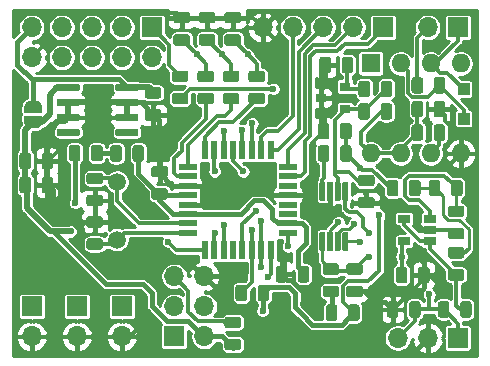
<source format=gbr>
G04 #@! TF.GenerationSoftware,KiCad,Pcbnew,5.1.5*
G04 #@! TF.CreationDate,2020-04-28T00:33:20+02:00*
G04 #@! TF.ProjectId,avr-wave,6176722d-7761-4766-952e-6b696361645f,2*
G04 #@! TF.SameCoordinates,Original*
G04 #@! TF.FileFunction,Copper,L1,Top*
G04 #@! TF.FilePolarity,Positive*
%FSLAX46Y46*%
G04 Gerber Fmt 4.6, Leading zero omitted, Abs format (unit mm)*
G04 Created by KiCad (PCBNEW 5.1.5) date 2020-04-28 00:33:20*
%MOMM*%
%LPD*%
G04 APERTURE LIST*
%ADD10C,0.100000*%
%ADD11R,1.000000X1.000000*%
%ADD12R,0.900000X0.800000*%
%ADD13R,0.550000X1.600000*%
%ADD14R,1.600000X0.550000*%
%ADD15C,1.500000*%
%ADD16O,1.600000X1.600000*%
%ADD17R,1.600000X1.600000*%
%ADD18O,1.700000X1.700000*%
%ADD19R,1.700000X1.700000*%
%ADD20R,1.060000X0.650000*%
%ADD21C,0.600000*%
%ADD22C,0.500000*%
%ADD23C,0.300000*%
%ADD24C,0.400000*%
%ADD25C,0.250000*%
G04 APERTURE END LIST*
G04 #@! TA.AperFunction,SMDPad,CuDef*
D10*
G36*
X150730142Y-74326174D02*
G01*
X150753803Y-74329684D01*
X150777007Y-74335496D01*
X150799529Y-74343554D01*
X150821153Y-74353782D01*
X150841670Y-74366079D01*
X150860883Y-74380329D01*
X150878607Y-74396393D01*
X150894671Y-74414117D01*
X150908921Y-74433330D01*
X150921218Y-74453847D01*
X150931446Y-74475471D01*
X150939504Y-74497993D01*
X150945316Y-74521197D01*
X150948826Y-74544858D01*
X150950000Y-74568750D01*
X150950000Y-75056250D01*
X150948826Y-75080142D01*
X150945316Y-75103803D01*
X150939504Y-75127007D01*
X150931446Y-75149529D01*
X150921218Y-75171153D01*
X150908921Y-75191670D01*
X150894671Y-75210883D01*
X150878607Y-75228607D01*
X150860883Y-75244671D01*
X150841670Y-75258921D01*
X150821153Y-75271218D01*
X150799529Y-75281446D01*
X150777007Y-75289504D01*
X150753803Y-75295316D01*
X150730142Y-75298826D01*
X150706250Y-75300000D01*
X149793750Y-75300000D01*
X149769858Y-75298826D01*
X149746197Y-75295316D01*
X149722993Y-75289504D01*
X149700471Y-75281446D01*
X149678847Y-75271218D01*
X149658330Y-75258921D01*
X149639117Y-75244671D01*
X149621393Y-75228607D01*
X149605329Y-75210883D01*
X149591079Y-75191670D01*
X149578782Y-75171153D01*
X149568554Y-75149529D01*
X149560496Y-75127007D01*
X149554684Y-75103803D01*
X149551174Y-75080142D01*
X149550000Y-75056250D01*
X149550000Y-74568750D01*
X149551174Y-74544858D01*
X149554684Y-74521197D01*
X149560496Y-74497993D01*
X149568554Y-74475471D01*
X149578782Y-74453847D01*
X149591079Y-74433330D01*
X149605329Y-74414117D01*
X149621393Y-74396393D01*
X149639117Y-74380329D01*
X149658330Y-74366079D01*
X149678847Y-74353782D01*
X149700471Y-74343554D01*
X149722993Y-74335496D01*
X149746197Y-74329684D01*
X149769858Y-74326174D01*
X149793750Y-74325000D01*
X150706250Y-74325000D01*
X150730142Y-74326174D01*
G37*
G04 #@! TD.AperFunction*
G04 #@! TA.AperFunction,SMDPad,CuDef*
G36*
X150730142Y-76201174D02*
G01*
X150753803Y-76204684D01*
X150777007Y-76210496D01*
X150799529Y-76218554D01*
X150821153Y-76228782D01*
X150841670Y-76241079D01*
X150860883Y-76255329D01*
X150878607Y-76271393D01*
X150894671Y-76289117D01*
X150908921Y-76308330D01*
X150921218Y-76328847D01*
X150931446Y-76350471D01*
X150939504Y-76372993D01*
X150945316Y-76396197D01*
X150948826Y-76419858D01*
X150950000Y-76443750D01*
X150950000Y-76931250D01*
X150948826Y-76955142D01*
X150945316Y-76978803D01*
X150939504Y-77002007D01*
X150931446Y-77024529D01*
X150921218Y-77046153D01*
X150908921Y-77066670D01*
X150894671Y-77085883D01*
X150878607Y-77103607D01*
X150860883Y-77119671D01*
X150841670Y-77133921D01*
X150821153Y-77146218D01*
X150799529Y-77156446D01*
X150777007Y-77164504D01*
X150753803Y-77170316D01*
X150730142Y-77173826D01*
X150706250Y-77175000D01*
X149793750Y-77175000D01*
X149769858Y-77173826D01*
X149746197Y-77170316D01*
X149722993Y-77164504D01*
X149700471Y-77156446D01*
X149678847Y-77146218D01*
X149658330Y-77133921D01*
X149639117Y-77119671D01*
X149621393Y-77103607D01*
X149605329Y-77085883D01*
X149591079Y-77066670D01*
X149578782Y-77046153D01*
X149568554Y-77024529D01*
X149560496Y-77002007D01*
X149554684Y-76978803D01*
X149551174Y-76955142D01*
X149550000Y-76931250D01*
X149550000Y-76443750D01*
X149551174Y-76419858D01*
X149554684Y-76396197D01*
X149560496Y-76372993D01*
X149568554Y-76350471D01*
X149578782Y-76328847D01*
X149591079Y-76308330D01*
X149605329Y-76289117D01*
X149621393Y-76271393D01*
X149639117Y-76255329D01*
X149658330Y-76241079D01*
X149678847Y-76228782D01*
X149700471Y-76218554D01*
X149722993Y-76210496D01*
X149746197Y-76204684D01*
X149769858Y-76201174D01*
X149793750Y-76200000D01*
X150706250Y-76200000D01*
X150730142Y-76201174D01*
G37*
G04 #@! TD.AperFunction*
G04 #@! TA.AperFunction,SMDPad,CuDef*
G36*
X147730142Y-81826174D02*
G01*
X147753803Y-81829684D01*
X147777007Y-81835496D01*
X147799529Y-81843554D01*
X147821153Y-81853782D01*
X147841670Y-81866079D01*
X147860883Y-81880329D01*
X147878607Y-81896393D01*
X147894671Y-81914117D01*
X147908921Y-81933330D01*
X147921218Y-81953847D01*
X147931446Y-81975471D01*
X147939504Y-81997993D01*
X147945316Y-82021197D01*
X147948826Y-82044858D01*
X147950000Y-82068750D01*
X147950000Y-82556250D01*
X147948826Y-82580142D01*
X147945316Y-82603803D01*
X147939504Y-82627007D01*
X147931446Y-82649529D01*
X147921218Y-82671153D01*
X147908921Y-82691670D01*
X147894671Y-82710883D01*
X147878607Y-82728607D01*
X147860883Y-82744671D01*
X147841670Y-82758921D01*
X147821153Y-82771218D01*
X147799529Y-82781446D01*
X147777007Y-82789504D01*
X147753803Y-82795316D01*
X147730142Y-82798826D01*
X147706250Y-82800000D01*
X146793750Y-82800000D01*
X146769858Y-82798826D01*
X146746197Y-82795316D01*
X146722993Y-82789504D01*
X146700471Y-82781446D01*
X146678847Y-82771218D01*
X146658330Y-82758921D01*
X146639117Y-82744671D01*
X146621393Y-82728607D01*
X146605329Y-82710883D01*
X146591079Y-82691670D01*
X146578782Y-82671153D01*
X146568554Y-82649529D01*
X146560496Y-82627007D01*
X146554684Y-82603803D01*
X146551174Y-82580142D01*
X146550000Y-82556250D01*
X146550000Y-82068750D01*
X146551174Y-82044858D01*
X146554684Y-82021197D01*
X146560496Y-81997993D01*
X146568554Y-81975471D01*
X146578782Y-81953847D01*
X146591079Y-81933330D01*
X146605329Y-81914117D01*
X146621393Y-81896393D01*
X146639117Y-81880329D01*
X146658330Y-81866079D01*
X146678847Y-81853782D01*
X146700471Y-81843554D01*
X146722993Y-81835496D01*
X146746197Y-81829684D01*
X146769858Y-81826174D01*
X146793750Y-81825000D01*
X147706250Y-81825000D01*
X147730142Y-81826174D01*
G37*
G04 #@! TD.AperFunction*
G04 #@! TA.AperFunction,SMDPad,CuDef*
G36*
X147730142Y-83701174D02*
G01*
X147753803Y-83704684D01*
X147777007Y-83710496D01*
X147799529Y-83718554D01*
X147821153Y-83728782D01*
X147841670Y-83741079D01*
X147860883Y-83755329D01*
X147878607Y-83771393D01*
X147894671Y-83789117D01*
X147908921Y-83808330D01*
X147921218Y-83828847D01*
X147931446Y-83850471D01*
X147939504Y-83872993D01*
X147945316Y-83896197D01*
X147948826Y-83919858D01*
X147950000Y-83943750D01*
X147950000Y-84431250D01*
X147948826Y-84455142D01*
X147945316Y-84478803D01*
X147939504Y-84502007D01*
X147931446Y-84524529D01*
X147921218Y-84546153D01*
X147908921Y-84566670D01*
X147894671Y-84585883D01*
X147878607Y-84603607D01*
X147860883Y-84619671D01*
X147841670Y-84633921D01*
X147821153Y-84646218D01*
X147799529Y-84656446D01*
X147777007Y-84664504D01*
X147753803Y-84670316D01*
X147730142Y-84673826D01*
X147706250Y-84675000D01*
X146793750Y-84675000D01*
X146769858Y-84673826D01*
X146746197Y-84670316D01*
X146722993Y-84664504D01*
X146700471Y-84656446D01*
X146678847Y-84646218D01*
X146658330Y-84633921D01*
X146639117Y-84619671D01*
X146621393Y-84603607D01*
X146605329Y-84585883D01*
X146591079Y-84566670D01*
X146578782Y-84546153D01*
X146568554Y-84524529D01*
X146560496Y-84502007D01*
X146554684Y-84478803D01*
X146551174Y-84455142D01*
X146550000Y-84431250D01*
X146550000Y-83943750D01*
X146551174Y-83919858D01*
X146554684Y-83896197D01*
X146560496Y-83872993D01*
X146568554Y-83850471D01*
X146578782Y-83828847D01*
X146591079Y-83808330D01*
X146605329Y-83789117D01*
X146621393Y-83771393D01*
X146639117Y-83755329D01*
X146658330Y-83741079D01*
X146678847Y-83728782D01*
X146700471Y-83718554D01*
X146722993Y-83710496D01*
X146746197Y-83704684D01*
X146769858Y-83701174D01*
X146793750Y-83700000D01*
X147706250Y-83700000D01*
X147730142Y-83701174D01*
G37*
G04 #@! TD.AperFunction*
G04 #@! TA.AperFunction,SMDPad,CuDef*
G36*
X125830142Y-71801174D02*
G01*
X125853803Y-71804684D01*
X125877007Y-71810496D01*
X125899529Y-71818554D01*
X125921153Y-71828782D01*
X125941670Y-71841079D01*
X125960883Y-71855329D01*
X125978607Y-71871393D01*
X125994671Y-71889117D01*
X126008921Y-71908330D01*
X126021218Y-71928847D01*
X126031446Y-71950471D01*
X126039504Y-71972993D01*
X126045316Y-71996197D01*
X126048826Y-72019858D01*
X126050000Y-72043750D01*
X126050000Y-72956250D01*
X126048826Y-72980142D01*
X126045316Y-73003803D01*
X126039504Y-73027007D01*
X126031446Y-73049529D01*
X126021218Y-73071153D01*
X126008921Y-73091670D01*
X125994671Y-73110883D01*
X125978607Y-73128607D01*
X125960883Y-73144671D01*
X125941670Y-73158921D01*
X125921153Y-73171218D01*
X125899529Y-73181446D01*
X125877007Y-73189504D01*
X125853803Y-73195316D01*
X125830142Y-73198826D01*
X125806250Y-73200000D01*
X125318750Y-73200000D01*
X125294858Y-73198826D01*
X125271197Y-73195316D01*
X125247993Y-73189504D01*
X125225471Y-73181446D01*
X125203847Y-73171218D01*
X125183330Y-73158921D01*
X125164117Y-73144671D01*
X125146393Y-73128607D01*
X125130329Y-73110883D01*
X125116079Y-73091670D01*
X125103782Y-73071153D01*
X125093554Y-73049529D01*
X125085496Y-73027007D01*
X125079684Y-73003803D01*
X125076174Y-72980142D01*
X125075000Y-72956250D01*
X125075000Y-72043750D01*
X125076174Y-72019858D01*
X125079684Y-71996197D01*
X125085496Y-71972993D01*
X125093554Y-71950471D01*
X125103782Y-71928847D01*
X125116079Y-71908330D01*
X125130329Y-71889117D01*
X125146393Y-71871393D01*
X125164117Y-71855329D01*
X125183330Y-71841079D01*
X125203847Y-71828782D01*
X125225471Y-71818554D01*
X125247993Y-71810496D01*
X125271197Y-71804684D01*
X125294858Y-71801174D01*
X125318750Y-71800000D01*
X125806250Y-71800000D01*
X125830142Y-71801174D01*
G37*
G04 #@! TD.AperFunction*
G04 #@! TA.AperFunction,SMDPad,CuDef*
G36*
X127705142Y-71801174D02*
G01*
X127728803Y-71804684D01*
X127752007Y-71810496D01*
X127774529Y-71818554D01*
X127796153Y-71828782D01*
X127816670Y-71841079D01*
X127835883Y-71855329D01*
X127853607Y-71871393D01*
X127869671Y-71889117D01*
X127883921Y-71908330D01*
X127896218Y-71928847D01*
X127906446Y-71950471D01*
X127914504Y-71972993D01*
X127920316Y-71996197D01*
X127923826Y-72019858D01*
X127925000Y-72043750D01*
X127925000Y-72956250D01*
X127923826Y-72980142D01*
X127920316Y-73003803D01*
X127914504Y-73027007D01*
X127906446Y-73049529D01*
X127896218Y-73071153D01*
X127883921Y-73091670D01*
X127869671Y-73110883D01*
X127853607Y-73128607D01*
X127835883Y-73144671D01*
X127816670Y-73158921D01*
X127796153Y-73171218D01*
X127774529Y-73181446D01*
X127752007Y-73189504D01*
X127728803Y-73195316D01*
X127705142Y-73198826D01*
X127681250Y-73200000D01*
X127193750Y-73200000D01*
X127169858Y-73198826D01*
X127146197Y-73195316D01*
X127122993Y-73189504D01*
X127100471Y-73181446D01*
X127078847Y-73171218D01*
X127058330Y-73158921D01*
X127039117Y-73144671D01*
X127021393Y-73128607D01*
X127005329Y-73110883D01*
X126991079Y-73091670D01*
X126978782Y-73071153D01*
X126968554Y-73049529D01*
X126960496Y-73027007D01*
X126954684Y-73003803D01*
X126951174Y-72980142D01*
X126950000Y-72956250D01*
X126950000Y-72043750D01*
X126951174Y-72019858D01*
X126954684Y-71996197D01*
X126960496Y-71972993D01*
X126968554Y-71950471D01*
X126978782Y-71928847D01*
X126991079Y-71908330D01*
X127005329Y-71889117D01*
X127021393Y-71871393D01*
X127039117Y-71855329D01*
X127058330Y-71841079D01*
X127078847Y-71828782D01*
X127100471Y-71818554D01*
X127122993Y-71810496D01*
X127146197Y-71804684D01*
X127169858Y-71801174D01*
X127193750Y-71800000D01*
X127681250Y-71800000D01*
X127705142Y-71801174D01*
G37*
G04 #@! TD.AperFunction*
G04 #@! TA.AperFunction,SMDPad,CuDef*
G36*
X145205142Y-82051174D02*
G01*
X145228803Y-82054684D01*
X145252007Y-82060496D01*
X145274529Y-82068554D01*
X145296153Y-82078782D01*
X145316670Y-82091079D01*
X145335883Y-82105329D01*
X145353607Y-82121393D01*
X145369671Y-82139117D01*
X145383921Y-82158330D01*
X145396218Y-82178847D01*
X145406446Y-82200471D01*
X145414504Y-82222993D01*
X145420316Y-82246197D01*
X145423826Y-82269858D01*
X145425000Y-82293750D01*
X145425000Y-83206250D01*
X145423826Y-83230142D01*
X145420316Y-83253803D01*
X145414504Y-83277007D01*
X145406446Y-83299529D01*
X145396218Y-83321153D01*
X145383921Y-83341670D01*
X145369671Y-83360883D01*
X145353607Y-83378607D01*
X145335883Y-83394671D01*
X145316670Y-83408921D01*
X145296153Y-83421218D01*
X145274529Y-83431446D01*
X145252007Y-83439504D01*
X145228803Y-83445316D01*
X145205142Y-83448826D01*
X145181250Y-83450000D01*
X144693750Y-83450000D01*
X144669858Y-83448826D01*
X144646197Y-83445316D01*
X144622993Y-83439504D01*
X144600471Y-83431446D01*
X144578847Y-83421218D01*
X144558330Y-83408921D01*
X144539117Y-83394671D01*
X144521393Y-83378607D01*
X144505329Y-83360883D01*
X144491079Y-83341670D01*
X144478782Y-83321153D01*
X144468554Y-83299529D01*
X144460496Y-83277007D01*
X144454684Y-83253803D01*
X144451174Y-83230142D01*
X144450000Y-83206250D01*
X144450000Y-82293750D01*
X144451174Y-82269858D01*
X144454684Y-82246197D01*
X144460496Y-82222993D01*
X144468554Y-82200471D01*
X144478782Y-82178847D01*
X144491079Y-82158330D01*
X144505329Y-82139117D01*
X144521393Y-82121393D01*
X144539117Y-82105329D01*
X144558330Y-82091079D01*
X144578847Y-82078782D01*
X144600471Y-82068554D01*
X144622993Y-82060496D01*
X144646197Y-82054684D01*
X144669858Y-82051174D01*
X144693750Y-82050000D01*
X145181250Y-82050000D01*
X145205142Y-82051174D01*
G37*
G04 #@! TD.AperFunction*
G04 #@! TA.AperFunction,SMDPad,CuDef*
G36*
X143330142Y-82051174D02*
G01*
X143353803Y-82054684D01*
X143377007Y-82060496D01*
X143399529Y-82068554D01*
X143421153Y-82078782D01*
X143441670Y-82091079D01*
X143460883Y-82105329D01*
X143478607Y-82121393D01*
X143494671Y-82139117D01*
X143508921Y-82158330D01*
X143521218Y-82178847D01*
X143531446Y-82200471D01*
X143539504Y-82222993D01*
X143545316Y-82246197D01*
X143548826Y-82269858D01*
X143550000Y-82293750D01*
X143550000Y-83206250D01*
X143548826Y-83230142D01*
X143545316Y-83253803D01*
X143539504Y-83277007D01*
X143531446Y-83299529D01*
X143521218Y-83321153D01*
X143508921Y-83341670D01*
X143494671Y-83360883D01*
X143478607Y-83378607D01*
X143460883Y-83394671D01*
X143441670Y-83408921D01*
X143421153Y-83421218D01*
X143399529Y-83431446D01*
X143377007Y-83439504D01*
X143353803Y-83445316D01*
X143330142Y-83448826D01*
X143306250Y-83450000D01*
X142818750Y-83450000D01*
X142794858Y-83448826D01*
X142771197Y-83445316D01*
X142747993Y-83439504D01*
X142725471Y-83431446D01*
X142703847Y-83421218D01*
X142683330Y-83408921D01*
X142664117Y-83394671D01*
X142646393Y-83378607D01*
X142630329Y-83360883D01*
X142616079Y-83341670D01*
X142603782Y-83321153D01*
X142593554Y-83299529D01*
X142585496Y-83277007D01*
X142579684Y-83253803D01*
X142576174Y-83230142D01*
X142575000Y-83206250D01*
X142575000Y-82293750D01*
X142576174Y-82269858D01*
X142579684Y-82246197D01*
X142585496Y-82222993D01*
X142593554Y-82200471D01*
X142603782Y-82178847D01*
X142616079Y-82158330D01*
X142630329Y-82139117D01*
X142646393Y-82121393D01*
X142664117Y-82105329D01*
X142683330Y-82091079D01*
X142703847Y-82078782D01*
X142725471Y-82068554D01*
X142747993Y-82060496D01*
X142771197Y-82054684D01*
X142794858Y-82051174D01*
X142818750Y-82050000D01*
X143306250Y-82050000D01*
X143330142Y-82051174D01*
G37*
G04 #@! TD.AperFunction*
G04 #@! TA.AperFunction,SMDPad,CuDef*
G36*
X154830142Y-66051174D02*
G01*
X154853803Y-66054684D01*
X154877007Y-66060496D01*
X154899529Y-66068554D01*
X154921153Y-66078782D01*
X154941670Y-66091079D01*
X154960883Y-66105329D01*
X154978607Y-66121393D01*
X154994671Y-66139117D01*
X155008921Y-66158330D01*
X155021218Y-66178847D01*
X155031446Y-66200471D01*
X155039504Y-66222993D01*
X155045316Y-66246197D01*
X155048826Y-66269858D01*
X155050000Y-66293750D01*
X155050000Y-67206250D01*
X155048826Y-67230142D01*
X155045316Y-67253803D01*
X155039504Y-67277007D01*
X155031446Y-67299529D01*
X155021218Y-67321153D01*
X155008921Y-67341670D01*
X154994671Y-67360883D01*
X154978607Y-67378607D01*
X154960883Y-67394671D01*
X154941670Y-67408921D01*
X154921153Y-67421218D01*
X154899529Y-67431446D01*
X154877007Y-67439504D01*
X154853803Y-67445316D01*
X154830142Y-67448826D01*
X154806250Y-67450000D01*
X154318750Y-67450000D01*
X154294858Y-67448826D01*
X154271197Y-67445316D01*
X154247993Y-67439504D01*
X154225471Y-67431446D01*
X154203847Y-67421218D01*
X154183330Y-67408921D01*
X154164117Y-67394671D01*
X154146393Y-67378607D01*
X154130329Y-67360883D01*
X154116079Y-67341670D01*
X154103782Y-67321153D01*
X154093554Y-67299529D01*
X154085496Y-67277007D01*
X154079684Y-67253803D01*
X154076174Y-67230142D01*
X154075000Y-67206250D01*
X154075000Y-66293750D01*
X154076174Y-66269858D01*
X154079684Y-66246197D01*
X154085496Y-66222993D01*
X154093554Y-66200471D01*
X154103782Y-66178847D01*
X154116079Y-66158330D01*
X154130329Y-66139117D01*
X154146393Y-66121393D01*
X154164117Y-66105329D01*
X154183330Y-66091079D01*
X154203847Y-66078782D01*
X154225471Y-66068554D01*
X154247993Y-66060496D01*
X154271197Y-66054684D01*
X154294858Y-66051174D01*
X154318750Y-66050000D01*
X154806250Y-66050000D01*
X154830142Y-66051174D01*
G37*
G04 #@! TD.AperFunction*
G04 #@! TA.AperFunction,SMDPad,CuDef*
G36*
X156705142Y-66051174D02*
G01*
X156728803Y-66054684D01*
X156752007Y-66060496D01*
X156774529Y-66068554D01*
X156796153Y-66078782D01*
X156816670Y-66091079D01*
X156835883Y-66105329D01*
X156853607Y-66121393D01*
X156869671Y-66139117D01*
X156883921Y-66158330D01*
X156896218Y-66178847D01*
X156906446Y-66200471D01*
X156914504Y-66222993D01*
X156920316Y-66246197D01*
X156923826Y-66269858D01*
X156925000Y-66293750D01*
X156925000Y-67206250D01*
X156923826Y-67230142D01*
X156920316Y-67253803D01*
X156914504Y-67277007D01*
X156906446Y-67299529D01*
X156896218Y-67321153D01*
X156883921Y-67341670D01*
X156869671Y-67360883D01*
X156853607Y-67378607D01*
X156835883Y-67394671D01*
X156816670Y-67408921D01*
X156796153Y-67421218D01*
X156774529Y-67431446D01*
X156752007Y-67439504D01*
X156728803Y-67445316D01*
X156705142Y-67448826D01*
X156681250Y-67450000D01*
X156193750Y-67450000D01*
X156169858Y-67448826D01*
X156146197Y-67445316D01*
X156122993Y-67439504D01*
X156100471Y-67431446D01*
X156078847Y-67421218D01*
X156058330Y-67408921D01*
X156039117Y-67394671D01*
X156021393Y-67378607D01*
X156005329Y-67360883D01*
X155991079Y-67341670D01*
X155978782Y-67321153D01*
X155968554Y-67299529D01*
X155960496Y-67277007D01*
X155954684Y-67253803D01*
X155951174Y-67230142D01*
X155950000Y-67206250D01*
X155950000Y-66293750D01*
X155951174Y-66269858D01*
X155954684Y-66246197D01*
X155960496Y-66222993D01*
X155968554Y-66200471D01*
X155978782Y-66178847D01*
X155991079Y-66158330D01*
X156005329Y-66139117D01*
X156021393Y-66121393D01*
X156039117Y-66105329D01*
X156058330Y-66091079D01*
X156078847Y-66078782D01*
X156100471Y-66068554D01*
X156122993Y-66060496D01*
X156146197Y-66054684D01*
X156169858Y-66051174D01*
X156193750Y-66050000D01*
X156681250Y-66050000D01*
X156705142Y-66051174D01*
G37*
G04 #@! TD.AperFunction*
G04 #@! TA.AperFunction,SMDPad,CuDef*
G36*
X146662252Y-74926602D02*
G01*
X146674386Y-74928402D01*
X146686286Y-74931382D01*
X146697835Y-74935515D01*
X146708925Y-74940760D01*
X146719446Y-74947066D01*
X146729299Y-74954374D01*
X146738388Y-74962612D01*
X146746626Y-74971701D01*
X146753934Y-74981554D01*
X146760240Y-74992075D01*
X146765485Y-75003165D01*
X146769618Y-75014714D01*
X146772598Y-75026614D01*
X146774398Y-75038748D01*
X146775000Y-75051000D01*
X146775000Y-76426000D01*
X146774398Y-76438252D01*
X146772598Y-76450386D01*
X146769618Y-76462286D01*
X146765485Y-76473835D01*
X146760240Y-76484925D01*
X146753934Y-76495446D01*
X146746626Y-76505299D01*
X146738388Y-76514388D01*
X146729299Y-76522626D01*
X146719446Y-76529934D01*
X146708925Y-76536240D01*
X146697835Y-76541485D01*
X146686286Y-76545618D01*
X146674386Y-76548598D01*
X146662252Y-76550398D01*
X146650000Y-76551000D01*
X146400000Y-76551000D01*
X146387748Y-76550398D01*
X146375614Y-76548598D01*
X146363714Y-76545618D01*
X146352165Y-76541485D01*
X146341075Y-76536240D01*
X146330554Y-76529934D01*
X146320701Y-76522626D01*
X146311612Y-76514388D01*
X146303374Y-76505299D01*
X146296066Y-76495446D01*
X146289760Y-76484925D01*
X146284515Y-76473835D01*
X146280382Y-76462286D01*
X146277402Y-76450386D01*
X146275602Y-76438252D01*
X146275000Y-76426000D01*
X146275000Y-75051000D01*
X146275602Y-75038748D01*
X146277402Y-75026614D01*
X146280382Y-75014714D01*
X146284515Y-75003165D01*
X146289760Y-74992075D01*
X146296066Y-74981554D01*
X146303374Y-74971701D01*
X146311612Y-74962612D01*
X146320701Y-74954374D01*
X146330554Y-74947066D01*
X146341075Y-74940760D01*
X146352165Y-74935515D01*
X146363714Y-74931382D01*
X146375614Y-74928402D01*
X146387748Y-74926602D01*
X146400000Y-74926000D01*
X146650000Y-74926000D01*
X146662252Y-74926602D01*
G37*
G04 #@! TD.AperFunction*
G04 #@! TA.AperFunction,SMDPad,CuDef*
G36*
X147312252Y-74926602D02*
G01*
X147324386Y-74928402D01*
X147336286Y-74931382D01*
X147347835Y-74935515D01*
X147358925Y-74940760D01*
X147369446Y-74947066D01*
X147379299Y-74954374D01*
X147388388Y-74962612D01*
X147396626Y-74971701D01*
X147403934Y-74981554D01*
X147410240Y-74992075D01*
X147415485Y-75003165D01*
X147419618Y-75014714D01*
X147422598Y-75026614D01*
X147424398Y-75038748D01*
X147425000Y-75051000D01*
X147425000Y-76426000D01*
X147424398Y-76438252D01*
X147422598Y-76450386D01*
X147419618Y-76462286D01*
X147415485Y-76473835D01*
X147410240Y-76484925D01*
X147403934Y-76495446D01*
X147396626Y-76505299D01*
X147388388Y-76514388D01*
X147379299Y-76522626D01*
X147369446Y-76529934D01*
X147358925Y-76536240D01*
X147347835Y-76541485D01*
X147336286Y-76545618D01*
X147324386Y-76548598D01*
X147312252Y-76550398D01*
X147300000Y-76551000D01*
X147050000Y-76551000D01*
X147037748Y-76550398D01*
X147025614Y-76548598D01*
X147013714Y-76545618D01*
X147002165Y-76541485D01*
X146991075Y-76536240D01*
X146980554Y-76529934D01*
X146970701Y-76522626D01*
X146961612Y-76514388D01*
X146953374Y-76505299D01*
X146946066Y-76495446D01*
X146939760Y-76484925D01*
X146934515Y-76473835D01*
X146930382Y-76462286D01*
X146927402Y-76450386D01*
X146925602Y-76438252D01*
X146925000Y-76426000D01*
X146925000Y-75051000D01*
X146925602Y-75038748D01*
X146927402Y-75026614D01*
X146930382Y-75014714D01*
X146934515Y-75003165D01*
X146939760Y-74992075D01*
X146946066Y-74981554D01*
X146953374Y-74971701D01*
X146961612Y-74962612D01*
X146970701Y-74954374D01*
X146980554Y-74947066D01*
X146991075Y-74940760D01*
X147002165Y-74935515D01*
X147013714Y-74931382D01*
X147025614Y-74928402D01*
X147037748Y-74926602D01*
X147050000Y-74926000D01*
X147300000Y-74926000D01*
X147312252Y-74926602D01*
G37*
G04 #@! TD.AperFunction*
G04 #@! TA.AperFunction,SMDPad,CuDef*
G36*
X147962252Y-74926602D02*
G01*
X147974386Y-74928402D01*
X147986286Y-74931382D01*
X147997835Y-74935515D01*
X148008925Y-74940760D01*
X148019446Y-74947066D01*
X148029299Y-74954374D01*
X148038388Y-74962612D01*
X148046626Y-74971701D01*
X148053934Y-74981554D01*
X148060240Y-74992075D01*
X148065485Y-75003165D01*
X148069618Y-75014714D01*
X148072598Y-75026614D01*
X148074398Y-75038748D01*
X148075000Y-75051000D01*
X148075000Y-76426000D01*
X148074398Y-76438252D01*
X148072598Y-76450386D01*
X148069618Y-76462286D01*
X148065485Y-76473835D01*
X148060240Y-76484925D01*
X148053934Y-76495446D01*
X148046626Y-76505299D01*
X148038388Y-76514388D01*
X148029299Y-76522626D01*
X148019446Y-76529934D01*
X148008925Y-76536240D01*
X147997835Y-76541485D01*
X147986286Y-76545618D01*
X147974386Y-76548598D01*
X147962252Y-76550398D01*
X147950000Y-76551000D01*
X147700000Y-76551000D01*
X147687748Y-76550398D01*
X147675614Y-76548598D01*
X147663714Y-76545618D01*
X147652165Y-76541485D01*
X147641075Y-76536240D01*
X147630554Y-76529934D01*
X147620701Y-76522626D01*
X147611612Y-76514388D01*
X147603374Y-76505299D01*
X147596066Y-76495446D01*
X147589760Y-76484925D01*
X147584515Y-76473835D01*
X147580382Y-76462286D01*
X147577402Y-76450386D01*
X147575602Y-76438252D01*
X147575000Y-76426000D01*
X147575000Y-75051000D01*
X147575602Y-75038748D01*
X147577402Y-75026614D01*
X147580382Y-75014714D01*
X147584515Y-75003165D01*
X147589760Y-74992075D01*
X147596066Y-74981554D01*
X147603374Y-74971701D01*
X147611612Y-74962612D01*
X147620701Y-74954374D01*
X147630554Y-74947066D01*
X147641075Y-74940760D01*
X147652165Y-74935515D01*
X147663714Y-74931382D01*
X147675614Y-74928402D01*
X147687748Y-74926602D01*
X147700000Y-74926000D01*
X147950000Y-74926000D01*
X147962252Y-74926602D01*
G37*
G04 #@! TD.AperFunction*
G04 #@! TA.AperFunction,SMDPad,CuDef*
G36*
X148612252Y-74926602D02*
G01*
X148624386Y-74928402D01*
X148636286Y-74931382D01*
X148647835Y-74935515D01*
X148658925Y-74940760D01*
X148669446Y-74947066D01*
X148679299Y-74954374D01*
X148688388Y-74962612D01*
X148696626Y-74971701D01*
X148703934Y-74981554D01*
X148710240Y-74992075D01*
X148715485Y-75003165D01*
X148719618Y-75014714D01*
X148722598Y-75026614D01*
X148724398Y-75038748D01*
X148725000Y-75051000D01*
X148725000Y-76426000D01*
X148724398Y-76438252D01*
X148722598Y-76450386D01*
X148719618Y-76462286D01*
X148715485Y-76473835D01*
X148710240Y-76484925D01*
X148703934Y-76495446D01*
X148696626Y-76505299D01*
X148688388Y-76514388D01*
X148679299Y-76522626D01*
X148669446Y-76529934D01*
X148658925Y-76536240D01*
X148647835Y-76541485D01*
X148636286Y-76545618D01*
X148624386Y-76548598D01*
X148612252Y-76550398D01*
X148600000Y-76551000D01*
X148350000Y-76551000D01*
X148337748Y-76550398D01*
X148325614Y-76548598D01*
X148313714Y-76545618D01*
X148302165Y-76541485D01*
X148291075Y-76536240D01*
X148280554Y-76529934D01*
X148270701Y-76522626D01*
X148261612Y-76514388D01*
X148253374Y-76505299D01*
X148246066Y-76495446D01*
X148239760Y-76484925D01*
X148234515Y-76473835D01*
X148230382Y-76462286D01*
X148227402Y-76450386D01*
X148225602Y-76438252D01*
X148225000Y-76426000D01*
X148225000Y-75051000D01*
X148225602Y-75038748D01*
X148227402Y-75026614D01*
X148230382Y-75014714D01*
X148234515Y-75003165D01*
X148239760Y-74992075D01*
X148246066Y-74981554D01*
X148253374Y-74971701D01*
X148261612Y-74962612D01*
X148270701Y-74954374D01*
X148280554Y-74947066D01*
X148291075Y-74940760D01*
X148302165Y-74935515D01*
X148313714Y-74931382D01*
X148325614Y-74928402D01*
X148337748Y-74926602D01*
X148350000Y-74926000D01*
X148600000Y-74926000D01*
X148612252Y-74926602D01*
G37*
G04 #@! TD.AperFunction*
G04 #@! TA.AperFunction,SMDPad,CuDef*
G36*
X148612252Y-79151602D02*
G01*
X148624386Y-79153402D01*
X148636286Y-79156382D01*
X148647835Y-79160515D01*
X148658925Y-79165760D01*
X148669446Y-79172066D01*
X148679299Y-79179374D01*
X148688388Y-79187612D01*
X148696626Y-79196701D01*
X148703934Y-79206554D01*
X148710240Y-79217075D01*
X148715485Y-79228165D01*
X148719618Y-79239714D01*
X148722598Y-79251614D01*
X148724398Y-79263748D01*
X148725000Y-79276000D01*
X148725000Y-80651000D01*
X148724398Y-80663252D01*
X148722598Y-80675386D01*
X148719618Y-80687286D01*
X148715485Y-80698835D01*
X148710240Y-80709925D01*
X148703934Y-80720446D01*
X148696626Y-80730299D01*
X148688388Y-80739388D01*
X148679299Y-80747626D01*
X148669446Y-80754934D01*
X148658925Y-80761240D01*
X148647835Y-80766485D01*
X148636286Y-80770618D01*
X148624386Y-80773598D01*
X148612252Y-80775398D01*
X148600000Y-80776000D01*
X148350000Y-80776000D01*
X148337748Y-80775398D01*
X148325614Y-80773598D01*
X148313714Y-80770618D01*
X148302165Y-80766485D01*
X148291075Y-80761240D01*
X148280554Y-80754934D01*
X148270701Y-80747626D01*
X148261612Y-80739388D01*
X148253374Y-80730299D01*
X148246066Y-80720446D01*
X148239760Y-80709925D01*
X148234515Y-80698835D01*
X148230382Y-80687286D01*
X148227402Y-80675386D01*
X148225602Y-80663252D01*
X148225000Y-80651000D01*
X148225000Y-79276000D01*
X148225602Y-79263748D01*
X148227402Y-79251614D01*
X148230382Y-79239714D01*
X148234515Y-79228165D01*
X148239760Y-79217075D01*
X148246066Y-79206554D01*
X148253374Y-79196701D01*
X148261612Y-79187612D01*
X148270701Y-79179374D01*
X148280554Y-79172066D01*
X148291075Y-79165760D01*
X148302165Y-79160515D01*
X148313714Y-79156382D01*
X148325614Y-79153402D01*
X148337748Y-79151602D01*
X148350000Y-79151000D01*
X148600000Y-79151000D01*
X148612252Y-79151602D01*
G37*
G04 #@! TD.AperFunction*
G04 #@! TA.AperFunction,SMDPad,CuDef*
G36*
X147962252Y-79151602D02*
G01*
X147974386Y-79153402D01*
X147986286Y-79156382D01*
X147997835Y-79160515D01*
X148008925Y-79165760D01*
X148019446Y-79172066D01*
X148029299Y-79179374D01*
X148038388Y-79187612D01*
X148046626Y-79196701D01*
X148053934Y-79206554D01*
X148060240Y-79217075D01*
X148065485Y-79228165D01*
X148069618Y-79239714D01*
X148072598Y-79251614D01*
X148074398Y-79263748D01*
X148075000Y-79276000D01*
X148075000Y-80651000D01*
X148074398Y-80663252D01*
X148072598Y-80675386D01*
X148069618Y-80687286D01*
X148065485Y-80698835D01*
X148060240Y-80709925D01*
X148053934Y-80720446D01*
X148046626Y-80730299D01*
X148038388Y-80739388D01*
X148029299Y-80747626D01*
X148019446Y-80754934D01*
X148008925Y-80761240D01*
X147997835Y-80766485D01*
X147986286Y-80770618D01*
X147974386Y-80773598D01*
X147962252Y-80775398D01*
X147950000Y-80776000D01*
X147700000Y-80776000D01*
X147687748Y-80775398D01*
X147675614Y-80773598D01*
X147663714Y-80770618D01*
X147652165Y-80766485D01*
X147641075Y-80761240D01*
X147630554Y-80754934D01*
X147620701Y-80747626D01*
X147611612Y-80739388D01*
X147603374Y-80730299D01*
X147596066Y-80720446D01*
X147589760Y-80709925D01*
X147584515Y-80698835D01*
X147580382Y-80687286D01*
X147577402Y-80675386D01*
X147575602Y-80663252D01*
X147575000Y-80651000D01*
X147575000Y-79276000D01*
X147575602Y-79263748D01*
X147577402Y-79251614D01*
X147580382Y-79239714D01*
X147584515Y-79228165D01*
X147589760Y-79217075D01*
X147596066Y-79206554D01*
X147603374Y-79196701D01*
X147611612Y-79187612D01*
X147620701Y-79179374D01*
X147630554Y-79172066D01*
X147641075Y-79165760D01*
X147652165Y-79160515D01*
X147663714Y-79156382D01*
X147675614Y-79153402D01*
X147687748Y-79151602D01*
X147700000Y-79151000D01*
X147950000Y-79151000D01*
X147962252Y-79151602D01*
G37*
G04 #@! TD.AperFunction*
G04 #@! TA.AperFunction,SMDPad,CuDef*
G36*
X147312252Y-79151602D02*
G01*
X147324386Y-79153402D01*
X147336286Y-79156382D01*
X147347835Y-79160515D01*
X147358925Y-79165760D01*
X147369446Y-79172066D01*
X147379299Y-79179374D01*
X147388388Y-79187612D01*
X147396626Y-79196701D01*
X147403934Y-79206554D01*
X147410240Y-79217075D01*
X147415485Y-79228165D01*
X147419618Y-79239714D01*
X147422598Y-79251614D01*
X147424398Y-79263748D01*
X147425000Y-79276000D01*
X147425000Y-80651000D01*
X147424398Y-80663252D01*
X147422598Y-80675386D01*
X147419618Y-80687286D01*
X147415485Y-80698835D01*
X147410240Y-80709925D01*
X147403934Y-80720446D01*
X147396626Y-80730299D01*
X147388388Y-80739388D01*
X147379299Y-80747626D01*
X147369446Y-80754934D01*
X147358925Y-80761240D01*
X147347835Y-80766485D01*
X147336286Y-80770618D01*
X147324386Y-80773598D01*
X147312252Y-80775398D01*
X147300000Y-80776000D01*
X147050000Y-80776000D01*
X147037748Y-80775398D01*
X147025614Y-80773598D01*
X147013714Y-80770618D01*
X147002165Y-80766485D01*
X146991075Y-80761240D01*
X146980554Y-80754934D01*
X146970701Y-80747626D01*
X146961612Y-80739388D01*
X146953374Y-80730299D01*
X146946066Y-80720446D01*
X146939760Y-80709925D01*
X146934515Y-80698835D01*
X146930382Y-80687286D01*
X146927402Y-80675386D01*
X146925602Y-80663252D01*
X146925000Y-80651000D01*
X146925000Y-79276000D01*
X146925602Y-79263748D01*
X146927402Y-79251614D01*
X146930382Y-79239714D01*
X146934515Y-79228165D01*
X146939760Y-79217075D01*
X146946066Y-79206554D01*
X146953374Y-79196701D01*
X146961612Y-79187612D01*
X146970701Y-79179374D01*
X146980554Y-79172066D01*
X146991075Y-79165760D01*
X147002165Y-79160515D01*
X147013714Y-79156382D01*
X147025614Y-79153402D01*
X147037748Y-79151602D01*
X147050000Y-79151000D01*
X147300000Y-79151000D01*
X147312252Y-79151602D01*
G37*
G04 #@! TD.AperFunction*
G04 #@! TA.AperFunction,SMDPad,CuDef*
G36*
X146662252Y-79151602D02*
G01*
X146674386Y-79153402D01*
X146686286Y-79156382D01*
X146697835Y-79160515D01*
X146708925Y-79165760D01*
X146719446Y-79172066D01*
X146729299Y-79179374D01*
X146738388Y-79187612D01*
X146746626Y-79196701D01*
X146753934Y-79206554D01*
X146760240Y-79217075D01*
X146765485Y-79228165D01*
X146769618Y-79239714D01*
X146772598Y-79251614D01*
X146774398Y-79263748D01*
X146775000Y-79276000D01*
X146775000Y-80651000D01*
X146774398Y-80663252D01*
X146772598Y-80675386D01*
X146769618Y-80687286D01*
X146765485Y-80698835D01*
X146760240Y-80709925D01*
X146753934Y-80720446D01*
X146746626Y-80730299D01*
X146738388Y-80739388D01*
X146729299Y-80747626D01*
X146719446Y-80754934D01*
X146708925Y-80761240D01*
X146697835Y-80766485D01*
X146686286Y-80770618D01*
X146674386Y-80773598D01*
X146662252Y-80775398D01*
X146650000Y-80776000D01*
X146400000Y-80776000D01*
X146387748Y-80775398D01*
X146375614Y-80773598D01*
X146363714Y-80770618D01*
X146352165Y-80766485D01*
X146341075Y-80761240D01*
X146330554Y-80754934D01*
X146320701Y-80747626D01*
X146311612Y-80739388D01*
X146303374Y-80730299D01*
X146296066Y-80720446D01*
X146289760Y-80709925D01*
X146284515Y-80698835D01*
X146280382Y-80687286D01*
X146277402Y-80675386D01*
X146275602Y-80663252D01*
X146275000Y-80651000D01*
X146275000Y-79276000D01*
X146275602Y-79263748D01*
X146277402Y-79251614D01*
X146280382Y-79239714D01*
X146284515Y-79228165D01*
X146289760Y-79217075D01*
X146296066Y-79206554D01*
X146303374Y-79196701D01*
X146311612Y-79187612D01*
X146320701Y-79179374D01*
X146330554Y-79172066D01*
X146341075Y-79165760D01*
X146352165Y-79160515D01*
X146363714Y-79156382D01*
X146375614Y-79153402D01*
X146387748Y-79151602D01*
X146400000Y-79151000D01*
X146650000Y-79151000D01*
X146662252Y-79151602D01*
G37*
G04 #@! TD.AperFunction*
D11*
X158496000Y-67076000D03*
X158496000Y-69576000D03*
G04 #@! TA.AperFunction,SMDPad,CuDef*
D10*
G36*
X152208142Y-66357174D02*
G01*
X152231803Y-66360684D01*
X152255007Y-66366496D01*
X152277529Y-66374554D01*
X152299153Y-66384782D01*
X152319670Y-66397079D01*
X152338883Y-66411329D01*
X152356607Y-66427393D01*
X152372671Y-66445117D01*
X152386921Y-66464330D01*
X152399218Y-66484847D01*
X152409446Y-66506471D01*
X152417504Y-66528993D01*
X152423316Y-66552197D01*
X152426826Y-66575858D01*
X152428000Y-66599750D01*
X152428000Y-67512250D01*
X152426826Y-67536142D01*
X152423316Y-67559803D01*
X152417504Y-67583007D01*
X152409446Y-67605529D01*
X152399218Y-67627153D01*
X152386921Y-67647670D01*
X152372671Y-67666883D01*
X152356607Y-67684607D01*
X152338883Y-67700671D01*
X152319670Y-67714921D01*
X152299153Y-67727218D01*
X152277529Y-67737446D01*
X152255007Y-67745504D01*
X152231803Y-67751316D01*
X152208142Y-67754826D01*
X152184250Y-67756000D01*
X151696750Y-67756000D01*
X151672858Y-67754826D01*
X151649197Y-67751316D01*
X151625993Y-67745504D01*
X151603471Y-67737446D01*
X151581847Y-67727218D01*
X151561330Y-67714921D01*
X151542117Y-67700671D01*
X151524393Y-67684607D01*
X151508329Y-67666883D01*
X151494079Y-67647670D01*
X151481782Y-67627153D01*
X151471554Y-67605529D01*
X151463496Y-67583007D01*
X151457684Y-67559803D01*
X151454174Y-67536142D01*
X151453000Y-67512250D01*
X151453000Y-66599750D01*
X151454174Y-66575858D01*
X151457684Y-66552197D01*
X151463496Y-66528993D01*
X151471554Y-66506471D01*
X151481782Y-66484847D01*
X151494079Y-66464330D01*
X151508329Y-66445117D01*
X151524393Y-66427393D01*
X151542117Y-66411329D01*
X151561330Y-66397079D01*
X151581847Y-66384782D01*
X151603471Y-66374554D01*
X151625993Y-66366496D01*
X151649197Y-66360684D01*
X151672858Y-66357174D01*
X151696750Y-66356000D01*
X152184250Y-66356000D01*
X152208142Y-66357174D01*
G37*
G04 #@! TD.AperFunction*
G04 #@! TA.AperFunction,SMDPad,CuDef*
G36*
X150333142Y-66357174D02*
G01*
X150356803Y-66360684D01*
X150380007Y-66366496D01*
X150402529Y-66374554D01*
X150424153Y-66384782D01*
X150444670Y-66397079D01*
X150463883Y-66411329D01*
X150481607Y-66427393D01*
X150497671Y-66445117D01*
X150511921Y-66464330D01*
X150524218Y-66484847D01*
X150534446Y-66506471D01*
X150542504Y-66528993D01*
X150548316Y-66552197D01*
X150551826Y-66575858D01*
X150553000Y-66599750D01*
X150553000Y-67512250D01*
X150551826Y-67536142D01*
X150548316Y-67559803D01*
X150542504Y-67583007D01*
X150534446Y-67605529D01*
X150524218Y-67627153D01*
X150511921Y-67647670D01*
X150497671Y-67666883D01*
X150481607Y-67684607D01*
X150463883Y-67700671D01*
X150444670Y-67714921D01*
X150424153Y-67727218D01*
X150402529Y-67737446D01*
X150380007Y-67745504D01*
X150356803Y-67751316D01*
X150333142Y-67754826D01*
X150309250Y-67756000D01*
X149821750Y-67756000D01*
X149797858Y-67754826D01*
X149774197Y-67751316D01*
X149750993Y-67745504D01*
X149728471Y-67737446D01*
X149706847Y-67727218D01*
X149686330Y-67714921D01*
X149667117Y-67700671D01*
X149649393Y-67684607D01*
X149633329Y-67666883D01*
X149619079Y-67647670D01*
X149606782Y-67627153D01*
X149596554Y-67605529D01*
X149588496Y-67583007D01*
X149582684Y-67559803D01*
X149579174Y-67536142D01*
X149578000Y-67512250D01*
X149578000Y-66599750D01*
X149579174Y-66575858D01*
X149582684Y-66552197D01*
X149588496Y-66528993D01*
X149596554Y-66506471D01*
X149606782Y-66484847D01*
X149619079Y-66464330D01*
X149633329Y-66445117D01*
X149649393Y-66427393D01*
X149667117Y-66411329D01*
X149686330Y-66397079D01*
X149706847Y-66384782D01*
X149728471Y-66374554D01*
X149750993Y-66366496D01*
X149774197Y-66360684D01*
X149797858Y-66357174D01*
X149821750Y-66356000D01*
X150309250Y-66356000D01*
X150333142Y-66357174D01*
G37*
G04 #@! TD.AperFunction*
G04 #@! TA.AperFunction,SMDPad,CuDef*
G36*
X148906142Y-64325174D02*
G01*
X148929803Y-64328684D01*
X148953007Y-64334496D01*
X148975529Y-64342554D01*
X148997153Y-64352782D01*
X149017670Y-64365079D01*
X149036883Y-64379329D01*
X149054607Y-64395393D01*
X149070671Y-64413117D01*
X149084921Y-64432330D01*
X149097218Y-64452847D01*
X149107446Y-64474471D01*
X149115504Y-64496993D01*
X149121316Y-64520197D01*
X149124826Y-64543858D01*
X149126000Y-64567750D01*
X149126000Y-65480250D01*
X149124826Y-65504142D01*
X149121316Y-65527803D01*
X149115504Y-65551007D01*
X149107446Y-65573529D01*
X149097218Y-65595153D01*
X149084921Y-65615670D01*
X149070671Y-65634883D01*
X149054607Y-65652607D01*
X149036883Y-65668671D01*
X149017670Y-65682921D01*
X148997153Y-65695218D01*
X148975529Y-65705446D01*
X148953007Y-65713504D01*
X148929803Y-65719316D01*
X148906142Y-65722826D01*
X148882250Y-65724000D01*
X148394750Y-65724000D01*
X148370858Y-65722826D01*
X148347197Y-65719316D01*
X148323993Y-65713504D01*
X148301471Y-65705446D01*
X148279847Y-65695218D01*
X148259330Y-65682921D01*
X148240117Y-65668671D01*
X148222393Y-65652607D01*
X148206329Y-65634883D01*
X148192079Y-65615670D01*
X148179782Y-65595153D01*
X148169554Y-65573529D01*
X148161496Y-65551007D01*
X148155684Y-65527803D01*
X148152174Y-65504142D01*
X148151000Y-65480250D01*
X148151000Y-64567750D01*
X148152174Y-64543858D01*
X148155684Y-64520197D01*
X148161496Y-64496993D01*
X148169554Y-64474471D01*
X148179782Y-64452847D01*
X148192079Y-64432330D01*
X148206329Y-64413117D01*
X148222393Y-64395393D01*
X148240117Y-64379329D01*
X148259330Y-64365079D01*
X148279847Y-64352782D01*
X148301471Y-64342554D01*
X148323993Y-64334496D01*
X148347197Y-64328684D01*
X148370858Y-64325174D01*
X148394750Y-64324000D01*
X148882250Y-64324000D01*
X148906142Y-64325174D01*
G37*
G04 #@! TD.AperFunction*
G04 #@! TA.AperFunction,SMDPad,CuDef*
G36*
X147031142Y-64325174D02*
G01*
X147054803Y-64328684D01*
X147078007Y-64334496D01*
X147100529Y-64342554D01*
X147122153Y-64352782D01*
X147142670Y-64365079D01*
X147161883Y-64379329D01*
X147179607Y-64395393D01*
X147195671Y-64413117D01*
X147209921Y-64432330D01*
X147222218Y-64452847D01*
X147232446Y-64474471D01*
X147240504Y-64496993D01*
X147246316Y-64520197D01*
X147249826Y-64543858D01*
X147251000Y-64567750D01*
X147251000Y-65480250D01*
X147249826Y-65504142D01*
X147246316Y-65527803D01*
X147240504Y-65551007D01*
X147232446Y-65573529D01*
X147222218Y-65595153D01*
X147209921Y-65615670D01*
X147195671Y-65634883D01*
X147179607Y-65652607D01*
X147161883Y-65668671D01*
X147142670Y-65682921D01*
X147122153Y-65695218D01*
X147100529Y-65705446D01*
X147078007Y-65713504D01*
X147054803Y-65719316D01*
X147031142Y-65722826D01*
X147007250Y-65724000D01*
X146519750Y-65724000D01*
X146495858Y-65722826D01*
X146472197Y-65719316D01*
X146448993Y-65713504D01*
X146426471Y-65705446D01*
X146404847Y-65695218D01*
X146384330Y-65682921D01*
X146365117Y-65668671D01*
X146347393Y-65652607D01*
X146331329Y-65634883D01*
X146317079Y-65615670D01*
X146304782Y-65595153D01*
X146294554Y-65573529D01*
X146286496Y-65551007D01*
X146280684Y-65527803D01*
X146277174Y-65504142D01*
X146276000Y-65480250D01*
X146276000Y-64567750D01*
X146277174Y-64543858D01*
X146280684Y-64520197D01*
X146286496Y-64496993D01*
X146294554Y-64474471D01*
X146304782Y-64452847D01*
X146317079Y-64432330D01*
X146331329Y-64413117D01*
X146347393Y-64395393D01*
X146365117Y-64379329D01*
X146384330Y-64365079D01*
X146404847Y-64352782D01*
X146426471Y-64342554D01*
X146448993Y-64334496D01*
X146472197Y-64328684D01*
X146495858Y-64325174D01*
X146519750Y-64324000D01*
X147007250Y-64324000D01*
X147031142Y-64325174D01*
G37*
G04 #@! TD.AperFunction*
G04 #@! TA.AperFunction,SMDPad,CuDef*
G36*
X150333142Y-68262174D02*
G01*
X150356803Y-68265684D01*
X150380007Y-68271496D01*
X150402529Y-68279554D01*
X150424153Y-68289782D01*
X150444670Y-68302079D01*
X150463883Y-68316329D01*
X150481607Y-68332393D01*
X150497671Y-68350117D01*
X150511921Y-68369330D01*
X150524218Y-68389847D01*
X150534446Y-68411471D01*
X150542504Y-68433993D01*
X150548316Y-68457197D01*
X150551826Y-68480858D01*
X150553000Y-68504750D01*
X150553000Y-69417250D01*
X150551826Y-69441142D01*
X150548316Y-69464803D01*
X150542504Y-69488007D01*
X150534446Y-69510529D01*
X150524218Y-69532153D01*
X150511921Y-69552670D01*
X150497671Y-69571883D01*
X150481607Y-69589607D01*
X150463883Y-69605671D01*
X150444670Y-69619921D01*
X150424153Y-69632218D01*
X150402529Y-69642446D01*
X150380007Y-69650504D01*
X150356803Y-69656316D01*
X150333142Y-69659826D01*
X150309250Y-69661000D01*
X149821750Y-69661000D01*
X149797858Y-69659826D01*
X149774197Y-69656316D01*
X149750993Y-69650504D01*
X149728471Y-69642446D01*
X149706847Y-69632218D01*
X149686330Y-69619921D01*
X149667117Y-69605671D01*
X149649393Y-69589607D01*
X149633329Y-69571883D01*
X149619079Y-69552670D01*
X149606782Y-69532153D01*
X149596554Y-69510529D01*
X149588496Y-69488007D01*
X149582684Y-69464803D01*
X149579174Y-69441142D01*
X149578000Y-69417250D01*
X149578000Y-68504750D01*
X149579174Y-68480858D01*
X149582684Y-68457197D01*
X149588496Y-68433993D01*
X149596554Y-68411471D01*
X149606782Y-68389847D01*
X149619079Y-68369330D01*
X149633329Y-68350117D01*
X149649393Y-68332393D01*
X149667117Y-68316329D01*
X149686330Y-68302079D01*
X149706847Y-68289782D01*
X149728471Y-68279554D01*
X149750993Y-68271496D01*
X149774197Y-68265684D01*
X149797858Y-68262174D01*
X149821750Y-68261000D01*
X150309250Y-68261000D01*
X150333142Y-68262174D01*
G37*
G04 #@! TD.AperFunction*
G04 #@! TA.AperFunction,SMDPad,CuDef*
G36*
X152208142Y-68262174D02*
G01*
X152231803Y-68265684D01*
X152255007Y-68271496D01*
X152277529Y-68279554D01*
X152299153Y-68289782D01*
X152319670Y-68302079D01*
X152338883Y-68316329D01*
X152356607Y-68332393D01*
X152372671Y-68350117D01*
X152386921Y-68369330D01*
X152399218Y-68389847D01*
X152409446Y-68411471D01*
X152417504Y-68433993D01*
X152423316Y-68457197D01*
X152426826Y-68480858D01*
X152428000Y-68504750D01*
X152428000Y-69417250D01*
X152426826Y-69441142D01*
X152423316Y-69464803D01*
X152417504Y-69488007D01*
X152409446Y-69510529D01*
X152399218Y-69532153D01*
X152386921Y-69552670D01*
X152372671Y-69571883D01*
X152356607Y-69589607D01*
X152338883Y-69605671D01*
X152319670Y-69619921D01*
X152299153Y-69632218D01*
X152277529Y-69642446D01*
X152255007Y-69650504D01*
X152231803Y-69656316D01*
X152208142Y-69659826D01*
X152184250Y-69661000D01*
X151696750Y-69661000D01*
X151672858Y-69659826D01*
X151649197Y-69656316D01*
X151625993Y-69650504D01*
X151603471Y-69642446D01*
X151581847Y-69632218D01*
X151561330Y-69619921D01*
X151542117Y-69605671D01*
X151524393Y-69589607D01*
X151508329Y-69571883D01*
X151494079Y-69552670D01*
X151481782Y-69532153D01*
X151471554Y-69510529D01*
X151463496Y-69488007D01*
X151457684Y-69464803D01*
X151454174Y-69441142D01*
X151453000Y-69417250D01*
X151453000Y-68504750D01*
X151454174Y-68480858D01*
X151457684Y-68457197D01*
X151463496Y-68433993D01*
X151471554Y-68411471D01*
X151481782Y-68389847D01*
X151494079Y-68369330D01*
X151508329Y-68350117D01*
X151524393Y-68332393D01*
X151542117Y-68316329D01*
X151561330Y-68302079D01*
X151581847Y-68289782D01*
X151603471Y-68279554D01*
X151625993Y-68271496D01*
X151649197Y-68265684D01*
X151672858Y-68262174D01*
X151696750Y-68261000D01*
X152184250Y-68261000D01*
X152208142Y-68262174D01*
G37*
G04 #@! TD.AperFunction*
D12*
X146447000Y-67818000D03*
X148447000Y-66868000D03*
X148447000Y-68768000D03*
G04 #@! TA.AperFunction,SMDPad,CuDef*
D10*
G36*
X131205142Y-71818174D02*
G01*
X131228803Y-71821684D01*
X131252007Y-71827496D01*
X131274529Y-71835554D01*
X131296153Y-71845782D01*
X131316670Y-71858079D01*
X131335883Y-71872329D01*
X131353607Y-71888393D01*
X131369671Y-71906117D01*
X131383921Y-71925330D01*
X131396218Y-71945847D01*
X131406446Y-71967471D01*
X131414504Y-71989993D01*
X131420316Y-72013197D01*
X131423826Y-72036858D01*
X131425000Y-72060750D01*
X131425000Y-72973250D01*
X131423826Y-72997142D01*
X131420316Y-73020803D01*
X131414504Y-73044007D01*
X131406446Y-73066529D01*
X131396218Y-73088153D01*
X131383921Y-73108670D01*
X131369671Y-73127883D01*
X131353607Y-73145607D01*
X131335883Y-73161671D01*
X131316670Y-73175921D01*
X131296153Y-73188218D01*
X131274529Y-73198446D01*
X131252007Y-73206504D01*
X131228803Y-73212316D01*
X131205142Y-73215826D01*
X131181250Y-73217000D01*
X130693750Y-73217000D01*
X130669858Y-73215826D01*
X130646197Y-73212316D01*
X130622993Y-73206504D01*
X130600471Y-73198446D01*
X130578847Y-73188218D01*
X130558330Y-73175921D01*
X130539117Y-73161671D01*
X130521393Y-73145607D01*
X130505329Y-73127883D01*
X130491079Y-73108670D01*
X130478782Y-73088153D01*
X130468554Y-73066529D01*
X130460496Y-73044007D01*
X130454684Y-73020803D01*
X130451174Y-72997142D01*
X130450000Y-72973250D01*
X130450000Y-72060750D01*
X130451174Y-72036858D01*
X130454684Y-72013197D01*
X130460496Y-71989993D01*
X130468554Y-71967471D01*
X130478782Y-71945847D01*
X130491079Y-71925330D01*
X130505329Y-71906117D01*
X130521393Y-71888393D01*
X130539117Y-71872329D01*
X130558330Y-71858079D01*
X130578847Y-71845782D01*
X130600471Y-71835554D01*
X130622993Y-71827496D01*
X130646197Y-71821684D01*
X130669858Y-71818174D01*
X130693750Y-71817000D01*
X131181250Y-71817000D01*
X131205142Y-71818174D01*
G37*
G04 #@! TD.AperFunction*
G04 #@! TA.AperFunction,SMDPad,CuDef*
G36*
X129330142Y-71818174D02*
G01*
X129353803Y-71821684D01*
X129377007Y-71827496D01*
X129399529Y-71835554D01*
X129421153Y-71845782D01*
X129441670Y-71858079D01*
X129460883Y-71872329D01*
X129478607Y-71888393D01*
X129494671Y-71906117D01*
X129508921Y-71925330D01*
X129521218Y-71945847D01*
X129531446Y-71967471D01*
X129539504Y-71989993D01*
X129545316Y-72013197D01*
X129548826Y-72036858D01*
X129550000Y-72060750D01*
X129550000Y-72973250D01*
X129548826Y-72997142D01*
X129545316Y-73020803D01*
X129539504Y-73044007D01*
X129531446Y-73066529D01*
X129521218Y-73088153D01*
X129508921Y-73108670D01*
X129494671Y-73127883D01*
X129478607Y-73145607D01*
X129460883Y-73161671D01*
X129441670Y-73175921D01*
X129421153Y-73188218D01*
X129399529Y-73198446D01*
X129377007Y-73206504D01*
X129353803Y-73212316D01*
X129330142Y-73215826D01*
X129306250Y-73217000D01*
X128818750Y-73217000D01*
X128794858Y-73215826D01*
X128771197Y-73212316D01*
X128747993Y-73206504D01*
X128725471Y-73198446D01*
X128703847Y-73188218D01*
X128683330Y-73175921D01*
X128664117Y-73161671D01*
X128646393Y-73145607D01*
X128630329Y-73127883D01*
X128616079Y-73108670D01*
X128603782Y-73088153D01*
X128593554Y-73066529D01*
X128585496Y-73044007D01*
X128579684Y-73020803D01*
X128576174Y-72997142D01*
X128575000Y-72973250D01*
X128575000Y-72060750D01*
X128576174Y-72036858D01*
X128579684Y-72013197D01*
X128585496Y-71989993D01*
X128593554Y-71967471D01*
X128603782Y-71945847D01*
X128616079Y-71925330D01*
X128630329Y-71906117D01*
X128646393Y-71888393D01*
X128664117Y-71872329D01*
X128683330Y-71858079D01*
X128703847Y-71845782D01*
X128725471Y-71835554D01*
X128747993Y-71827496D01*
X128771197Y-71821684D01*
X128794858Y-71818174D01*
X128818750Y-71817000D01*
X129306250Y-71817000D01*
X129330142Y-71818174D01*
G37*
G04 #@! TD.AperFunction*
D13*
X136561000Y-72191000D03*
X137361000Y-72191000D03*
X138161000Y-72191000D03*
X138961000Y-72191000D03*
X139761000Y-72191000D03*
X140561000Y-72191000D03*
X141361000Y-72191000D03*
X142161000Y-72191000D03*
D14*
X143611000Y-73641000D03*
X143611000Y-74441000D03*
X143611000Y-75241000D03*
X143611000Y-76041000D03*
X143611000Y-76841000D03*
X143611000Y-77641000D03*
X143611000Y-78441000D03*
X143611000Y-79241000D03*
D13*
X142161000Y-80691000D03*
X141361000Y-80691000D03*
X140561000Y-80691000D03*
X139761000Y-80691000D03*
X138961000Y-80691000D03*
X138161000Y-80691000D03*
X137361000Y-80691000D03*
X136561000Y-80691000D03*
D14*
X135111000Y-79241000D03*
X135111000Y-78441000D03*
X135111000Y-77641000D03*
X135111000Y-76841000D03*
X135111000Y-76041000D03*
X135111000Y-75241000D03*
X135111000Y-74441000D03*
X135111000Y-73641000D03*
D15*
X129159000Y-79810000D03*
X129159000Y-74930000D03*
D16*
X150622000Y-72517000D03*
X158242000Y-64897000D03*
X153162000Y-72517000D03*
X155702000Y-64897000D03*
X155702000Y-72517000D03*
X153162000Y-64897000D03*
X158242000Y-72517000D03*
D17*
X150622000Y-64897000D03*
G04 #@! TA.AperFunction,SMDPad,CuDef*
D10*
G36*
X148779142Y-71818174D02*
G01*
X148802803Y-71821684D01*
X148826007Y-71827496D01*
X148848529Y-71835554D01*
X148870153Y-71845782D01*
X148890670Y-71858079D01*
X148909883Y-71872329D01*
X148927607Y-71888393D01*
X148943671Y-71906117D01*
X148957921Y-71925330D01*
X148970218Y-71945847D01*
X148980446Y-71967471D01*
X148988504Y-71989993D01*
X148994316Y-72013197D01*
X148997826Y-72036858D01*
X148999000Y-72060750D01*
X148999000Y-72973250D01*
X148997826Y-72997142D01*
X148994316Y-73020803D01*
X148988504Y-73044007D01*
X148980446Y-73066529D01*
X148970218Y-73088153D01*
X148957921Y-73108670D01*
X148943671Y-73127883D01*
X148927607Y-73145607D01*
X148909883Y-73161671D01*
X148890670Y-73175921D01*
X148870153Y-73188218D01*
X148848529Y-73198446D01*
X148826007Y-73206504D01*
X148802803Y-73212316D01*
X148779142Y-73215826D01*
X148755250Y-73217000D01*
X148267750Y-73217000D01*
X148243858Y-73215826D01*
X148220197Y-73212316D01*
X148196993Y-73206504D01*
X148174471Y-73198446D01*
X148152847Y-73188218D01*
X148132330Y-73175921D01*
X148113117Y-73161671D01*
X148095393Y-73145607D01*
X148079329Y-73127883D01*
X148065079Y-73108670D01*
X148052782Y-73088153D01*
X148042554Y-73066529D01*
X148034496Y-73044007D01*
X148028684Y-73020803D01*
X148025174Y-72997142D01*
X148024000Y-72973250D01*
X148024000Y-72060750D01*
X148025174Y-72036858D01*
X148028684Y-72013197D01*
X148034496Y-71989993D01*
X148042554Y-71967471D01*
X148052782Y-71945847D01*
X148065079Y-71925330D01*
X148079329Y-71906117D01*
X148095393Y-71888393D01*
X148113117Y-71872329D01*
X148132330Y-71858079D01*
X148152847Y-71845782D01*
X148174471Y-71835554D01*
X148196993Y-71827496D01*
X148220197Y-71821684D01*
X148243858Y-71818174D01*
X148267750Y-71817000D01*
X148755250Y-71817000D01*
X148779142Y-71818174D01*
G37*
G04 #@! TD.AperFunction*
G04 #@! TA.AperFunction,SMDPad,CuDef*
G36*
X146904142Y-71818174D02*
G01*
X146927803Y-71821684D01*
X146951007Y-71827496D01*
X146973529Y-71835554D01*
X146995153Y-71845782D01*
X147015670Y-71858079D01*
X147034883Y-71872329D01*
X147052607Y-71888393D01*
X147068671Y-71906117D01*
X147082921Y-71925330D01*
X147095218Y-71945847D01*
X147105446Y-71967471D01*
X147113504Y-71989993D01*
X147119316Y-72013197D01*
X147122826Y-72036858D01*
X147124000Y-72060750D01*
X147124000Y-72973250D01*
X147122826Y-72997142D01*
X147119316Y-73020803D01*
X147113504Y-73044007D01*
X147105446Y-73066529D01*
X147095218Y-73088153D01*
X147082921Y-73108670D01*
X147068671Y-73127883D01*
X147052607Y-73145607D01*
X147034883Y-73161671D01*
X147015670Y-73175921D01*
X146995153Y-73188218D01*
X146973529Y-73198446D01*
X146951007Y-73206504D01*
X146927803Y-73212316D01*
X146904142Y-73215826D01*
X146880250Y-73217000D01*
X146392750Y-73217000D01*
X146368858Y-73215826D01*
X146345197Y-73212316D01*
X146321993Y-73206504D01*
X146299471Y-73198446D01*
X146277847Y-73188218D01*
X146257330Y-73175921D01*
X146238117Y-73161671D01*
X146220393Y-73145607D01*
X146204329Y-73127883D01*
X146190079Y-73108670D01*
X146177782Y-73088153D01*
X146167554Y-73066529D01*
X146159496Y-73044007D01*
X146153684Y-73020803D01*
X146150174Y-72997142D01*
X146149000Y-72973250D01*
X146149000Y-72060750D01*
X146150174Y-72036858D01*
X146153684Y-72013197D01*
X146159496Y-71989993D01*
X146167554Y-71967471D01*
X146177782Y-71945847D01*
X146190079Y-71925330D01*
X146204329Y-71906117D01*
X146220393Y-71888393D01*
X146238117Y-71872329D01*
X146257330Y-71858079D01*
X146277847Y-71845782D01*
X146299471Y-71835554D01*
X146321993Y-71827496D01*
X146345197Y-71821684D01*
X146368858Y-71818174D01*
X146392750Y-71817000D01*
X146880250Y-71817000D01*
X146904142Y-71818174D01*
G37*
G04 #@! TD.AperFunction*
G04 #@! TA.AperFunction,SMDPad,CuDef*
G36*
X146904142Y-69913174D02*
G01*
X146927803Y-69916684D01*
X146951007Y-69922496D01*
X146973529Y-69930554D01*
X146995153Y-69940782D01*
X147015670Y-69953079D01*
X147034883Y-69967329D01*
X147052607Y-69983393D01*
X147068671Y-70001117D01*
X147082921Y-70020330D01*
X147095218Y-70040847D01*
X147105446Y-70062471D01*
X147113504Y-70084993D01*
X147119316Y-70108197D01*
X147122826Y-70131858D01*
X147124000Y-70155750D01*
X147124000Y-71068250D01*
X147122826Y-71092142D01*
X147119316Y-71115803D01*
X147113504Y-71139007D01*
X147105446Y-71161529D01*
X147095218Y-71183153D01*
X147082921Y-71203670D01*
X147068671Y-71222883D01*
X147052607Y-71240607D01*
X147034883Y-71256671D01*
X147015670Y-71270921D01*
X146995153Y-71283218D01*
X146973529Y-71293446D01*
X146951007Y-71301504D01*
X146927803Y-71307316D01*
X146904142Y-71310826D01*
X146880250Y-71312000D01*
X146392750Y-71312000D01*
X146368858Y-71310826D01*
X146345197Y-71307316D01*
X146321993Y-71301504D01*
X146299471Y-71293446D01*
X146277847Y-71283218D01*
X146257330Y-71270921D01*
X146238117Y-71256671D01*
X146220393Y-71240607D01*
X146204329Y-71222883D01*
X146190079Y-71203670D01*
X146177782Y-71183153D01*
X146167554Y-71161529D01*
X146159496Y-71139007D01*
X146153684Y-71115803D01*
X146150174Y-71092142D01*
X146149000Y-71068250D01*
X146149000Y-70155750D01*
X146150174Y-70131858D01*
X146153684Y-70108197D01*
X146159496Y-70084993D01*
X146167554Y-70062471D01*
X146177782Y-70040847D01*
X146190079Y-70020330D01*
X146204329Y-70001117D01*
X146220393Y-69983393D01*
X146238117Y-69967329D01*
X146257330Y-69953079D01*
X146277847Y-69940782D01*
X146299471Y-69930554D01*
X146321993Y-69922496D01*
X146345197Y-69916684D01*
X146368858Y-69913174D01*
X146392750Y-69912000D01*
X146880250Y-69912000D01*
X146904142Y-69913174D01*
G37*
G04 #@! TD.AperFunction*
G04 #@! TA.AperFunction,SMDPad,CuDef*
G36*
X148779142Y-69913174D02*
G01*
X148802803Y-69916684D01*
X148826007Y-69922496D01*
X148848529Y-69930554D01*
X148870153Y-69940782D01*
X148890670Y-69953079D01*
X148909883Y-69967329D01*
X148927607Y-69983393D01*
X148943671Y-70001117D01*
X148957921Y-70020330D01*
X148970218Y-70040847D01*
X148980446Y-70062471D01*
X148988504Y-70084993D01*
X148994316Y-70108197D01*
X148997826Y-70131858D01*
X148999000Y-70155750D01*
X148999000Y-71068250D01*
X148997826Y-71092142D01*
X148994316Y-71115803D01*
X148988504Y-71139007D01*
X148980446Y-71161529D01*
X148970218Y-71183153D01*
X148957921Y-71203670D01*
X148943671Y-71222883D01*
X148927607Y-71240607D01*
X148909883Y-71256671D01*
X148890670Y-71270921D01*
X148870153Y-71283218D01*
X148848529Y-71293446D01*
X148826007Y-71301504D01*
X148802803Y-71307316D01*
X148779142Y-71310826D01*
X148755250Y-71312000D01*
X148267750Y-71312000D01*
X148243858Y-71310826D01*
X148220197Y-71307316D01*
X148196993Y-71301504D01*
X148174471Y-71293446D01*
X148152847Y-71283218D01*
X148132330Y-71270921D01*
X148113117Y-71256671D01*
X148095393Y-71240607D01*
X148079329Y-71222883D01*
X148065079Y-71203670D01*
X148052782Y-71183153D01*
X148042554Y-71161529D01*
X148034496Y-71139007D01*
X148028684Y-71115803D01*
X148025174Y-71092142D01*
X148024000Y-71068250D01*
X148024000Y-70155750D01*
X148025174Y-70131858D01*
X148028684Y-70108197D01*
X148034496Y-70084993D01*
X148042554Y-70062471D01*
X148052782Y-70040847D01*
X148065079Y-70020330D01*
X148079329Y-70001117D01*
X148095393Y-69983393D01*
X148113117Y-69967329D01*
X148132330Y-69953079D01*
X148152847Y-69940782D01*
X148174471Y-69930554D01*
X148196993Y-69922496D01*
X148220197Y-69916684D01*
X148243858Y-69913174D01*
X148267750Y-69912000D01*
X148755250Y-69912000D01*
X148779142Y-69913174D01*
G37*
G04 #@! TD.AperFunction*
D18*
X155448000Y-61849000D03*
D19*
X157988000Y-61849000D03*
G04 #@! TA.AperFunction,SMDPad,CuDef*
D10*
G36*
X156302142Y-74739174D02*
G01*
X156325803Y-74742684D01*
X156349007Y-74748496D01*
X156371529Y-74756554D01*
X156393153Y-74766782D01*
X156413670Y-74779079D01*
X156432883Y-74793329D01*
X156450607Y-74809393D01*
X156466671Y-74827117D01*
X156480921Y-74846330D01*
X156493218Y-74866847D01*
X156503446Y-74888471D01*
X156511504Y-74910993D01*
X156517316Y-74934197D01*
X156520826Y-74957858D01*
X156522000Y-74981750D01*
X156522000Y-75894250D01*
X156520826Y-75918142D01*
X156517316Y-75941803D01*
X156511504Y-75965007D01*
X156503446Y-75987529D01*
X156493218Y-76009153D01*
X156480921Y-76029670D01*
X156466671Y-76048883D01*
X156450607Y-76066607D01*
X156432883Y-76082671D01*
X156413670Y-76096921D01*
X156393153Y-76109218D01*
X156371529Y-76119446D01*
X156349007Y-76127504D01*
X156325803Y-76133316D01*
X156302142Y-76136826D01*
X156278250Y-76138000D01*
X155790750Y-76138000D01*
X155766858Y-76136826D01*
X155743197Y-76133316D01*
X155719993Y-76127504D01*
X155697471Y-76119446D01*
X155675847Y-76109218D01*
X155655330Y-76096921D01*
X155636117Y-76082671D01*
X155618393Y-76066607D01*
X155602329Y-76048883D01*
X155588079Y-76029670D01*
X155575782Y-76009153D01*
X155565554Y-75987529D01*
X155557496Y-75965007D01*
X155551684Y-75941803D01*
X155548174Y-75918142D01*
X155547000Y-75894250D01*
X155547000Y-74981750D01*
X155548174Y-74957858D01*
X155551684Y-74934197D01*
X155557496Y-74910993D01*
X155565554Y-74888471D01*
X155575782Y-74866847D01*
X155588079Y-74846330D01*
X155602329Y-74827117D01*
X155618393Y-74809393D01*
X155636117Y-74793329D01*
X155655330Y-74779079D01*
X155675847Y-74766782D01*
X155697471Y-74756554D01*
X155719993Y-74748496D01*
X155743197Y-74742684D01*
X155766858Y-74739174D01*
X155790750Y-74738000D01*
X156278250Y-74738000D01*
X156302142Y-74739174D01*
G37*
G04 #@! TD.AperFunction*
G04 #@! TA.AperFunction,SMDPad,CuDef*
G36*
X158177142Y-74739174D02*
G01*
X158200803Y-74742684D01*
X158224007Y-74748496D01*
X158246529Y-74756554D01*
X158268153Y-74766782D01*
X158288670Y-74779079D01*
X158307883Y-74793329D01*
X158325607Y-74809393D01*
X158341671Y-74827117D01*
X158355921Y-74846330D01*
X158368218Y-74866847D01*
X158378446Y-74888471D01*
X158386504Y-74910993D01*
X158392316Y-74934197D01*
X158395826Y-74957858D01*
X158397000Y-74981750D01*
X158397000Y-75894250D01*
X158395826Y-75918142D01*
X158392316Y-75941803D01*
X158386504Y-75965007D01*
X158378446Y-75987529D01*
X158368218Y-76009153D01*
X158355921Y-76029670D01*
X158341671Y-76048883D01*
X158325607Y-76066607D01*
X158307883Y-76082671D01*
X158288670Y-76096921D01*
X158268153Y-76109218D01*
X158246529Y-76119446D01*
X158224007Y-76127504D01*
X158200803Y-76133316D01*
X158177142Y-76136826D01*
X158153250Y-76138000D01*
X157665750Y-76138000D01*
X157641858Y-76136826D01*
X157618197Y-76133316D01*
X157594993Y-76127504D01*
X157572471Y-76119446D01*
X157550847Y-76109218D01*
X157530330Y-76096921D01*
X157511117Y-76082671D01*
X157493393Y-76066607D01*
X157477329Y-76048883D01*
X157463079Y-76029670D01*
X157450782Y-76009153D01*
X157440554Y-75987529D01*
X157432496Y-75965007D01*
X157426684Y-75941803D01*
X157423174Y-75918142D01*
X157422000Y-75894250D01*
X157422000Y-74981750D01*
X157423174Y-74957858D01*
X157426684Y-74934197D01*
X157432496Y-74910993D01*
X157440554Y-74888471D01*
X157450782Y-74866847D01*
X157463079Y-74846330D01*
X157477329Y-74827117D01*
X157493393Y-74809393D01*
X157511117Y-74793329D01*
X157530330Y-74779079D01*
X157550847Y-74766782D01*
X157572471Y-74756554D01*
X157594993Y-74748496D01*
X157618197Y-74742684D01*
X157641858Y-74739174D01*
X157665750Y-74738000D01*
X158153250Y-74738000D01*
X158177142Y-74739174D01*
G37*
G04 #@! TD.AperFunction*
G04 #@! TA.AperFunction,SMDPad,CuDef*
G36*
X154621142Y-74739174D02*
G01*
X154644803Y-74742684D01*
X154668007Y-74748496D01*
X154690529Y-74756554D01*
X154712153Y-74766782D01*
X154732670Y-74779079D01*
X154751883Y-74793329D01*
X154769607Y-74809393D01*
X154785671Y-74827117D01*
X154799921Y-74846330D01*
X154812218Y-74866847D01*
X154822446Y-74888471D01*
X154830504Y-74910993D01*
X154836316Y-74934197D01*
X154839826Y-74957858D01*
X154841000Y-74981750D01*
X154841000Y-75894250D01*
X154839826Y-75918142D01*
X154836316Y-75941803D01*
X154830504Y-75965007D01*
X154822446Y-75987529D01*
X154812218Y-76009153D01*
X154799921Y-76029670D01*
X154785671Y-76048883D01*
X154769607Y-76066607D01*
X154751883Y-76082671D01*
X154732670Y-76096921D01*
X154712153Y-76109218D01*
X154690529Y-76119446D01*
X154668007Y-76127504D01*
X154644803Y-76133316D01*
X154621142Y-76136826D01*
X154597250Y-76138000D01*
X154109750Y-76138000D01*
X154085858Y-76136826D01*
X154062197Y-76133316D01*
X154038993Y-76127504D01*
X154016471Y-76119446D01*
X153994847Y-76109218D01*
X153974330Y-76096921D01*
X153955117Y-76082671D01*
X153937393Y-76066607D01*
X153921329Y-76048883D01*
X153907079Y-76029670D01*
X153894782Y-76009153D01*
X153884554Y-75987529D01*
X153876496Y-75965007D01*
X153870684Y-75941803D01*
X153867174Y-75918142D01*
X153866000Y-75894250D01*
X153866000Y-74981750D01*
X153867174Y-74957858D01*
X153870684Y-74934197D01*
X153876496Y-74910993D01*
X153884554Y-74888471D01*
X153894782Y-74866847D01*
X153907079Y-74846330D01*
X153921329Y-74827117D01*
X153937393Y-74809393D01*
X153955117Y-74793329D01*
X153974330Y-74779079D01*
X153994847Y-74766782D01*
X154016471Y-74756554D01*
X154038993Y-74748496D01*
X154062197Y-74742684D01*
X154085858Y-74739174D01*
X154109750Y-74738000D01*
X154597250Y-74738000D01*
X154621142Y-74739174D01*
G37*
G04 #@! TD.AperFunction*
G04 #@! TA.AperFunction,SMDPad,CuDef*
G36*
X152746142Y-74739174D02*
G01*
X152769803Y-74742684D01*
X152793007Y-74748496D01*
X152815529Y-74756554D01*
X152837153Y-74766782D01*
X152857670Y-74779079D01*
X152876883Y-74793329D01*
X152894607Y-74809393D01*
X152910671Y-74827117D01*
X152924921Y-74846330D01*
X152937218Y-74866847D01*
X152947446Y-74888471D01*
X152955504Y-74910993D01*
X152961316Y-74934197D01*
X152964826Y-74957858D01*
X152966000Y-74981750D01*
X152966000Y-75894250D01*
X152964826Y-75918142D01*
X152961316Y-75941803D01*
X152955504Y-75965007D01*
X152947446Y-75987529D01*
X152937218Y-76009153D01*
X152924921Y-76029670D01*
X152910671Y-76048883D01*
X152894607Y-76066607D01*
X152876883Y-76082671D01*
X152857670Y-76096921D01*
X152837153Y-76109218D01*
X152815529Y-76119446D01*
X152793007Y-76127504D01*
X152769803Y-76133316D01*
X152746142Y-76136826D01*
X152722250Y-76138000D01*
X152234750Y-76138000D01*
X152210858Y-76136826D01*
X152187197Y-76133316D01*
X152163993Y-76127504D01*
X152141471Y-76119446D01*
X152119847Y-76109218D01*
X152099330Y-76096921D01*
X152080117Y-76082671D01*
X152062393Y-76066607D01*
X152046329Y-76048883D01*
X152032079Y-76029670D01*
X152019782Y-76009153D01*
X152009554Y-75987529D01*
X152001496Y-75965007D01*
X151995684Y-75941803D01*
X151992174Y-75918142D01*
X151991000Y-75894250D01*
X151991000Y-74981750D01*
X151992174Y-74957858D01*
X151995684Y-74934197D01*
X152001496Y-74910993D01*
X152009554Y-74888471D01*
X152019782Y-74866847D01*
X152032079Y-74846330D01*
X152046329Y-74827117D01*
X152062393Y-74809393D01*
X152080117Y-74793329D01*
X152099330Y-74779079D01*
X152119847Y-74766782D01*
X152141471Y-74756554D01*
X152163993Y-74748496D01*
X152187197Y-74742684D01*
X152210858Y-74739174D01*
X152234750Y-74738000D01*
X152722250Y-74738000D01*
X152746142Y-74739174D01*
G37*
G04 #@! TD.AperFunction*
G04 #@! TA.AperFunction,SMDPad,CuDef*
G36*
X122796398Y-69865000D02*
G01*
X122796398Y-69889534D01*
X122791588Y-69938365D01*
X122782016Y-69986490D01*
X122767772Y-70033445D01*
X122748995Y-70078778D01*
X122725864Y-70122051D01*
X122698604Y-70162850D01*
X122667476Y-70200779D01*
X122632779Y-70235476D01*
X122594850Y-70266604D01*
X122554051Y-70293864D01*
X122510778Y-70316995D01*
X122465445Y-70335772D01*
X122418490Y-70350016D01*
X122370365Y-70359588D01*
X122321534Y-70364398D01*
X122297000Y-70364398D01*
X122297000Y-70365000D01*
X121797000Y-70365000D01*
X121797000Y-70364398D01*
X121772466Y-70364398D01*
X121723635Y-70359588D01*
X121675510Y-70350016D01*
X121628555Y-70335772D01*
X121583222Y-70316995D01*
X121539949Y-70293864D01*
X121499150Y-70266604D01*
X121461221Y-70235476D01*
X121426524Y-70200779D01*
X121395396Y-70162850D01*
X121368136Y-70122051D01*
X121345005Y-70078778D01*
X121326228Y-70033445D01*
X121311984Y-69986490D01*
X121302412Y-69938365D01*
X121297602Y-69889534D01*
X121297602Y-69865000D01*
X121297000Y-69865000D01*
X121297000Y-69365000D01*
X122797000Y-69365000D01*
X122797000Y-69865000D01*
X122796398Y-69865000D01*
G37*
G04 #@! TD.AperFunction*
G04 #@! TA.AperFunction,SMDPad,CuDef*
G36*
X121297000Y-69065000D02*
G01*
X121297000Y-68565000D01*
X121297602Y-68565000D01*
X121297602Y-68540466D01*
X121302412Y-68491635D01*
X121311984Y-68443510D01*
X121326228Y-68396555D01*
X121345005Y-68351222D01*
X121368136Y-68307949D01*
X121395396Y-68267150D01*
X121426524Y-68229221D01*
X121461221Y-68194524D01*
X121499150Y-68163396D01*
X121539949Y-68136136D01*
X121583222Y-68113005D01*
X121628555Y-68094228D01*
X121675510Y-68079984D01*
X121723635Y-68070412D01*
X121772466Y-68065602D01*
X121797000Y-68065602D01*
X121797000Y-68065000D01*
X122297000Y-68065000D01*
X122297000Y-68065602D01*
X122321534Y-68065602D01*
X122370365Y-68070412D01*
X122418490Y-68079984D01*
X122465445Y-68094228D01*
X122510778Y-68113005D01*
X122554051Y-68136136D01*
X122594850Y-68163396D01*
X122632779Y-68194524D01*
X122667476Y-68229221D01*
X122698604Y-68267150D01*
X122725864Y-68307949D01*
X122748995Y-68351222D01*
X122767772Y-68396555D01*
X122782016Y-68443510D01*
X122791588Y-68491635D01*
X122796398Y-68540466D01*
X122796398Y-68565000D01*
X122797000Y-68565000D01*
X122797000Y-69065000D01*
X121297000Y-69065000D01*
G37*
G04 #@! TD.AperFunction*
G04 #@! TA.AperFunction,SMDPad,CuDef*
G36*
X158939142Y-85026174D02*
G01*
X158962803Y-85029684D01*
X158986007Y-85035496D01*
X159008529Y-85043554D01*
X159030153Y-85053782D01*
X159050670Y-85066079D01*
X159069883Y-85080329D01*
X159087607Y-85096393D01*
X159103671Y-85114117D01*
X159117921Y-85133330D01*
X159130218Y-85153847D01*
X159140446Y-85175471D01*
X159148504Y-85197993D01*
X159154316Y-85221197D01*
X159157826Y-85244858D01*
X159159000Y-85268750D01*
X159159000Y-86181250D01*
X159157826Y-86205142D01*
X159154316Y-86228803D01*
X159148504Y-86252007D01*
X159140446Y-86274529D01*
X159130218Y-86296153D01*
X159117921Y-86316670D01*
X159103671Y-86335883D01*
X159087607Y-86353607D01*
X159069883Y-86369671D01*
X159050670Y-86383921D01*
X159030153Y-86396218D01*
X159008529Y-86406446D01*
X158986007Y-86414504D01*
X158962803Y-86420316D01*
X158939142Y-86423826D01*
X158915250Y-86425000D01*
X158427750Y-86425000D01*
X158403858Y-86423826D01*
X158380197Y-86420316D01*
X158356993Y-86414504D01*
X158334471Y-86406446D01*
X158312847Y-86396218D01*
X158292330Y-86383921D01*
X158273117Y-86369671D01*
X158255393Y-86353607D01*
X158239329Y-86335883D01*
X158225079Y-86316670D01*
X158212782Y-86296153D01*
X158202554Y-86274529D01*
X158194496Y-86252007D01*
X158188684Y-86228803D01*
X158185174Y-86205142D01*
X158184000Y-86181250D01*
X158184000Y-85268750D01*
X158185174Y-85244858D01*
X158188684Y-85221197D01*
X158194496Y-85197993D01*
X158202554Y-85175471D01*
X158212782Y-85153847D01*
X158225079Y-85133330D01*
X158239329Y-85114117D01*
X158255393Y-85096393D01*
X158273117Y-85080329D01*
X158292330Y-85066079D01*
X158312847Y-85053782D01*
X158334471Y-85043554D01*
X158356993Y-85035496D01*
X158380197Y-85029684D01*
X158403858Y-85026174D01*
X158427750Y-85025000D01*
X158915250Y-85025000D01*
X158939142Y-85026174D01*
G37*
G04 #@! TD.AperFunction*
G04 #@! TA.AperFunction,SMDPad,CuDef*
G36*
X157064142Y-85026174D02*
G01*
X157087803Y-85029684D01*
X157111007Y-85035496D01*
X157133529Y-85043554D01*
X157155153Y-85053782D01*
X157175670Y-85066079D01*
X157194883Y-85080329D01*
X157212607Y-85096393D01*
X157228671Y-85114117D01*
X157242921Y-85133330D01*
X157255218Y-85153847D01*
X157265446Y-85175471D01*
X157273504Y-85197993D01*
X157279316Y-85221197D01*
X157282826Y-85244858D01*
X157284000Y-85268750D01*
X157284000Y-86181250D01*
X157282826Y-86205142D01*
X157279316Y-86228803D01*
X157273504Y-86252007D01*
X157265446Y-86274529D01*
X157255218Y-86296153D01*
X157242921Y-86316670D01*
X157228671Y-86335883D01*
X157212607Y-86353607D01*
X157194883Y-86369671D01*
X157175670Y-86383921D01*
X157155153Y-86396218D01*
X157133529Y-86406446D01*
X157111007Y-86414504D01*
X157087803Y-86420316D01*
X157064142Y-86423826D01*
X157040250Y-86425000D01*
X156552750Y-86425000D01*
X156528858Y-86423826D01*
X156505197Y-86420316D01*
X156481993Y-86414504D01*
X156459471Y-86406446D01*
X156437847Y-86396218D01*
X156417330Y-86383921D01*
X156398117Y-86369671D01*
X156380393Y-86353607D01*
X156364329Y-86335883D01*
X156350079Y-86316670D01*
X156337782Y-86296153D01*
X156327554Y-86274529D01*
X156319496Y-86252007D01*
X156313684Y-86228803D01*
X156310174Y-86205142D01*
X156309000Y-86181250D01*
X156309000Y-85268750D01*
X156310174Y-85244858D01*
X156313684Y-85221197D01*
X156319496Y-85197993D01*
X156327554Y-85175471D01*
X156337782Y-85153847D01*
X156350079Y-85133330D01*
X156364329Y-85114117D01*
X156380393Y-85096393D01*
X156398117Y-85080329D01*
X156417330Y-85066079D01*
X156437847Y-85053782D01*
X156459471Y-85043554D01*
X156481993Y-85035496D01*
X156505197Y-85029684D01*
X156528858Y-85026174D01*
X156552750Y-85025000D01*
X157040250Y-85025000D01*
X157064142Y-85026174D01*
G37*
G04 #@! TD.AperFunction*
G04 #@! TA.AperFunction,SMDPad,CuDef*
G36*
X153508142Y-82105174D02*
G01*
X153531803Y-82108684D01*
X153555007Y-82114496D01*
X153577529Y-82122554D01*
X153599153Y-82132782D01*
X153619670Y-82145079D01*
X153638883Y-82159329D01*
X153656607Y-82175393D01*
X153672671Y-82193117D01*
X153686921Y-82212330D01*
X153699218Y-82232847D01*
X153709446Y-82254471D01*
X153717504Y-82276993D01*
X153723316Y-82300197D01*
X153726826Y-82323858D01*
X153728000Y-82347750D01*
X153728000Y-83260250D01*
X153726826Y-83284142D01*
X153723316Y-83307803D01*
X153717504Y-83331007D01*
X153709446Y-83353529D01*
X153699218Y-83375153D01*
X153686921Y-83395670D01*
X153672671Y-83414883D01*
X153656607Y-83432607D01*
X153638883Y-83448671D01*
X153619670Y-83462921D01*
X153599153Y-83475218D01*
X153577529Y-83485446D01*
X153555007Y-83493504D01*
X153531803Y-83499316D01*
X153508142Y-83502826D01*
X153484250Y-83504000D01*
X152996750Y-83504000D01*
X152972858Y-83502826D01*
X152949197Y-83499316D01*
X152925993Y-83493504D01*
X152903471Y-83485446D01*
X152881847Y-83475218D01*
X152861330Y-83462921D01*
X152842117Y-83448671D01*
X152824393Y-83432607D01*
X152808329Y-83414883D01*
X152794079Y-83395670D01*
X152781782Y-83375153D01*
X152771554Y-83353529D01*
X152763496Y-83331007D01*
X152757684Y-83307803D01*
X152754174Y-83284142D01*
X152753000Y-83260250D01*
X152753000Y-82347750D01*
X152754174Y-82323858D01*
X152757684Y-82300197D01*
X152763496Y-82276993D01*
X152771554Y-82254471D01*
X152781782Y-82232847D01*
X152794079Y-82212330D01*
X152808329Y-82193117D01*
X152824393Y-82175393D01*
X152842117Y-82159329D01*
X152861330Y-82145079D01*
X152881847Y-82132782D01*
X152903471Y-82122554D01*
X152925993Y-82114496D01*
X152949197Y-82108684D01*
X152972858Y-82105174D01*
X152996750Y-82104000D01*
X153484250Y-82104000D01*
X153508142Y-82105174D01*
G37*
G04 #@! TD.AperFunction*
G04 #@! TA.AperFunction,SMDPad,CuDef*
G36*
X155383142Y-82105174D02*
G01*
X155406803Y-82108684D01*
X155430007Y-82114496D01*
X155452529Y-82122554D01*
X155474153Y-82132782D01*
X155494670Y-82145079D01*
X155513883Y-82159329D01*
X155531607Y-82175393D01*
X155547671Y-82193117D01*
X155561921Y-82212330D01*
X155574218Y-82232847D01*
X155584446Y-82254471D01*
X155592504Y-82276993D01*
X155598316Y-82300197D01*
X155601826Y-82323858D01*
X155603000Y-82347750D01*
X155603000Y-83260250D01*
X155601826Y-83284142D01*
X155598316Y-83307803D01*
X155592504Y-83331007D01*
X155584446Y-83353529D01*
X155574218Y-83375153D01*
X155561921Y-83395670D01*
X155547671Y-83414883D01*
X155531607Y-83432607D01*
X155513883Y-83448671D01*
X155494670Y-83462921D01*
X155474153Y-83475218D01*
X155452529Y-83485446D01*
X155430007Y-83493504D01*
X155406803Y-83499316D01*
X155383142Y-83502826D01*
X155359250Y-83504000D01*
X154871750Y-83504000D01*
X154847858Y-83502826D01*
X154824197Y-83499316D01*
X154800993Y-83493504D01*
X154778471Y-83485446D01*
X154756847Y-83475218D01*
X154736330Y-83462921D01*
X154717117Y-83448671D01*
X154699393Y-83432607D01*
X154683329Y-83414883D01*
X154669079Y-83395670D01*
X154656782Y-83375153D01*
X154646554Y-83353529D01*
X154638496Y-83331007D01*
X154632684Y-83307803D01*
X154629174Y-83284142D01*
X154628000Y-83260250D01*
X154628000Y-82347750D01*
X154629174Y-82323858D01*
X154632684Y-82300197D01*
X154638496Y-82276993D01*
X154646554Y-82254471D01*
X154656782Y-82232847D01*
X154669079Y-82212330D01*
X154683329Y-82193117D01*
X154699393Y-82175393D01*
X154717117Y-82159329D01*
X154736330Y-82145079D01*
X154756847Y-82132782D01*
X154778471Y-82122554D01*
X154800993Y-82114496D01*
X154824197Y-82108684D01*
X154847858Y-82105174D01*
X154871750Y-82104000D01*
X155359250Y-82104000D01*
X155383142Y-82105174D01*
G37*
G04 #@! TD.AperFunction*
G04 #@! TA.AperFunction,SMDPad,CuDef*
G36*
X158341142Y-80442674D02*
G01*
X158364803Y-80446184D01*
X158388007Y-80451996D01*
X158410529Y-80460054D01*
X158432153Y-80470282D01*
X158452670Y-80482579D01*
X158471883Y-80496829D01*
X158489607Y-80512893D01*
X158505671Y-80530617D01*
X158519921Y-80549830D01*
X158532218Y-80570347D01*
X158542446Y-80591971D01*
X158550504Y-80614493D01*
X158556316Y-80637697D01*
X158559826Y-80661358D01*
X158561000Y-80685250D01*
X158561000Y-81172750D01*
X158559826Y-81196642D01*
X158556316Y-81220303D01*
X158550504Y-81243507D01*
X158542446Y-81266029D01*
X158532218Y-81287653D01*
X158519921Y-81308170D01*
X158505671Y-81327383D01*
X158489607Y-81345107D01*
X158471883Y-81361171D01*
X158452670Y-81375421D01*
X158432153Y-81387718D01*
X158410529Y-81397946D01*
X158388007Y-81406004D01*
X158364803Y-81411816D01*
X158341142Y-81415326D01*
X158317250Y-81416500D01*
X157404750Y-81416500D01*
X157380858Y-81415326D01*
X157357197Y-81411816D01*
X157333993Y-81406004D01*
X157311471Y-81397946D01*
X157289847Y-81387718D01*
X157269330Y-81375421D01*
X157250117Y-81361171D01*
X157232393Y-81345107D01*
X157216329Y-81327383D01*
X157202079Y-81308170D01*
X157189782Y-81287653D01*
X157179554Y-81266029D01*
X157171496Y-81243507D01*
X157165684Y-81220303D01*
X157162174Y-81196642D01*
X157161000Y-81172750D01*
X157161000Y-80685250D01*
X157162174Y-80661358D01*
X157165684Y-80637697D01*
X157171496Y-80614493D01*
X157179554Y-80591971D01*
X157189782Y-80570347D01*
X157202079Y-80549830D01*
X157216329Y-80530617D01*
X157232393Y-80512893D01*
X157250117Y-80496829D01*
X157269330Y-80482579D01*
X157289847Y-80470282D01*
X157311471Y-80460054D01*
X157333993Y-80451996D01*
X157357197Y-80446184D01*
X157380858Y-80442674D01*
X157404750Y-80441500D01*
X158317250Y-80441500D01*
X158341142Y-80442674D01*
G37*
G04 #@! TD.AperFunction*
G04 #@! TA.AperFunction,SMDPad,CuDef*
G36*
X158341142Y-82317674D02*
G01*
X158364803Y-82321184D01*
X158388007Y-82326996D01*
X158410529Y-82335054D01*
X158432153Y-82345282D01*
X158452670Y-82357579D01*
X158471883Y-82371829D01*
X158489607Y-82387893D01*
X158505671Y-82405617D01*
X158519921Y-82424830D01*
X158532218Y-82445347D01*
X158542446Y-82466971D01*
X158550504Y-82489493D01*
X158556316Y-82512697D01*
X158559826Y-82536358D01*
X158561000Y-82560250D01*
X158561000Y-83047750D01*
X158559826Y-83071642D01*
X158556316Y-83095303D01*
X158550504Y-83118507D01*
X158542446Y-83141029D01*
X158532218Y-83162653D01*
X158519921Y-83183170D01*
X158505671Y-83202383D01*
X158489607Y-83220107D01*
X158471883Y-83236171D01*
X158452670Y-83250421D01*
X158432153Y-83262718D01*
X158410529Y-83272946D01*
X158388007Y-83281004D01*
X158364803Y-83286816D01*
X158341142Y-83290326D01*
X158317250Y-83291500D01*
X157404750Y-83291500D01*
X157380858Y-83290326D01*
X157357197Y-83286816D01*
X157333993Y-83281004D01*
X157311471Y-83272946D01*
X157289847Y-83262718D01*
X157269330Y-83250421D01*
X157250117Y-83236171D01*
X157232393Y-83220107D01*
X157216329Y-83202383D01*
X157202079Y-83183170D01*
X157189782Y-83162653D01*
X157179554Y-83141029D01*
X157171496Y-83118507D01*
X157165684Y-83095303D01*
X157162174Y-83071642D01*
X157161000Y-83047750D01*
X157161000Y-82560250D01*
X157162174Y-82536358D01*
X157165684Y-82512697D01*
X157171496Y-82489493D01*
X157179554Y-82466971D01*
X157189782Y-82445347D01*
X157202079Y-82424830D01*
X157216329Y-82405617D01*
X157232393Y-82387893D01*
X157250117Y-82371829D01*
X157269330Y-82357579D01*
X157289847Y-82345282D01*
X157311471Y-82335054D01*
X157333993Y-82326996D01*
X157357197Y-82321184D01*
X157380858Y-82317674D01*
X157404750Y-82316500D01*
X158317250Y-82316500D01*
X158341142Y-82317674D01*
G37*
G04 #@! TD.AperFunction*
G04 #@! TA.AperFunction,SMDPad,CuDef*
G36*
X158341142Y-78810174D02*
G01*
X158364803Y-78813684D01*
X158388007Y-78819496D01*
X158410529Y-78827554D01*
X158432153Y-78837782D01*
X158452670Y-78850079D01*
X158471883Y-78864329D01*
X158489607Y-78880393D01*
X158505671Y-78898117D01*
X158519921Y-78917330D01*
X158532218Y-78937847D01*
X158542446Y-78959471D01*
X158550504Y-78981993D01*
X158556316Y-79005197D01*
X158559826Y-79028858D01*
X158561000Y-79052750D01*
X158561000Y-79540250D01*
X158559826Y-79564142D01*
X158556316Y-79587803D01*
X158550504Y-79611007D01*
X158542446Y-79633529D01*
X158532218Y-79655153D01*
X158519921Y-79675670D01*
X158505671Y-79694883D01*
X158489607Y-79712607D01*
X158471883Y-79728671D01*
X158452670Y-79742921D01*
X158432153Y-79755218D01*
X158410529Y-79765446D01*
X158388007Y-79773504D01*
X158364803Y-79779316D01*
X158341142Y-79782826D01*
X158317250Y-79784000D01*
X157404750Y-79784000D01*
X157380858Y-79782826D01*
X157357197Y-79779316D01*
X157333993Y-79773504D01*
X157311471Y-79765446D01*
X157289847Y-79755218D01*
X157269330Y-79742921D01*
X157250117Y-79728671D01*
X157232393Y-79712607D01*
X157216329Y-79694883D01*
X157202079Y-79675670D01*
X157189782Y-79655153D01*
X157179554Y-79633529D01*
X157171496Y-79611007D01*
X157165684Y-79587803D01*
X157162174Y-79564142D01*
X157161000Y-79540250D01*
X157161000Y-79052750D01*
X157162174Y-79028858D01*
X157165684Y-79005197D01*
X157171496Y-78981993D01*
X157179554Y-78959471D01*
X157189782Y-78937847D01*
X157202079Y-78917330D01*
X157216329Y-78898117D01*
X157232393Y-78880393D01*
X157250117Y-78864329D01*
X157269330Y-78850079D01*
X157289847Y-78837782D01*
X157311471Y-78827554D01*
X157333993Y-78819496D01*
X157357197Y-78813684D01*
X157380858Y-78810174D01*
X157404750Y-78809000D01*
X158317250Y-78809000D01*
X158341142Y-78810174D01*
G37*
G04 #@! TD.AperFunction*
G04 #@! TA.AperFunction,SMDPad,CuDef*
G36*
X158341142Y-76935174D02*
G01*
X158364803Y-76938684D01*
X158388007Y-76944496D01*
X158410529Y-76952554D01*
X158432153Y-76962782D01*
X158452670Y-76975079D01*
X158471883Y-76989329D01*
X158489607Y-77005393D01*
X158505671Y-77023117D01*
X158519921Y-77042330D01*
X158532218Y-77062847D01*
X158542446Y-77084471D01*
X158550504Y-77106993D01*
X158556316Y-77130197D01*
X158559826Y-77153858D01*
X158561000Y-77177750D01*
X158561000Y-77665250D01*
X158559826Y-77689142D01*
X158556316Y-77712803D01*
X158550504Y-77736007D01*
X158542446Y-77758529D01*
X158532218Y-77780153D01*
X158519921Y-77800670D01*
X158505671Y-77819883D01*
X158489607Y-77837607D01*
X158471883Y-77853671D01*
X158452670Y-77867921D01*
X158432153Y-77880218D01*
X158410529Y-77890446D01*
X158388007Y-77898504D01*
X158364803Y-77904316D01*
X158341142Y-77907826D01*
X158317250Y-77909000D01*
X157404750Y-77909000D01*
X157380858Y-77907826D01*
X157357197Y-77904316D01*
X157333993Y-77898504D01*
X157311471Y-77890446D01*
X157289847Y-77880218D01*
X157269330Y-77867921D01*
X157250117Y-77853671D01*
X157232393Y-77837607D01*
X157216329Y-77819883D01*
X157202079Y-77800670D01*
X157189782Y-77780153D01*
X157179554Y-77758529D01*
X157171496Y-77736007D01*
X157165684Y-77712803D01*
X157162174Y-77689142D01*
X157161000Y-77665250D01*
X157161000Y-77177750D01*
X157162174Y-77153858D01*
X157165684Y-77130197D01*
X157171496Y-77106993D01*
X157179554Y-77084471D01*
X157189782Y-77062847D01*
X157202079Y-77042330D01*
X157216329Y-77023117D01*
X157232393Y-77005393D01*
X157250117Y-76989329D01*
X157269330Y-76975079D01*
X157289847Y-76962782D01*
X157311471Y-76952554D01*
X157333993Y-76944496D01*
X157357197Y-76938684D01*
X157380858Y-76935174D01*
X157404750Y-76934000D01*
X158317250Y-76934000D01*
X158341142Y-76935174D01*
G37*
G04 #@! TD.AperFunction*
G04 #@! TA.AperFunction,SMDPad,CuDef*
G36*
X123506142Y-72453174D02*
G01*
X123529803Y-72456684D01*
X123553007Y-72462496D01*
X123575529Y-72470554D01*
X123597153Y-72480782D01*
X123617670Y-72493079D01*
X123636883Y-72507329D01*
X123654607Y-72523393D01*
X123670671Y-72541117D01*
X123684921Y-72560330D01*
X123697218Y-72580847D01*
X123707446Y-72602471D01*
X123715504Y-72624993D01*
X123721316Y-72648197D01*
X123724826Y-72671858D01*
X123726000Y-72695750D01*
X123726000Y-73608250D01*
X123724826Y-73632142D01*
X123721316Y-73655803D01*
X123715504Y-73679007D01*
X123707446Y-73701529D01*
X123697218Y-73723153D01*
X123684921Y-73743670D01*
X123670671Y-73762883D01*
X123654607Y-73780607D01*
X123636883Y-73796671D01*
X123617670Y-73810921D01*
X123597153Y-73823218D01*
X123575529Y-73833446D01*
X123553007Y-73841504D01*
X123529803Y-73847316D01*
X123506142Y-73850826D01*
X123482250Y-73852000D01*
X122994750Y-73852000D01*
X122970858Y-73850826D01*
X122947197Y-73847316D01*
X122923993Y-73841504D01*
X122901471Y-73833446D01*
X122879847Y-73823218D01*
X122859330Y-73810921D01*
X122840117Y-73796671D01*
X122822393Y-73780607D01*
X122806329Y-73762883D01*
X122792079Y-73743670D01*
X122779782Y-73723153D01*
X122769554Y-73701529D01*
X122761496Y-73679007D01*
X122755684Y-73655803D01*
X122752174Y-73632142D01*
X122751000Y-73608250D01*
X122751000Y-72695750D01*
X122752174Y-72671858D01*
X122755684Y-72648197D01*
X122761496Y-72624993D01*
X122769554Y-72602471D01*
X122779782Y-72580847D01*
X122792079Y-72560330D01*
X122806329Y-72541117D01*
X122822393Y-72523393D01*
X122840117Y-72507329D01*
X122859330Y-72493079D01*
X122879847Y-72480782D01*
X122901471Y-72470554D01*
X122923993Y-72462496D01*
X122947197Y-72456684D01*
X122970858Y-72453174D01*
X122994750Y-72452000D01*
X123482250Y-72452000D01*
X123506142Y-72453174D01*
G37*
G04 #@! TD.AperFunction*
G04 #@! TA.AperFunction,SMDPad,CuDef*
G36*
X121631142Y-72453174D02*
G01*
X121654803Y-72456684D01*
X121678007Y-72462496D01*
X121700529Y-72470554D01*
X121722153Y-72480782D01*
X121742670Y-72493079D01*
X121761883Y-72507329D01*
X121779607Y-72523393D01*
X121795671Y-72541117D01*
X121809921Y-72560330D01*
X121822218Y-72580847D01*
X121832446Y-72602471D01*
X121840504Y-72624993D01*
X121846316Y-72648197D01*
X121849826Y-72671858D01*
X121851000Y-72695750D01*
X121851000Y-73608250D01*
X121849826Y-73632142D01*
X121846316Y-73655803D01*
X121840504Y-73679007D01*
X121832446Y-73701529D01*
X121822218Y-73723153D01*
X121809921Y-73743670D01*
X121795671Y-73762883D01*
X121779607Y-73780607D01*
X121761883Y-73796671D01*
X121742670Y-73810921D01*
X121722153Y-73823218D01*
X121700529Y-73833446D01*
X121678007Y-73841504D01*
X121654803Y-73847316D01*
X121631142Y-73850826D01*
X121607250Y-73852000D01*
X121119750Y-73852000D01*
X121095858Y-73850826D01*
X121072197Y-73847316D01*
X121048993Y-73841504D01*
X121026471Y-73833446D01*
X121004847Y-73823218D01*
X120984330Y-73810921D01*
X120965117Y-73796671D01*
X120947393Y-73780607D01*
X120931329Y-73762883D01*
X120917079Y-73743670D01*
X120904782Y-73723153D01*
X120894554Y-73701529D01*
X120886496Y-73679007D01*
X120880684Y-73655803D01*
X120877174Y-73632142D01*
X120876000Y-73608250D01*
X120876000Y-72695750D01*
X120877174Y-72671858D01*
X120880684Y-72648197D01*
X120886496Y-72624993D01*
X120894554Y-72602471D01*
X120904782Y-72580847D01*
X120917079Y-72560330D01*
X120931329Y-72541117D01*
X120947393Y-72523393D01*
X120965117Y-72507329D01*
X120984330Y-72493079D01*
X121004847Y-72480782D01*
X121026471Y-72470554D01*
X121048993Y-72462496D01*
X121072197Y-72456684D01*
X121095858Y-72453174D01*
X121119750Y-72452000D01*
X121607250Y-72452000D01*
X121631142Y-72453174D01*
G37*
G04 #@! TD.AperFunction*
D20*
X153459000Y-79944000D03*
X153459000Y-78044000D03*
X155659000Y-78044000D03*
X155659000Y-78994000D03*
X155659000Y-79944000D03*
G04 #@! TA.AperFunction,SMDPad,CuDef*
D10*
G36*
X130822703Y-66629722D02*
G01*
X130837264Y-66631882D01*
X130851543Y-66635459D01*
X130865403Y-66640418D01*
X130878710Y-66646712D01*
X130891336Y-66654280D01*
X130903159Y-66663048D01*
X130914066Y-66672934D01*
X130923952Y-66683841D01*
X130932720Y-66695664D01*
X130940288Y-66708290D01*
X130946582Y-66721597D01*
X130951541Y-66735457D01*
X130955118Y-66749736D01*
X130957278Y-66764297D01*
X130958000Y-66779000D01*
X130958000Y-67079000D01*
X130957278Y-67093703D01*
X130955118Y-67108264D01*
X130951541Y-67122543D01*
X130946582Y-67136403D01*
X130940288Y-67149710D01*
X130932720Y-67162336D01*
X130923952Y-67174159D01*
X130914066Y-67185066D01*
X130903159Y-67194952D01*
X130891336Y-67203720D01*
X130878710Y-67211288D01*
X130865403Y-67217582D01*
X130851543Y-67222541D01*
X130837264Y-67226118D01*
X130822703Y-67228278D01*
X130808000Y-67229000D01*
X129158000Y-67229000D01*
X129143297Y-67228278D01*
X129128736Y-67226118D01*
X129114457Y-67222541D01*
X129100597Y-67217582D01*
X129087290Y-67211288D01*
X129074664Y-67203720D01*
X129062841Y-67194952D01*
X129051934Y-67185066D01*
X129042048Y-67174159D01*
X129033280Y-67162336D01*
X129025712Y-67149710D01*
X129019418Y-67136403D01*
X129014459Y-67122543D01*
X129010882Y-67108264D01*
X129008722Y-67093703D01*
X129008000Y-67079000D01*
X129008000Y-66779000D01*
X129008722Y-66764297D01*
X129010882Y-66749736D01*
X129014459Y-66735457D01*
X129019418Y-66721597D01*
X129025712Y-66708290D01*
X129033280Y-66695664D01*
X129042048Y-66683841D01*
X129051934Y-66672934D01*
X129062841Y-66663048D01*
X129074664Y-66654280D01*
X129087290Y-66646712D01*
X129100597Y-66640418D01*
X129114457Y-66635459D01*
X129128736Y-66631882D01*
X129143297Y-66629722D01*
X129158000Y-66629000D01*
X130808000Y-66629000D01*
X130822703Y-66629722D01*
G37*
G04 #@! TD.AperFunction*
G04 #@! TA.AperFunction,SMDPad,CuDef*
G36*
X130822703Y-67899722D02*
G01*
X130837264Y-67901882D01*
X130851543Y-67905459D01*
X130865403Y-67910418D01*
X130878710Y-67916712D01*
X130891336Y-67924280D01*
X130903159Y-67933048D01*
X130914066Y-67942934D01*
X130923952Y-67953841D01*
X130932720Y-67965664D01*
X130940288Y-67978290D01*
X130946582Y-67991597D01*
X130951541Y-68005457D01*
X130955118Y-68019736D01*
X130957278Y-68034297D01*
X130958000Y-68049000D01*
X130958000Y-68349000D01*
X130957278Y-68363703D01*
X130955118Y-68378264D01*
X130951541Y-68392543D01*
X130946582Y-68406403D01*
X130940288Y-68419710D01*
X130932720Y-68432336D01*
X130923952Y-68444159D01*
X130914066Y-68455066D01*
X130903159Y-68464952D01*
X130891336Y-68473720D01*
X130878710Y-68481288D01*
X130865403Y-68487582D01*
X130851543Y-68492541D01*
X130837264Y-68496118D01*
X130822703Y-68498278D01*
X130808000Y-68499000D01*
X129158000Y-68499000D01*
X129143297Y-68498278D01*
X129128736Y-68496118D01*
X129114457Y-68492541D01*
X129100597Y-68487582D01*
X129087290Y-68481288D01*
X129074664Y-68473720D01*
X129062841Y-68464952D01*
X129051934Y-68455066D01*
X129042048Y-68444159D01*
X129033280Y-68432336D01*
X129025712Y-68419710D01*
X129019418Y-68406403D01*
X129014459Y-68392543D01*
X129010882Y-68378264D01*
X129008722Y-68363703D01*
X129008000Y-68349000D01*
X129008000Y-68049000D01*
X129008722Y-68034297D01*
X129010882Y-68019736D01*
X129014459Y-68005457D01*
X129019418Y-67991597D01*
X129025712Y-67978290D01*
X129033280Y-67965664D01*
X129042048Y-67953841D01*
X129051934Y-67942934D01*
X129062841Y-67933048D01*
X129074664Y-67924280D01*
X129087290Y-67916712D01*
X129100597Y-67910418D01*
X129114457Y-67905459D01*
X129128736Y-67901882D01*
X129143297Y-67899722D01*
X129158000Y-67899000D01*
X130808000Y-67899000D01*
X130822703Y-67899722D01*
G37*
G04 #@! TD.AperFunction*
G04 #@! TA.AperFunction,SMDPad,CuDef*
G36*
X130822703Y-69169722D02*
G01*
X130837264Y-69171882D01*
X130851543Y-69175459D01*
X130865403Y-69180418D01*
X130878710Y-69186712D01*
X130891336Y-69194280D01*
X130903159Y-69203048D01*
X130914066Y-69212934D01*
X130923952Y-69223841D01*
X130932720Y-69235664D01*
X130940288Y-69248290D01*
X130946582Y-69261597D01*
X130951541Y-69275457D01*
X130955118Y-69289736D01*
X130957278Y-69304297D01*
X130958000Y-69319000D01*
X130958000Y-69619000D01*
X130957278Y-69633703D01*
X130955118Y-69648264D01*
X130951541Y-69662543D01*
X130946582Y-69676403D01*
X130940288Y-69689710D01*
X130932720Y-69702336D01*
X130923952Y-69714159D01*
X130914066Y-69725066D01*
X130903159Y-69734952D01*
X130891336Y-69743720D01*
X130878710Y-69751288D01*
X130865403Y-69757582D01*
X130851543Y-69762541D01*
X130837264Y-69766118D01*
X130822703Y-69768278D01*
X130808000Y-69769000D01*
X129158000Y-69769000D01*
X129143297Y-69768278D01*
X129128736Y-69766118D01*
X129114457Y-69762541D01*
X129100597Y-69757582D01*
X129087290Y-69751288D01*
X129074664Y-69743720D01*
X129062841Y-69734952D01*
X129051934Y-69725066D01*
X129042048Y-69714159D01*
X129033280Y-69702336D01*
X129025712Y-69689710D01*
X129019418Y-69676403D01*
X129014459Y-69662543D01*
X129010882Y-69648264D01*
X129008722Y-69633703D01*
X129008000Y-69619000D01*
X129008000Y-69319000D01*
X129008722Y-69304297D01*
X129010882Y-69289736D01*
X129014459Y-69275457D01*
X129019418Y-69261597D01*
X129025712Y-69248290D01*
X129033280Y-69235664D01*
X129042048Y-69223841D01*
X129051934Y-69212934D01*
X129062841Y-69203048D01*
X129074664Y-69194280D01*
X129087290Y-69186712D01*
X129100597Y-69180418D01*
X129114457Y-69175459D01*
X129128736Y-69171882D01*
X129143297Y-69169722D01*
X129158000Y-69169000D01*
X130808000Y-69169000D01*
X130822703Y-69169722D01*
G37*
G04 #@! TD.AperFunction*
G04 #@! TA.AperFunction,SMDPad,CuDef*
G36*
X130822703Y-70439722D02*
G01*
X130837264Y-70441882D01*
X130851543Y-70445459D01*
X130865403Y-70450418D01*
X130878710Y-70456712D01*
X130891336Y-70464280D01*
X130903159Y-70473048D01*
X130914066Y-70482934D01*
X130923952Y-70493841D01*
X130932720Y-70505664D01*
X130940288Y-70518290D01*
X130946582Y-70531597D01*
X130951541Y-70545457D01*
X130955118Y-70559736D01*
X130957278Y-70574297D01*
X130958000Y-70589000D01*
X130958000Y-70889000D01*
X130957278Y-70903703D01*
X130955118Y-70918264D01*
X130951541Y-70932543D01*
X130946582Y-70946403D01*
X130940288Y-70959710D01*
X130932720Y-70972336D01*
X130923952Y-70984159D01*
X130914066Y-70995066D01*
X130903159Y-71004952D01*
X130891336Y-71013720D01*
X130878710Y-71021288D01*
X130865403Y-71027582D01*
X130851543Y-71032541D01*
X130837264Y-71036118D01*
X130822703Y-71038278D01*
X130808000Y-71039000D01*
X129158000Y-71039000D01*
X129143297Y-71038278D01*
X129128736Y-71036118D01*
X129114457Y-71032541D01*
X129100597Y-71027582D01*
X129087290Y-71021288D01*
X129074664Y-71013720D01*
X129062841Y-71004952D01*
X129051934Y-70995066D01*
X129042048Y-70984159D01*
X129033280Y-70972336D01*
X129025712Y-70959710D01*
X129019418Y-70946403D01*
X129014459Y-70932543D01*
X129010882Y-70918264D01*
X129008722Y-70903703D01*
X129008000Y-70889000D01*
X129008000Y-70589000D01*
X129008722Y-70574297D01*
X129010882Y-70559736D01*
X129014459Y-70545457D01*
X129019418Y-70531597D01*
X129025712Y-70518290D01*
X129033280Y-70505664D01*
X129042048Y-70493841D01*
X129051934Y-70482934D01*
X129062841Y-70473048D01*
X129074664Y-70464280D01*
X129087290Y-70456712D01*
X129100597Y-70450418D01*
X129114457Y-70445459D01*
X129128736Y-70441882D01*
X129143297Y-70439722D01*
X129158000Y-70439000D01*
X130808000Y-70439000D01*
X130822703Y-70439722D01*
G37*
G04 #@! TD.AperFunction*
G04 #@! TA.AperFunction,SMDPad,CuDef*
G36*
X125872703Y-70439722D02*
G01*
X125887264Y-70441882D01*
X125901543Y-70445459D01*
X125915403Y-70450418D01*
X125928710Y-70456712D01*
X125941336Y-70464280D01*
X125953159Y-70473048D01*
X125964066Y-70482934D01*
X125973952Y-70493841D01*
X125982720Y-70505664D01*
X125990288Y-70518290D01*
X125996582Y-70531597D01*
X126001541Y-70545457D01*
X126005118Y-70559736D01*
X126007278Y-70574297D01*
X126008000Y-70589000D01*
X126008000Y-70889000D01*
X126007278Y-70903703D01*
X126005118Y-70918264D01*
X126001541Y-70932543D01*
X125996582Y-70946403D01*
X125990288Y-70959710D01*
X125982720Y-70972336D01*
X125973952Y-70984159D01*
X125964066Y-70995066D01*
X125953159Y-71004952D01*
X125941336Y-71013720D01*
X125928710Y-71021288D01*
X125915403Y-71027582D01*
X125901543Y-71032541D01*
X125887264Y-71036118D01*
X125872703Y-71038278D01*
X125858000Y-71039000D01*
X124208000Y-71039000D01*
X124193297Y-71038278D01*
X124178736Y-71036118D01*
X124164457Y-71032541D01*
X124150597Y-71027582D01*
X124137290Y-71021288D01*
X124124664Y-71013720D01*
X124112841Y-71004952D01*
X124101934Y-70995066D01*
X124092048Y-70984159D01*
X124083280Y-70972336D01*
X124075712Y-70959710D01*
X124069418Y-70946403D01*
X124064459Y-70932543D01*
X124060882Y-70918264D01*
X124058722Y-70903703D01*
X124058000Y-70889000D01*
X124058000Y-70589000D01*
X124058722Y-70574297D01*
X124060882Y-70559736D01*
X124064459Y-70545457D01*
X124069418Y-70531597D01*
X124075712Y-70518290D01*
X124083280Y-70505664D01*
X124092048Y-70493841D01*
X124101934Y-70482934D01*
X124112841Y-70473048D01*
X124124664Y-70464280D01*
X124137290Y-70456712D01*
X124150597Y-70450418D01*
X124164457Y-70445459D01*
X124178736Y-70441882D01*
X124193297Y-70439722D01*
X124208000Y-70439000D01*
X125858000Y-70439000D01*
X125872703Y-70439722D01*
G37*
G04 #@! TD.AperFunction*
G04 #@! TA.AperFunction,SMDPad,CuDef*
G36*
X125872703Y-69169722D02*
G01*
X125887264Y-69171882D01*
X125901543Y-69175459D01*
X125915403Y-69180418D01*
X125928710Y-69186712D01*
X125941336Y-69194280D01*
X125953159Y-69203048D01*
X125964066Y-69212934D01*
X125973952Y-69223841D01*
X125982720Y-69235664D01*
X125990288Y-69248290D01*
X125996582Y-69261597D01*
X126001541Y-69275457D01*
X126005118Y-69289736D01*
X126007278Y-69304297D01*
X126008000Y-69319000D01*
X126008000Y-69619000D01*
X126007278Y-69633703D01*
X126005118Y-69648264D01*
X126001541Y-69662543D01*
X125996582Y-69676403D01*
X125990288Y-69689710D01*
X125982720Y-69702336D01*
X125973952Y-69714159D01*
X125964066Y-69725066D01*
X125953159Y-69734952D01*
X125941336Y-69743720D01*
X125928710Y-69751288D01*
X125915403Y-69757582D01*
X125901543Y-69762541D01*
X125887264Y-69766118D01*
X125872703Y-69768278D01*
X125858000Y-69769000D01*
X124208000Y-69769000D01*
X124193297Y-69768278D01*
X124178736Y-69766118D01*
X124164457Y-69762541D01*
X124150597Y-69757582D01*
X124137290Y-69751288D01*
X124124664Y-69743720D01*
X124112841Y-69734952D01*
X124101934Y-69725066D01*
X124092048Y-69714159D01*
X124083280Y-69702336D01*
X124075712Y-69689710D01*
X124069418Y-69676403D01*
X124064459Y-69662543D01*
X124060882Y-69648264D01*
X124058722Y-69633703D01*
X124058000Y-69619000D01*
X124058000Y-69319000D01*
X124058722Y-69304297D01*
X124060882Y-69289736D01*
X124064459Y-69275457D01*
X124069418Y-69261597D01*
X124075712Y-69248290D01*
X124083280Y-69235664D01*
X124092048Y-69223841D01*
X124101934Y-69212934D01*
X124112841Y-69203048D01*
X124124664Y-69194280D01*
X124137290Y-69186712D01*
X124150597Y-69180418D01*
X124164457Y-69175459D01*
X124178736Y-69171882D01*
X124193297Y-69169722D01*
X124208000Y-69169000D01*
X125858000Y-69169000D01*
X125872703Y-69169722D01*
G37*
G04 #@! TD.AperFunction*
G04 #@! TA.AperFunction,SMDPad,CuDef*
G36*
X125872703Y-67899722D02*
G01*
X125887264Y-67901882D01*
X125901543Y-67905459D01*
X125915403Y-67910418D01*
X125928710Y-67916712D01*
X125941336Y-67924280D01*
X125953159Y-67933048D01*
X125964066Y-67942934D01*
X125973952Y-67953841D01*
X125982720Y-67965664D01*
X125990288Y-67978290D01*
X125996582Y-67991597D01*
X126001541Y-68005457D01*
X126005118Y-68019736D01*
X126007278Y-68034297D01*
X126008000Y-68049000D01*
X126008000Y-68349000D01*
X126007278Y-68363703D01*
X126005118Y-68378264D01*
X126001541Y-68392543D01*
X125996582Y-68406403D01*
X125990288Y-68419710D01*
X125982720Y-68432336D01*
X125973952Y-68444159D01*
X125964066Y-68455066D01*
X125953159Y-68464952D01*
X125941336Y-68473720D01*
X125928710Y-68481288D01*
X125915403Y-68487582D01*
X125901543Y-68492541D01*
X125887264Y-68496118D01*
X125872703Y-68498278D01*
X125858000Y-68499000D01*
X124208000Y-68499000D01*
X124193297Y-68498278D01*
X124178736Y-68496118D01*
X124164457Y-68492541D01*
X124150597Y-68487582D01*
X124137290Y-68481288D01*
X124124664Y-68473720D01*
X124112841Y-68464952D01*
X124101934Y-68455066D01*
X124092048Y-68444159D01*
X124083280Y-68432336D01*
X124075712Y-68419710D01*
X124069418Y-68406403D01*
X124064459Y-68392543D01*
X124060882Y-68378264D01*
X124058722Y-68363703D01*
X124058000Y-68349000D01*
X124058000Y-68049000D01*
X124058722Y-68034297D01*
X124060882Y-68019736D01*
X124064459Y-68005457D01*
X124069418Y-67991597D01*
X124075712Y-67978290D01*
X124083280Y-67965664D01*
X124092048Y-67953841D01*
X124101934Y-67942934D01*
X124112841Y-67933048D01*
X124124664Y-67924280D01*
X124137290Y-67916712D01*
X124150597Y-67910418D01*
X124164457Y-67905459D01*
X124178736Y-67901882D01*
X124193297Y-67899722D01*
X124208000Y-67899000D01*
X125858000Y-67899000D01*
X125872703Y-67899722D01*
G37*
G04 #@! TD.AperFunction*
G04 #@! TA.AperFunction,SMDPad,CuDef*
G36*
X125872703Y-66629722D02*
G01*
X125887264Y-66631882D01*
X125901543Y-66635459D01*
X125915403Y-66640418D01*
X125928710Y-66646712D01*
X125941336Y-66654280D01*
X125953159Y-66663048D01*
X125964066Y-66672934D01*
X125973952Y-66683841D01*
X125982720Y-66695664D01*
X125990288Y-66708290D01*
X125996582Y-66721597D01*
X126001541Y-66735457D01*
X126005118Y-66749736D01*
X126007278Y-66764297D01*
X126008000Y-66779000D01*
X126008000Y-67079000D01*
X126007278Y-67093703D01*
X126005118Y-67108264D01*
X126001541Y-67122543D01*
X125996582Y-67136403D01*
X125990288Y-67149710D01*
X125982720Y-67162336D01*
X125973952Y-67174159D01*
X125964066Y-67185066D01*
X125953159Y-67194952D01*
X125941336Y-67203720D01*
X125928710Y-67211288D01*
X125915403Y-67217582D01*
X125901543Y-67222541D01*
X125887264Y-67226118D01*
X125872703Y-67228278D01*
X125858000Y-67229000D01*
X124208000Y-67229000D01*
X124193297Y-67228278D01*
X124178736Y-67226118D01*
X124164457Y-67222541D01*
X124150597Y-67217582D01*
X124137290Y-67211288D01*
X124124664Y-67203720D01*
X124112841Y-67194952D01*
X124101934Y-67185066D01*
X124092048Y-67174159D01*
X124083280Y-67162336D01*
X124075712Y-67149710D01*
X124069418Y-67136403D01*
X124064459Y-67122543D01*
X124060882Y-67108264D01*
X124058722Y-67093703D01*
X124058000Y-67079000D01*
X124058000Y-66779000D01*
X124058722Y-66764297D01*
X124060882Y-66749736D01*
X124064459Y-66735457D01*
X124069418Y-66721597D01*
X124075712Y-66708290D01*
X124083280Y-66695664D01*
X124092048Y-66683841D01*
X124101934Y-66672934D01*
X124112841Y-66663048D01*
X124124664Y-66654280D01*
X124137290Y-66646712D01*
X124150597Y-66640418D01*
X124164457Y-66635459D01*
X124178736Y-66631882D01*
X124193297Y-66629722D01*
X124208000Y-66629000D01*
X125858000Y-66629000D01*
X125872703Y-66629722D01*
G37*
G04 #@! TD.AperFunction*
G04 #@! TA.AperFunction,SMDPad,CuDef*
G36*
X139418142Y-88208174D02*
G01*
X139441803Y-88211684D01*
X139465007Y-88217496D01*
X139487529Y-88225554D01*
X139509153Y-88235782D01*
X139529670Y-88248079D01*
X139548883Y-88262329D01*
X139566607Y-88278393D01*
X139582671Y-88296117D01*
X139596921Y-88315330D01*
X139609218Y-88335847D01*
X139619446Y-88357471D01*
X139627504Y-88379993D01*
X139633316Y-88403197D01*
X139636826Y-88426858D01*
X139638000Y-88450750D01*
X139638000Y-88938250D01*
X139636826Y-88962142D01*
X139633316Y-88985803D01*
X139627504Y-89009007D01*
X139619446Y-89031529D01*
X139609218Y-89053153D01*
X139596921Y-89073670D01*
X139582671Y-89092883D01*
X139566607Y-89110607D01*
X139548883Y-89126671D01*
X139529670Y-89140921D01*
X139509153Y-89153218D01*
X139487529Y-89163446D01*
X139465007Y-89171504D01*
X139441803Y-89177316D01*
X139418142Y-89180826D01*
X139394250Y-89182000D01*
X138481750Y-89182000D01*
X138457858Y-89180826D01*
X138434197Y-89177316D01*
X138410993Y-89171504D01*
X138388471Y-89163446D01*
X138366847Y-89153218D01*
X138346330Y-89140921D01*
X138327117Y-89126671D01*
X138309393Y-89110607D01*
X138293329Y-89092883D01*
X138279079Y-89073670D01*
X138266782Y-89053153D01*
X138256554Y-89031529D01*
X138248496Y-89009007D01*
X138242684Y-88985803D01*
X138239174Y-88962142D01*
X138238000Y-88938250D01*
X138238000Y-88450750D01*
X138239174Y-88426858D01*
X138242684Y-88403197D01*
X138248496Y-88379993D01*
X138256554Y-88357471D01*
X138266782Y-88335847D01*
X138279079Y-88315330D01*
X138293329Y-88296117D01*
X138309393Y-88278393D01*
X138327117Y-88262329D01*
X138346330Y-88248079D01*
X138366847Y-88235782D01*
X138388471Y-88225554D01*
X138410993Y-88217496D01*
X138434197Y-88211684D01*
X138457858Y-88208174D01*
X138481750Y-88207000D01*
X139394250Y-88207000D01*
X139418142Y-88208174D01*
G37*
G04 #@! TD.AperFunction*
G04 #@! TA.AperFunction,SMDPad,CuDef*
G36*
X139418142Y-86333174D02*
G01*
X139441803Y-86336684D01*
X139465007Y-86342496D01*
X139487529Y-86350554D01*
X139509153Y-86360782D01*
X139529670Y-86373079D01*
X139548883Y-86387329D01*
X139566607Y-86403393D01*
X139582671Y-86421117D01*
X139596921Y-86440330D01*
X139609218Y-86460847D01*
X139619446Y-86482471D01*
X139627504Y-86504993D01*
X139633316Y-86528197D01*
X139636826Y-86551858D01*
X139638000Y-86575750D01*
X139638000Y-87063250D01*
X139636826Y-87087142D01*
X139633316Y-87110803D01*
X139627504Y-87134007D01*
X139619446Y-87156529D01*
X139609218Y-87178153D01*
X139596921Y-87198670D01*
X139582671Y-87217883D01*
X139566607Y-87235607D01*
X139548883Y-87251671D01*
X139529670Y-87265921D01*
X139509153Y-87278218D01*
X139487529Y-87288446D01*
X139465007Y-87296504D01*
X139441803Y-87302316D01*
X139418142Y-87305826D01*
X139394250Y-87307000D01*
X138481750Y-87307000D01*
X138457858Y-87305826D01*
X138434197Y-87302316D01*
X138410993Y-87296504D01*
X138388471Y-87288446D01*
X138366847Y-87278218D01*
X138346330Y-87265921D01*
X138327117Y-87251671D01*
X138309393Y-87235607D01*
X138293329Y-87217883D01*
X138279079Y-87198670D01*
X138266782Y-87178153D01*
X138256554Y-87156529D01*
X138248496Y-87134007D01*
X138242684Y-87110803D01*
X138239174Y-87087142D01*
X138238000Y-87063250D01*
X138238000Y-86575750D01*
X138239174Y-86551858D01*
X138242684Y-86528197D01*
X138248496Y-86504993D01*
X138256554Y-86482471D01*
X138266782Y-86460847D01*
X138279079Y-86440330D01*
X138293329Y-86421117D01*
X138309393Y-86403393D01*
X138327117Y-86387329D01*
X138346330Y-86373079D01*
X138366847Y-86360782D01*
X138388471Y-86350554D01*
X138410993Y-86342496D01*
X138434197Y-86336684D01*
X138457858Y-86333174D01*
X138481750Y-86332000D01*
X139394250Y-86332000D01*
X139418142Y-86333174D01*
G37*
G04 #@! TD.AperFunction*
D18*
X152908000Y-88138000D03*
X155448000Y-88138000D03*
D19*
X157988000Y-88138000D03*
D18*
X141478000Y-61849000D03*
X144018000Y-61849000D03*
X146558000Y-61849000D03*
X149098000Y-61849000D03*
D19*
X151638000Y-61849000D03*
D18*
X121920000Y-64389000D03*
X121920000Y-61849000D03*
X124460000Y-64389000D03*
X124460000Y-61849000D03*
X127000000Y-64389000D03*
X127000000Y-61849000D03*
X129540000Y-64389000D03*
X129540000Y-61849000D03*
X132080000Y-64389000D03*
D19*
X132080000Y-61849000D03*
D18*
X136525000Y-82931000D03*
X133985000Y-82931000D03*
X136525000Y-85471000D03*
X133985000Y-85471000D03*
X136525000Y-88011000D03*
D19*
X133985000Y-88011000D03*
G04 #@! TA.AperFunction,SMDPad,CuDef*
D10*
G36*
X152746142Y-85026174D02*
G01*
X152769803Y-85029684D01*
X152793007Y-85035496D01*
X152815529Y-85043554D01*
X152837153Y-85053782D01*
X152857670Y-85066079D01*
X152876883Y-85080329D01*
X152894607Y-85096393D01*
X152910671Y-85114117D01*
X152924921Y-85133330D01*
X152937218Y-85153847D01*
X152947446Y-85175471D01*
X152955504Y-85197993D01*
X152961316Y-85221197D01*
X152964826Y-85244858D01*
X152966000Y-85268750D01*
X152966000Y-86181250D01*
X152964826Y-86205142D01*
X152961316Y-86228803D01*
X152955504Y-86252007D01*
X152947446Y-86274529D01*
X152937218Y-86296153D01*
X152924921Y-86316670D01*
X152910671Y-86335883D01*
X152894607Y-86353607D01*
X152876883Y-86369671D01*
X152857670Y-86383921D01*
X152837153Y-86396218D01*
X152815529Y-86406446D01*
X152793007Y-86414504D01*
X152769803Y-86420316D01*
X152746142Y-86423826D01*
X152722250Y-86425000D01*
X152234750Y-86425000D01*
X152210858Y-86423826D01*
X152187197Y-86420316D01*
X152163993Y-86414504D01*
X152141471Y-86406446D01*
X152119847Y-86396218D01*
X152099330Y-86383921D01*
X152080117Y-86369671D01*
X152062393Y-86353607D01*
X152046329Y-86335883D01*
X152032079Y-86316670D01*
X152019782Y-86296153D01*
X152009554Y-86274529D01*
X152001496Y-86252007D01*
X151995684Y-86228803D01*
X151992174Y-86205142D01*
X151991000Y-86181250D01*
X151991000Y-85268750D01*
X151992174Y-85244858D01*
X151995684Y-85221197D01*
X152001496Y-85197993D01*
X152009554Y-85175471D01*
X152019782Y-85153847D01*
X152032079Y-85133330D01*
X152046329Y-85114117D01*
X152062393Y-85096393D01*
X152080117Y-85080329D01*
X152099330Y-85066079D01*
X152119847Y-85053782D01*
X152141471Y-85043554D01*
X152163993Y-85035496D01*
X152187197Y-85029684D01*
X152210858Y-85026174D01*
X152234750Y-85025000D01*
X152722250Y-85025000D01*
X152746142Y-85026174D01*
G37*
G04 #@! TD.AperFunction*
G04 #@! TA.AperFunction,SMDPad,CuDef*
G36*
X154621142Y-85026174D02*
G01*
X154644803Y-85029684D01*
X154668007Y-85035496D01*
X154690529Y-85043554D01*
X154712153Y-85053782D01*
X154732670Y-85066079D01*
X154751883Y-85080329D01*
X154769607Y-85096393D01*
X154785671Y-85114117D01*
X154799921Y-85133330D01*
X154812218Y-85153847D01*
X154822446Y-85175471D01*
X154830504Y-85197993D01*
X154836316Y-85221197D01*
X154839826Y-85244858D01*
X154841000Y-85268750D01*
X154841000Y-86181250D01*
X154839826Y-86205142D01*
X154836316Y-86228803D01*
X154830504Y-86252007D01*
X154822446Y-86274529D01*
X154812218Y-86296153D01*
X154799921Y-86316670D01*
X154785671Y-86335883D01*
X154769607Y-86353607D01*
X154751883Y-86369671D01*
X154732670Y-86383921D01*
X154712153Y-86396218D01*
X154690529Y-86406446D01*
X154668007Y-86414504D01*
X154644803Y-86420316D01*
X154621142Y-86423826D01*
X154597250Y-86425000D01*
X154109750Y-86425000D01*
X154085858Y-86423826D01*
X154062197Y-86420316D01*
X154038993Y-86414504D01*
X154016471Y-86406446D01*
X153994847Y-86396218D01*
X153974330Y-86383921D01*
X153955117Y-86369671D01*
X153937393Y-86353607D01*
X153921329Y-86335883D01*
X153907079Y-86316670D01*
X153894782Y-86296153D01*
X153884554Y-86274529D01*
X153876496Y-86252007D01*
X153870684Y-86228803D01*
X153867174Y-86205142D01*
X153866000Y-86181250D01*
X153866000Y-85268750D01*
X153867174Y-85244858D01*
X153870684Y-85221197D01*
X153876496Y-85197993D01*
X153884554Y-85175471D01*
X153894782Y-85153847D01*
X153907079Y-85133330D01*
X153921329Y-85114117D01*
X153937393Y-85096393D01*
X153955117Y-85080329D01*
X153974330Y-85066079D01*
X153994847Y-85053782D01*
X154016471Y-85043554D01*
X154038993Y-85035496D01*
X154062197Y-85029684D01*
X154085858Y-85026174D01*
X154109750Y-85025000D01*
X154597250Y-85025000D01*
X154621142Y-85026174D01*
G37*
G04 #@! TD.AperFunction*
G04 #@! TA.AperFunction,SMDPad,CuDef*
G36*
X137132142Y-67380174D02*
G01*
X137155803Y-67383684D01*
X137179007Y-67389496D01*
X137201529Y-67397554D01*
X137223153Y-67407782D01*
X137243670Y-67420079D01*
X137262883Y-67434329D01*
X137280607Y-67450393D01*
X137296671Y-67468117D01*
X137310921Y-67487330D01*
X137323218Y-67507847D01*
X137333446Y-67529471D01*
X137341504Y-67551993D01*
X137347316Y-67575197D01*
X137350826Y-67598858D01*
X137352000Y-67622750D01*
X137352000Y-68110250D01*
X137350826Y-68134142D01*
X137347316Y-68157803D01*
X137341504Y-68181007D01*
X137333446Y-68203529D01*
X137323218Y-68225153D01*
X137310921Y-68245670D01*
X137296671Y-68264883D01*
X137280607Y-68282607D01*
X137262883Y-68298671D01*
X137243670Y-68312921D01*
X137223153Y-68325218D01*
X137201529Y-68335446D01*
X137179007Y-68343504D01*
X137155803Y-68349316D01*
X137132142Y-68352826D01*
X137108250Y-68354000D01*
X136195750Y-68354000D01*
X136171858Y-68352826D01*
X136148197Y-68349316D01*
X136124993Y-68343504D01*
X136102471Y-68335446D01*
X136080847Y-68325218D01*
X136060330Y-68312921D01*
X136041117Y-68298671D01*
X136023393Y-68282607D01*
X136007329Y-68264883D01*
X135993079Y-68245670D01*
X135980782Y-68225153D01*
X135970554Y-68203529D01*
X135962496Y-68181007D01*
X135956684Y-68157803D01*
X135953174Y-68134142D01*
X135952000Y-68110250D01*
X135952000Y-67622750D01*
X135953174Y-67598858D01*
X135956684Y-67575197D01*
X135962496Y-67551993D01*
X135970554Y-67529471D01*
X135980782Y-67507847D01*
X135993079Y-67487330D01*
X136007329Y-67468117D01*
X136023393Y-67450393D01*
X136041117Y-67434329D01*
X136060330Y-67420079D01*
X136080847Y-67407782D01*
X136102471Y-67397554D01*
X136124993Y-67389496D01*
X136148197Y-67383684D01*
X136171858Y-67380174D01*
X136195750Y-67379000D01*
X137108250Y-67379000D01*
X137132142Y-67380174D01*
G37*
G04 #@! TD.AperFunction*
G04 #@! TA.AperFunction,SMDPad,CuDef*
G36*
X137132142Y-65505174D02*
G01*
X137155803Y-65508684D01*
X137179007Y-65514496D01*
X137201529Y-65522554D01*
X137223153Y-65532782D01*
X137243670Y-65545079D01*
X137262883Y-65559329D01*
X137280607Y-65575393D01*
X137296671Y-65593117D01*
X137310921Y-65612330D01*
X137323218Y-65632847D01*
X137333446Y-65654471D01*
X137341504Y-65676993D01*
X137347316Y-65700197D01*
X137350826Y-65723858D01*
X137352000Y-65747750D01*
X137352000Y-66235250D01*
X137350826Y-66259142D01*
X137347316Y-66282803D01*
X137341504Y-66306007D01*
X137333446Y-66328529D01*
X137323218Y-66350153D01*
X137310921Y-66370670D01*
X137296671Y-66389883D01*
X137280607Y-66407607D01*
X137262883Y-66423671D01*
X137243670Y-66437921D01*
X137223153Y-66450218D01*
X137201529Y-66460446D01*
X137179007Y-66468504D01*
X137155803Y-66474316D01*
X137132142Y-66477826D01*
X137108250Y-66479000D01*
X136195750Y-66479000D01*
X136171858Y-66477826D01*
X136148197Y-66474316D01*
X136124993Y-66468504D01*
X136102471Y-66460446D01*
X136080847Y-66450218D01*
X136060330Y-66437921D01*
X136041117Y-66423671D01*
X136023393Y-66407607D01*
X136007329Y-66389883D01*
X135993079Y-66370670D01*
X135980782Y-66350153D01*
X135970554Y-66328529D01*
X135962496Y-66306007D01*
X135956684Y-66282803D01*
X135953174Y-66259142D01*
X135952000Y-66235250D01*
X135952000Y-65747750D01*
X135953174Y-65723858D01*
X135956684Y-65700197D01*
X135962496Y-65676993D01*
X135970554Y-65654471D01*
X135980782Y-65632847D01*
X135993079Y-65612330D01*
X136007329Y-65593117D01*
X136023393Y-65575393D01*
X136041117Y-65559329D01*
X136060330Y-65545079D01*
X136080847Y-65532782D01*
X136102471Y-65522554D01*
X136124993Y-65514496D01*
X136148197Y-65508684D01*
X136171858Y-65505174D01*
X136195750Y-65504000D01*
X137108250Y-65504000D01*
X137132142Y-65505174D01*
G37*
G04 #@! TD.AperFunction*
G04 #@! TA.AperFunction,SMDPad,CuDef*
G36*
X139291142Y-67380174D02*
G01*
X139314803Y-67383684D01*
X139338007Y-67389496D01*
X139360529Y-67397554D01*
X139382153Y-67407782D01*
X139402670Y-67420079D01*
X139421883Y-67434329D01*
X139439607Y-67450393D01*
X139455671Y-67468117D01*
X139469921Y-67487330D01*
X139482218Y-67507847D01*
X139492446Y-67529471D01*
X139500504Y-67551993D01*
X139506316Y-67575197D01*
X139509826Y-67598858D01*
X139511000Y-67622750D01*
X139511000Y-68110250D01*
X139509826Y-68134142D01*
X139506316Y-68157803D01*
X139500504Y-68181007D01*
X139492446Y-68203529D01*
X139482218Y-68225153D01*
X139469921Y-68245670D01*
X139455671Y-68264883D01*
X139439607Y-68282607D01*
X139421883Y-68298671D01*
X139402670Y-68312921D01*
X139382153Y-68325218D01*
X139360529Y-68335446D01*
X139338007Y-68343504D01*
X139314803Y-68349316D01*
X139291142Y-68352826D01*
X139267250Y-68354000D01*
X138354750Y-68354000D01*
X138330858Y-68352826D01*
X138307197Y-68349316D01*
X138283993Y-68343504D01*
X138261471Y-68335446D01*
X138239847Y-68325218D01*
X138219330Y-68312921D01*
X138200117Y-68298671D01*
X138182393Y-68282607D01*
X138166329Y-68264883D01*
X138152079Y-68245670D01*
X138139782Y-68225153D01*
X138129554Y-68203529D01*
X138121496Y-68181007D01*
X138115684Y-68157803D01*
X138112174Y-68134142D01*
X138111000Y-68110250D01*
X138111000Y-67622750D01*
X138112174Y-67598858D01*
X138115684Y-67575197D01*
X138121496Y-67551993D01*
X138129554Y-67529471D01*
X138139782Y-67507847D01*
X138152079Y-67487330D01*
X138166329Y-67468117D01*
X138182393Y-67450393D01*
X138200117Y-67434329D01*
X138219330Y-67420079D01*
X138239847Y-67407782D01*
X138261471Y-67397554D01*
X138283993Y-67389496D01*
X138307197Y-67383684D01*
X138330858Y-67380174D01*
X138354750Y-67379000D01*
X139267250Y-67379000D01*
X139291142Y-67380174D01*
G37*
G04 #@! TD.AperFunction*
G04 #@! TA.AperFunction,SMDPad,CuDef*
G36*
X139291142Y-65505174D02*
G01*
X139314803Y-65508684D01*
X139338007Y-65514496D01*
X139360529Y-65522554D01*
X139382153Y-65532782D01*
X139402670Y-65545079D01*
X139421883Y-65559329D01*
X139439607Y-65575393D01*
X139455671Y-65593117D01*
X139469921Y-65612330D01*
X139482218Y-65632847D01*
X139492446Y-65654471D01*
X139500504Y-65676993D01*
X139506316Y-65700197D01*
X139509826Y-65723858D01*
X139511000Y-65747750D01*
X139511000Y-66235250D01*
X139509826Y-66259142D01*
X139506316Y-66282803D01*
X139500504Y-66306007D01*
X139492446Y-66328529D01*
X139482218Y-66350153D01*
X139469921Y-66370670D01*
X139455671Y-66389883D01*
X139439607Y-66407607D01*
X139421883Y-66423671D01*
X139402670Y-66437921D01*
X139382153Y-66450218D01*
X139360529Y-66460446D01*
X139338007Y-66468504D01*
X139314803Y-66474316D01*
X139291142Y-66477826D01*
X139267250Y-66479000D01*
X138354750Y-66479000D01*
X138330858Y-66477826D01*
X138307197Y-66474316D01*
X138283993Y-66468504D01*
X138261471Y-66460446D01*
X138239847Y-66450218D01*
X138219330Y-66437921D01*
X138200117Y-66423671D01*
X138182393Y-66407607D01*
X138166329Y-66389883D01*
X138152079Y-66370670D01*
X138139782Y-66350153D01*
X138129554Y-66328529D01*
X138121496Y-66306007D01*
X138115684Y-66282803D01*
X138112174Y-66259142D01*
X138111000Y-66235250D01*
X138111000Y-65747750D01*
X138112174Y-65723858D01*
X138115684Y-65700197D01*
X138121496Y-65676993D01*
X138129554Y-65654471D01*
X138139782Y-65632847D01*
X138152079Y-65612330D01*
X138166329Y-65593117D01*
X138182393Y-65575393D01*
X138200117Y-65559329D01*
X138219330Y-65545079D01*
X138239847Y-65532782D01*
X138261471Y-65522554D01*
X138283993Y-65514496D01*
X138307197Y-65508684D01*
X138330858Y-65505174D01*
X138354750Y-65504000D01*
X139267250Y-65504000D01*
X139291142Y-65505174D01*
G37*
G04 #@! TD.AperFunction*
G04 #@! TA.AperFunction,SMDPad,CuDef*
G36*
X141450142Y-67380174D02*
G01*
X141473803Y-67383684D01*
X141497007Y-67389496D01*
X141519529Y-67397554D01*
X141541153Y-67407782D01*
X141561670Y-67420079D01*
X141580883Y-67434329D01*
X141598607Y-67450393D01*
X141614671Y-67468117D01*
X141628921Y-67487330D01*
X141641218Y-67507847D01*
X141651446Y-67529471D01*
X141659504Y-67551993D01*
X141665316Y-67575197D01*
X141668826Y-67598858D01*
X141670000Y-67622750D01*
X141670000Y-68110250D01*
X141668826Y-68134142D01*
X141665316Y-68157803D01*
X141659504Y-68181007D01*
X141651446Y-68203529D01*
X141641218Y-68225153D01*
X141628921Y-68245670D01*
X141614671Y-68264883D01*
X141598607Y-68282607D01*
X141580883Y-68298671D01*
X141561670Y-68312921D01*
X141541153Y-68325218D01*
X141519529Y-68335446D01*
X141497007Y-68343504D01*
X141473803Y-68349316D01*
X141450142Y-68352826D01*
X141426250Y-68354000D01*
X140513750Y-68354000D01*
X140489858Y-68352826D01*
X140466197Y-68349316D01*
X140442993Y-68343504D01*
X140420471Y-68335446D01*
X140398847Y-68325218D01*
X140378330Y-68312921D01*
X140359117Y-68298671D01*
X140341393Y-68282607D01*
X140325329Y-68264883D01*
X140311079Y-68245670D01*
X140298782Y-68225153D01*
X140288554Y-68203529D01*
X140280496Y-68181007D01*
X140274684Y-68157803D01*
X140271174Y-68134142D01*
X140270000Y-68110250D01*
X140270000Y-67622750D01*
X140271174Y-67598858D01*
X140274684Y-67575197D01*
X140280496Y-67551993D01*
X140288554Y-67529471D01*
X140298782Y-67507847D01*
X140311079Y-67487330D01*
X140325329Y-67468117D01*
X140341393Y-67450393D01*
X140359117Y-67434329D01*
X140378330Y-67420079D01*
X140398847Y-67407782D01*
X140420471Y-67397554D01*
X140442993Y-67389496D01*
X140466197Y-67383684D01*
X140489858Y-67380174D01*
X140513750Y-67379000D01*
X141426250Y-67379000D01*
X141450142Y-67380174D01*
G37*
G04 #@! TD.AperFunction*
G04 #@! TA.AperFunction,SMDPad,CuDef*
G36*
X141450142Y-65505174D02*
G01*
X141473803Y-65508684D01*
X141497007Y-65514496D01*
X141519529Y-65522554D01*
X141541153Y-65532782D01*
X141561670Y-65545079D01*
X141580883Y-65559329D01*
X141598607Y-65575393D01*
X141614671Y-65593117D01*
X141628921Y-65612330D01*
X141641218Y-65632847D01*
X141651446Y-65654471D01*
X141659504Y-65676993D01*
X141665316Y-65700197D01*
X141668826Y-65723858D01*
X141670000Y-65747750D01*
X141670000Y-66235250D01*
X141668826Y-66259142D01*
X141665316Y-66282803D01*
X141659504Y-66306007D01*
X141651446Y-66328529D01*
X141641218Y-66350153D01*
X141628921Y-66370670D01*
X141614671Y-66389883D01*
X141598607Y-66407607D01*
X141580883Y-66423671D01*
X141561670Y-66437921D01*
X141541153Y-66450218D01*
X141519529Y-66460446D01*
X141497007Y-66468504D01*
X141473803Y-66474316D01*
X141450142Y-66477826D01*
X141426250Y-66479000D01*
X140513750Y-66479000D01*
X140489858Y-66477826D01*
X140466197Y-66474316D01*
X140442993Y-66468504D01*
X140420471Y-66460446D01*
X140398847Y-66450218D01*
X140378330Y-66437921D01*
X140359117Y-66423671D01*
X140341393Y-66407607D01*
X140325329Y-66389883D01*
X140311079Y-66370670D01*
X140298782Y-66350153D01*
X140288554Y-66328529D01*
X140280496Y-66306007D01*
X140274684Y-66282803D01*
X140271174Y-66259142D01*
X140270000Y-66235250D01*
X140270000Y-65747750D01*
X140271174Y-65723858D01*
X140274684Y-65700197D01*
X140280496Y-65676993D01*
X140288554Y-65654471D01*
X140298782Y-65632847D01*
X140311079Y-65612330D01*
X140325329Y-65593117D01*
X140341393Y-65575393D01*
X140359117Y-65559329D01*
X140378330Y-65545079D01*
X140398847Y-65532782D01*
X140420471Y-65522554D01*
X140442993Y-65514496D01*
X140466197Y-65508684D01*
X140489858Y-65505174D01*
X140513750Y-65504000D01*
X141426250Y-65504000D01*
X141450142Y-65505174D01*
G37*
G04 #@! TD.AperFunction*
G04 #@! TA.AperFunction,SMDPad,CuDef*
G36*
X139919142Y-83629174D02*
G01*
X139942803Y-83632684D01*
X139966007Y-83638496D01*
X139988529Y-83646554D01*
X140010153Y-83656782D01*
X140030670Y-83669079D01*
X140049883Y-83683329D01*
X140067607Y-83699393D01*
X140083671Y-83717117D01*
X140097921Y-83736330D01*
X140110218Y-83756847D01*
X140120446Y-83778471D01*
X140128504Y-83800993D01*
X140134316Y-83824197D01*
X140137826Y-83847858D01*
X140139000Y-83871750D01*
X140139000Y-84784250D01*
X140137826Y-84808142D01*
X140134316Y-84831803D01*
X140128504Y-84855007D01*
X140120446Y-84877529D01*
X140110218Y-84899153D01*
X140097921Y-84919670D01*
X140083671Y-84938883D01*
X140067607Y-84956607D01*
X140049883Y-84972671D01*
X140030670Y-84986921D01*
X140010153Y-84999218D01*
X139988529Y-85009446D01*
X139966007Y-85017504D01*
X139942803Y-85023316D01*
X139919142Y-85026826D01*
X139895250Y-85028000D01*
X139407750Y-85028000D01*
X139383858Y-85026826D01*
X139360197Y-85023316D01*
X139336993Y-85017504D01*
X139314471Y-85009446D01*
X139292847Y-84999218D01*
X139272330Y-84986921D01*
X139253117Y-84972671D01*
X139235393Y-84956607D01*
X139219329Y-84938883D01*
X139205079Y-84919670D01*
X139192782Y-84899153D01*
X139182554Y-84877529D01*
X139174496Y-84855007D01*
X139168684Y-84831803D01*
X139165174Y-84808142D01*
X139164000Y-84784250D01*
X139164000Y-83871750D01*
X139165174Y-83847858D01*
X139168684Y-83824197D01*
X139174496Y-83800993D01*
X139182554Y-83778471D01*
X139192782Y-83756847D01*
X139205079Y-83736330D01*
X139219329Y-83717117D01*
X139235393Y-83699393D01*
X139253117Y-83683329D01*
X139272330Y-83669079D01*
X139292847Y-83656782D01*
X139314471Y-83646554D01*
X139336993Y-83638496D01*
X139360197Y-83632684D01*
X139383858Y-83629174D01*
X139407750Y-83628000D01*
X139895250Y-83628000D01*
X139919142Y-83629174D01*
G37*
G04 #@! TD.AperFunction*
G04 #@! TA.AperFunction,SMDPad,CuDef*
G36*
X141794142Y-83629174D02*
G01*
X141817803Y-83632684D01*
X141841007Y-83638496D01*
X141863529Y-83646554D01*
X141885153Y-83656782D01*
X141905670Y-83669079D01*
X141924883Y-83683329D01*
X141942607Y-83699393D01*
X141958671Y-83717117D01*
X141972921Y-83736330D01*
X141985218Y-83756847D01*
X141995446Y-83778471D01*
X142003504Y-83800993D01*
X142009316Y-83824197D01*
X142012826Y-83847858D01*
X142014000Y-83871750D01*
X142014000Y-84784250D01*
X142012826Y-84808142D01*
X142009316Y-84831803D01*
X142003504Y-84855007D01*
X141995446Y-84877529D01*
X141985218Y-84899153D01*
X141972921Y-84919670D01*
X141958671Y-84938883D01*
X141942607Y-84956607D01*
X141924883Y-84972671D01*
X141905670Y-84986921D01*
X141885153Y-84999218D01*
X141863529Y-85009446D01*
X141841007Y-85017504D01*
X141817803Y-85023316D01*
X141794142Y-85026826D01*
X141770250Y-85028000D01*
X141282750Y-85028000D01*
X141258858Y-85026826D01*
X141235197Y-85023316D01*
X141211993Y-85017504D01*
X141189471Y-85009446D01*
X141167847Y-84999218D01*
X141147330Y-84986921D01*
X141128117Y-84972671D01*
X141110393Y-84956607D01*
X141094329Y-84938883D01*
X141080079Y-84919670D01*
X141067782Y-84899153D01*
X141057554Y-84877529D01*
X141049496Y-84855007D01*
X141043684Y-84831803D01*
X141040174Y-84808142D01*
X141039000Y-84784250D01*
X141039000Y-83871750D01*
X141040174Y-83847858D01*
X141043684Y-83824197D01*
X141049496Y-83800993D01*
X141057554Y-83778471D01*
X141067782Y-83756847D01*
X141080079Y-83736330D01*
X141094329Y-83717117D01*
X141110393Y-83699393D01*
X141128117Y-83683329D01*
X141147330Y-83669079D01*
X141167847Y-83656782D01*
X141189471Y-83646554D01*
X141211993Y-83638496D01*
X141235197Y-83632684D01*
X141258858Y-83629174D01*
X141282750Y-83628000D01*
X141770250Y-83628000D01*
X141794142Y-83629174D01*
G37*
G04 #@! TD.AperFunction*
G04 #@! TA.AperFunction,SMDPad,CuDef*
G36*
X156705142Y-70051174D02*
G01*
X156728803Y-70054684D01*
X156752007Y-70060496D01*
X156774529Y-70068554D01*
X156796153Y-70078782D01*
X156816670Y-70091079D01*
X156835883Y-70105329D01*
X156853607Y-70121393D01*
X156869671Y-70139117D01*
X156883921Y-70158330D01*
X156896218Y-70178847D01*
X156906446Y-70200471D01*
X156914504Y-70222993D01*
X156920316Y-70246197D01*
X156923826Y-70269858D01*
X156925000Y-70293750D01*
X156925000Y-71206250D01*
X156923826Y-71230142D01*
X156920316Y-71253803D01*
X156914504Y-71277007D01*
X156906446Y-71299529D01*
X156896218Y-71321153D01*
X156883921Y-71341670D01*
X156869671Y-71360883D01*
X156853607Y-71378607D01*
X156835883Y-71394671D01*
X156816670Y-71408921D01*
X156796153Y-71421218D01*
X156774529Y-71431446D01*
X156752007Y-71439504D01*
X156728803Y-71445316D01*
X156705142Y-71448826D01*
X156681250Y-71450000D01*
X156193750Y-71450000D01*
X156169858Y-71448826D01*
X156146197Y-71445316D01*
X156122993Y-71439504D01*
X156100471Y-71431446D01*
X156078847Y-71421218D01*
X156058330Y-71408921D01*
X156039117Y-71394671D01*
X156021393Y-71378607D01*
X156005329Y-71360883D01*
X155991079Y-71341670D01*
X155978782Y-71321153D01*
X155968554Y-71299529D01*
X155960496Y-71277007D01*
X155954684Y-71253803D01*
X155951174Y-71230142D01*
X155950000Y-71206250D01*
X155950000Y-70293750D01*
X155951174Y-70269858D01*
X155954684Y-70246197D01*
X155960496Y-70222993D01*
X155968554Y-70200471D01*
X155978782Y-70178847D01*
X155991079Y-70158330D01*
X156005329Y-70139117D01*
X156021393Y-70121393D01*
X156039117Y-70105329D01*
X156058330Y-70091079D01*
X156078847Y-70078782D01*
X156100471Y-70068554D01*
X156122993Y-70060496D01*
X156146197Y-70054684D01*
X156169858Y-70051174D01*
X156193750Y-70050000D01*
X156681250Y-70050000D01*
X156705142Y-70051174D01*
G37*
G04 #@! TD.AperFunction*
G04 #@! TA.AperFunction,SMDPad,CuDef*
G36*
X154830142Y-70051174D02*
G01*
X154853803Y-70054684D01*
X154877007Y-70060496D01*
X154899529Y-70068554D01*
X154921153Y-70078782D01*
X154941670Y-70091079D01*
X154960883Y-70105329D01*
X154978607Y-70121393D01*
X154994671Y-70139117D01*
X155008921Y-70158330D01*
X155021218Y-70178847D01*
X155031446Y-70200471D01*
X155039504Y-70222993D01*
X155045316Y-70246197D01*
X155048826Y-70269858D01*
X155050000Y-70293750D01*
X155050000Y-71206250D01*
X155048826Y-71230142D01*
X155045316Y-71253803D01*
X155039504Y-71277007D01*
X155031446Y-71299529D01*
X155021218Y-71321153D01*
X155008921Y-71341670D01*
X154994671Y-71360883D01*
X154978607Y-71378607D01*
X154960883Y-71394671D01*
X154941670Y-71408921D01*
X154921153Y-71421218D01*
X154899529Y-71431446D01*
X154877007Y-71439504D01*
X154853803Y-71445316D01*
X154830142Y-71448826D01*
X154806250Y-71450000D01*
X154318750Y-71450000D01*
X154294858Y-71448826D01*
X154271197Y-71445316D01*
X154247993Y-71439504D01*
X154225471Y-71431446D01*
X154203847Y-71421218D01*
X154183330Y-71408921D01*
X154164117Y-71394671D01*
X154146393Y-71378607D01*
X154130329Y-71360883D01*
X154116079Y-71341670D01*
X154103782Y-71321153D01*
X154093554Y-71299529D01*
X154085496Y-71277007D01*
X154079684Y-71253803D01*
X154076174Y-71230142D01*
X154075000Y-71206250D01*
X154075000Y-70293750D01*
X154076174Y-70269858D01*
X154079684Y-70246197D01*
X154085496Y-70222993D01*
X154093554Y-70200471D01*
X154103782Y-70178847D01*
X154116079Y-70158330D01*
X154130329Y-70139117D01*
X154146393Y-70121393D01*
X154164117Y-70105329D01*
X154183330Y-70091079D01*
X154203847Y-70078782D01*
X154225471Y-70068554D01*
X154247993Y-70060496D01*
X154271197Y-70054684D01*
X154294858Y-70051174D01*
X154318750Y-70050000D01*
X154806250Y-70050000D01*
X154830142Y-70051174D01*
G37*
G04 #@! TD.AperFunction*
G04 #@! TA.AperFunction,SMDPad,CuDef*
G36*
X134973142Y-67380174D02*
G01*
X134996803Y-67383684D01*
X135020007Y-67389496D01*
X135042529Y-67397554D01*
X135064153Y-67407782D01*
X135084670Y-67420079D01*
X135103883Y-67434329D01*
X135121607Y-67450393D01*
X135137671Y-67468117D01*
X135151921Y-67487330D01*
X135164218Y-67507847D01*
X135174446Y-67529471D01*
X135182504Y-67551993D01*
X135188316Y-67575197D01*
X135191826Y-67598858D01*
X135193000Y-67622750D01*
X135193000Y-68110250D01*
X135191826Y-68134142D01*
X135188316Y-68157803D01*
X135182504Y-68181007D01*
X135174446Y-68203529D01*
X135164218Y-68225153D01*
X135151921Y-68245670D01*
X135137671Y-68264883D01*
X135121607Y-68282607D01*
X135103883Y-68298671D01*
X135084670Y-68312921D01*
X135064153Y-68325218D01*
X135042529Y-68335446D01*
X135020007Y-68343504D01*
X134996803Y-68349316D01*
X134973142Y-68352826D01*
X134949250Y-68354000D01*
X134036750Y-68354000D01*
X134012858Y-68352826D01*
X133989197Y-68349316D01*
X133965993Y-68343504D01*
X133943471Y-68335446D01*
X133921847Y-68325218D01*
X133901330Y-68312921D01*
X133882117Y-68298671D01*
X133864393Y-68282607D01*
X133848329Y-68264883D01*
X133834079Y-68245670D01*
X133821782Y-68225153D01*
X133811554Y-68203529D01*
X133803496Y-68181007D01*
X133797684Y-68157803D01*
X133794174Y-68134142D01*
X133793000Y-68110250D01*
X133793000Y-67622750D01*
X133794174Y-67598858D01*
X133797684Y-67575197D01*
X133803496Y-67551993D01*
X133811554Y-67529471D01*
X133821782Y-67507847D01*
X133834079Y-67487330D01*
X133848329Y-67468117D01*
X133864393Y-67450393D01*
X133882117Y-67434329D01*
X133901330Y-67420079D01*
X133921847Y-67407782D01*
X133943471Y-67397554D01*
X133965993Y-67389496D01*
X133989197Y-67383684D01*
X134012858Y-67380174D01*
X134036750Y-67379000D01*
X134949250Y-67379000D01*
X134973142Y-67380174D01*
G37*
G04 #@! TD.AperFunction*
G04 #@! TA.AperFunction,SMDPad,CuDef*
G36*
X134973142Y-65505174D02*
G01*
X134996803Y-65508684D01*
X135020007Y-65514496D01*
X135042529Y-65522554D01*
X135064153Y-65532782D01*
X135084670Y-65545079D01*
X135103883Y-65559329D01*
X135121607Y-65575393D01*
X135137671Y-65593117D01*
X135151921Y-65612330D01*
X135164218Y-65632847D01*
X135174446Y-65654471D01*
X135182504Y-65676993D01*
X135188316Y-65700197D01*
X135191826Y-65723858D01*
X135193000Y-65747750D01*
X135193000Y-66235250D01*
X135191826Y-66259142D01*
X135188316Y-66282803D01*
X135182504Y-66306007D01*
X135174446Y-66328529D01*
X135164218Y-66350153D01*
X135151921Y-66370670D01*
X135137671Y-66389883D01*
X135121607Y-66407607D01*
X135103883Y-66423671D01*
X135084670Y-66437921D01*
X135064153Y-66450218D01*
X135042529Y-66460446D01*
X135020007Y-66468504D01*
X134996803Y-66474316D01*
X134973142Y-66477826D01*
X134949250Y-66479000D01*
X134036750Y-66479000D01*
X134012858Y-66477826D01*
X133989197Y-66474316D01*
X133965993Y-66468504D01*
X133943471Y-66460446D01*
X133921847Y-66450218D01*
X133901330Y-66437921D01*
X133882117Y-66423671D01*
X133864393Y-66407607D01*
X133848329Y-66389883D01*
X133834079Y-66370670D01*
X133821782Y-66350153D01*
X133811554Y-66328529D01*
X133803496Y-66306007D01*
X133797684Y-66282803D01*
X133794174Y-66259142D01*
X133793000Y-66235250D01*
X133793000Y-65747750D01*
X133794174Y-65723858D01*
X133797684Y-65700197D01*
X133803496Y-65676993D01*
X133811554Y-65654471D01*
X133821782Y-65632847D01*
X133834079Y-65612330D01*
X133848329Y-65593117D01*
X133864393Y-65575393D01*
X133882117Y-65559329D01*
X133901330Y-65545079D01*
X133921847Y-65532782D01*
X133943471Y-65522554D01*
X133965993Y-65514496D01*
X133989197Y-65508684D01*
X134012858Y-65505174D01*
X134036750Y-65504000D01*
X134949250Y-65504000D01*
X134973142Y-65505174D01*
G37*
G04 #@! TD.AperFunction*
D18*
X129540000Y-88011000D03*
D19*
X129540000Y-85471000D03*
D18*
X125730000Y-88011000D03*
D19*
X125730000Y-85471000D03*
D18*
X121920000Y-88011000D03*
D19*
X121920000Y-85471000D03*
G04 #@! TA.AperFunction,SMDPad,CuDef*
D10*
G36*
X147580142Y-85301174D02*
G01*
X147603803Y-85304684D01*
X147627007Y-85310496D01*
X147649529Y-85318554D01*
X147671153Y-85328782D01*
X147691670Y-85341079D01*
X147710883Y-85355329D01*
X147728607Y-85371393D01*
X147744671Y-85389117D01*
X147758921Y-85408330D01*
X147771218Y-85428847D01*
X147781446Y-85450471D01*
X147789504Y-85472993D01*
X147795316Y-85496197D01*
X147798826Y-85519858D01*
X147800000Y-85543750D01*
X147800000Y-86456250D01*
X147798826Y-86480142D01*
X147795316Y-86503803D01*
X147789504Y-86527007D01*
X147781446Y-86549529D01*
X147771218Y-86571153D01*
X147758921Y-86591670D01*
X147744671Y-86610883D01*
X147728607Y-86628607D01*
X147710883Y-86644671D01*
X147691670Y-86658921D01*
X147671153Y-86671218D01*
X147649529Y-86681446D01*
X147627007Y-86689504D01*
X147603803Y-86695316D01*
X147580142Y-86698826D01*
X147556250Y-86700000D01*
X147068750Y-86700000D01*
X147044858Y-86698826D01*
X147021197Y-86695316D01*
X146997993Y-86689504D01*
X146975471Y-86681446D01*
X146953847Y-86671218D01*
X146933330Y-86658921D01*
X146914117Y-86644671D01*
X146896393Y-86628607D01*
X146880329Y-86610883D01*
X146866079Y-86591670D01*
X146853782Y-86571153D01*
X146843554Y-86549529D01*
X146835496Y-86527007D01*
X146829684Y-86503803D01*
X146826174Y-86480142D01*
X146825000Y-86456250D01*
X146825000Y-85543750D01*
X146826174Y-85519858D01*
X146829684Y-85496197D01*
X146835496Y-85472993D01*
X146843554Y-85450471D01*
X146853782Y-85428847D01*
X146866079Y-85408330D01*
X146880329Y-85389117D01*
X146896393Y-85371393D01*
X146914117Y-85355329D01*
X146933330Y-85341079D01*
X146953847Y-85328782D01*
X146975471Y-85318554D01*
X146997993Y-85310496D01*
X147021197Y-85304684D01*
X147044858Y-85301174D01*
X147068750Y-85300000D01*
X147556250Y-85300000D01*
X147580142Y-85301174D01*
G37*
G04 #@! TD.AperFunction*
G04 #@! TA.AperFunction,SMDPad,CuDef*
G36*
X149455142Y-85301174D02*
G01*
X149478803Y-85304684D01*
X149502007Y-85310496D01*
X149524529Y-85318554D01*
X149546153Y-85328782D01*
X149566670Y-85341079D01*
X149585883Y-85355329D01*
X149603607Y-85371393D01*
X149619671Y-85389117D01*
X149633921Y-85408330D01*
X149646218Y-85428847D01*
X149656446Y-85450471D01*
X149664504Y-85472993D01*
X149670316Y-85496197D01*
X149673826Y-85519858D01*
X149675000Y-85543750D01*
X149675000Y-86456250D01*
X149673826Y-86480142D01*
X149670316Y-86503803D01*
X149664504Y-86527007D01*
X149656446Y-86549529D01*
X149646218Y-86571153D01*
X149633921Y-86591670D01*
X149619671Y-86610883D01*
X149603607Y-86628607D01*
X149585883Y-86644671D01*
X149566670Y-86658921D01*
X149546153Y-86671218D01*
X149524529Y-86681446D01*
X149502007Y-86689504D01*
X149478803Y-86695316D01*
X149455142Y-86698826D01*
X149431250Y-86700000D01*
X148943750Y-86700000D01*
X148919858Y-86698826D01*
X148896197Y-86695316D01*
X148872993Y-86689504D01*
X148850471Y-86681446D01*
X148828847Y-86671218D01*
X148808330Y-86658921D01*
X148789117Y-86644671D01*
X148771393Y-86628607D01*
X148755329Y-86610883D01*
X148741079Y-86591670D01*
X148728782Y-86571153D01*
X148718554Y-86549529D01*
X148710496Y-86527007D01*
X148704684Y-86503803D01*
X148701174Y-86480142D01*
X148700000Y-86456250D01*
X148700000Y-85543750D01*
X148701174Y-85519858D01*
X148704684Y-85496197D01*
X148710496Y-85472993D01*
X148718554Y-85450471D01*
X148728782Y-85428847D01*
X148741079Y-85408330D01*
X148755329Y-85389117D01*
X148771393Y-85371393D01*
X148789117Y-85355329D01*
X148808330Y-85341079D01*
X148828847Y-85328782D01*
X148850471Y-85318554D01*
X148872993Y-85310496D01*
X148896197Y-85304684D01*
X148919858Y-85301174D01*
X148943750Y-85300000D01*
X149431250Y-85300000D01*
X149455142Y-85301174D01*
G37*
G04 #@! TD.AperFunction*
G04 #@! TA.AperFunction,SMDPad,CuDef*
G36*
X135100142Y-62414174D02*
G01*
X135123803Y-62417684D01*
X135147007Y-62423496D01*
X135169529Y-62431554D01*
X135191153Y-62441782D01*
X135211670Y-62454079D01*
X135230883Y-62468329D01*
X135248607Y-62484393D01*
X135264671Y-62502117D01*
X135278921Y-62521330D01*
X135291218Y-62541847D01*
X135301446Y-62563471D01*
X135309504Y-62585993D01*
X135315316Y-62609197D01*
X135318826Y-62632858D01*
X135320000Y-62656750D01*
X135320000Y-63144250D01*
X135318826Y-63168142D01*
X135315316Y-63191803D01*
X135309504Y-63215007D01*
X135301446Y-63237529D01*
X135291218Y-63259153D01*
X135278921Y-63279670D01*
X135264671Y-63298883D01*
X135248607Y-63316607D01*
X135230883Y-63332671D01*
X135211670Y-63346921D01*
X135191153Y-63359218D01*
X135169529Y-63369446D01*
X135147007Y-63377504D01*
X135123803Y-63383316D01*
X135100142Y-63386826D01*
X135076250Y-63388000D01*
X134163750Y-63388000D01*
X134139858Y-63386826D01*
X134116197Y-63383316D01*
X134092993Y-63377504D01*
X134070471Y-63369446D01*
X134048847Y-63359218D01*
X134028330Y-63346921D01*
X134009117Y-63332671D01*
X133991393Y-63316607D01*
X133975329Y-63298883D01*
X133961079Y-63279670D01*
X133948782Y-63259153D01*
X133938554Y-63237529D01*
X133930496Y-63215007D01*
X133924684Y-63191803D01*
X133921174Y-63168142D01*
X133920000Y-63144250D01*
X133920000Y-62656750D01*
X133921174Y-62632858D01*
X133924684Y-62609197D01*
X133930496Y-62585993D01*
X133938554Y-62563471D01*
X133948782Y-62541847D01*
X133961079Y-62521330D01*
X133975329Y-62502117D01*
X133991393Y-62484393D01*
X134009117Y-62468329D01*
X134028330Y-62454079D01*
X134048847Y-62441782D01*
X134070471Y-62431554D01*
X134092993Y-62423496D01*
X134116197Y-62417684D01*
X134139858Y-62414174D01*
X134163750Y-62413000D01*
X135076250Y-62413000D01*
X135100142Y-62414174D01*
G37*
G04 #@! TD.AperFunction*
G04 #@! TA.AperFunction,SMDPad,CuDef*
G36*
X135100142Y-60539174D02*
G01*
X135123803Y-60542684D01*
X135147007Y-60548496D01*
X135169529Y-60556554D01*
X135191153Y-60566782D01*
X135211670Y-60579079D01*
X135230883Y-60593329D01*
X135248607Y-60609393D01*
X135264671Y-60627117D01*
X135278921Y-60646330D01*
X135291218Y-60666847D01*
X135301446Y-60688471D01*
X135309504Y-60710993D01*
X135315316Y-60734197D01*
X135318826Y-60757858D01*
X135320000Y-60781750D01*
X135320000Y-61269250D01*
X135318826Y-61293142D01*
X135315316Y-61316803D01*
X135309504Y-61340007D01*
X135301446Y-61362529D01*
X135291218Y-61384153D01*
X135278921Y-61404670D01*
X135264671Y-61423883D01*
X135248607Y-61441607D01*
X135230883Y-61457671D01*
X135211670Y-61471921D01*
X135191153Y-61484218D01*
X135169529Y-61494446D01*
X135147007Y-61502504D01*
X135123803Y-61508316D01*
X135100142Y-61511826D01*
X135076250Y-61513000D01*
X134163750Y-61513000D01*
X134139858Y-61511826D01*
X134116197Y-61508316D01*
X134092993Y-61502504D01*
X134070471Y-61494446D01*
X134048847Y-61484218D01*
X134028330Y-61471921D01*
X134009117Y-61457671D01*
X133991393Y-61441607D01*
X133975329Y-61423883D01*
X133961079Y-61404670D01*
X133948782Y-61384153D01*
X133938554Y-61362529D01*
X133930496Y-61340007D01*
X133924684Y-61316803D01*
X133921174Y-61293142D01*
X133920000Y-61269250D01*
X133920000Y-60781750D01*
X133921174Y-60757858D01*
X133924684Y-60734197D01*
X133930496Y-60710993D01*
X133938554Y-60688471D01*
X133948782Y-60666847D01*
X133961079Y-60646330D01*
X133975329Y-60627117D01*
X133991393Y-60609393D01*
X134009117Y-60593329D01*
X134028330Y-60579079D01*
X134048847Y-60566782D01*
X134070471Y-60556554D01*
X134092993Y-60548496D01*
X134116197Y-60542684D01*
X134139858Y-60539174D01*
X134163750Y-60538000D01*
X135076250Y-60538000D01*
X135100142Y-60539174D01*
G37*
G04 #@! TD.AperFunction*
G04 #@! TA.AperFunction,SMDPad,CuDef*
G36*
X137259142Y-62414174D02*
G01*
X137282803Y-62417684D01*
X137306007Y-62423496D01*
X137328529Y-62431554D01*
X137350153Y-62441782D01*
X137370670Y-62454079D01*
X137389883Y-62468329D01*
X137407607Y-62484393D01*
X137423671Y-62502117D01*
X137437921Y-62521330D01*
X137450218Y-62541847D01*
X137460446Y-62563471D01*
X137468504Y-62585993D01*
X137474316Y-62609197D01*
X137477826Y-62632858D01*
X137479000Y-62656750D01*
X137479000Y-63144250D01*
X137477826Y-63168142D01*
X137474316Y-63191803D01*
X137468504Y-63215007D01*
X137460446Y-63237529D01*
X137450218Y-63259153D01*
X137437921Y-63279670D01*
X137423671Y-63298883D01*
X137407607Y-63316607D01*
X137389883Y-63332671D01*
X137370670Y-63346921D01*
X137350153Y-63359218D01*
X137328529Y-63369446D01*
X137306007Y-63377504D01*
X137282803Y-63383316D01*
X137259142Y-63386826D01*
X137235250Y-63388000D01*
X136322750Y-63388000D01*
X136298858Y-63386826D01*
X136275197Y-63383316D01*
X136251993Y-63377504D01*
X136229471Y-63369446D01*
X136207847Y-63359218D01*
X136187330Y-63346921D01*
X136168117Y-63332671D01*
X136150393Y-63316607D01*
X136134329Y-63298883D01*
X136120079Y-63279670D01*
X136107782Y-63259153D01*
X136097554Y-63237529D01*
X136089496Y-63215007D01*
X136083684Y-63191803D01*
X136080174Y-63168142D01*
X136079000Y-63144250D01*
X136079000Y-62656750D01*
X136080174Y-62632858D01*
X136083684Y-62609197D01*
X136089496Y-62585993D01*
X136097554Y-62563471D01*
X136107782Y-62541847D01*
X136120079Y-62521330D01*
X136134329Y-62502117D01*
X136150393Y-62484393D01*
X136168117Y-62468329D01*
X136187330Y-62454079D01*
X136207847Y-62441782D01*
X136229471Y-62431554D01*
X136251993Y-62423496D01*
X136275197Y-62417684D01*
X136298858Y-62414174D01*
X136322750Y-62413000D01*
X137235250Y-62413000D01*
X137259142Y-62414174D01*
G37*
G04 #@! TD.AperFunction*
G04 #@! TA.AperFunction,SMDPad,CuDef*
G36*
X137259142Y-60539174D02*
G01*
X137282803Y-60542684D01*
X137306007Y-60548496D01*
X137328529Y-60556554D01*
X137350153Y-60566782D01*
X137370670Y-60579079D01*
X137389883Y-60593329D01*
X137407607Y-60609393D01*
X137423671Y-60627117D01*
X137437921Y-60646330D01*
X137450218Y-60666847D01*
X137460446Y-60688471D01*
X137468504Y-60710993D01*
X137474316Y-60734197D01*
X137477826Y-60757858D01*
X137479000Y-60781750D01*
X137479000Y-61269250D01*
X137477826Y-61293142D01*
X137474316Y-61316803D01*
X137468504Y-61340007D01*
X137460446Y-61362529D01*
X137450218Y-61384153D01*
X137437921Y-61404670D01*
X137423671Y-61423883D01*
X137407607Y-61441607D01*
X137389883Y-61457671D01*
X137370670Y-61471921D01*
X137350153Y-61484218D01*
X137328529Y-61494446D01*
X137306007Y-61502504D01*
X137282803Y-61508316D01*
X137259142Y-61511826D01*
X137235250Y-61513000D01*
X136322750Y-61513000D01*
X136298858Y-61511826D01*
X136275197Y-61508316D01*
X136251993Y-61502504D01*
X136229471Y-61494446D01*
X136207847Y-61484218D01*
X136187330Y-61471921D01*
X136168117Y-61457671D01*
X136150393Y-61441607D01*
X136134329Y-61423883D01*
X136120079Y-61404670D01*
X136107782Y-61384153D01*
X136097554Y-61362529D01*
X136089496Y-61340007D01*
X136083684Y-61316803D01*
X136080174Y-61293142D01*
X136079000Y-61269250D01*
X136079000Y-60781750D01*
X136080174Y-60757858D01*
X136083684Y-60734197D01*
X136089496Y-60710993D01*
X136097554Y-60688471D01*
X136107782Y-60666847D01*
X136120079Y-60646330D01*
X136134329Y-60627117D01*
X136150393Y-60609393D01*
X136168117Y-60593329D01*
X136187330Y-60579079D01*
X136207847Y-60566782D01*
X136229471Y-60556554D01*
X136251993Y-60548496D01*
X136275197Y-60542684D01*
X136298858Y-60539174D01*
X136322750Y-60538000D01*
X137235250Y-60538000D01*
X137259142Y-60539174D01*
G37*
G04 #@! TD.AperFunction*
G04 #@! TA.AperFunction,SMDPad,CuDef*
G36*
X139418142Y-62414174D02*
G01*
X139441803Y-62417684D01*
X139465007Y-62423496D01*
X139487529Y-62431554D01*
X139509153Y-62441782D01*
X139529670Y-62454079D01*
X139548883Y-62468329D01*
X139566607Y-62484393D01*
X139582671Y-62502117D01*
X139596921Y-62521330D01*
X139609218Y-62541847D01*
X139619446Y-62563471D01*
X139627504Y-62585993D01*
X139633316Y-62609197D01*
X139636826Y-62632858D01*
X139638000Y-62656750D01*
X139638000Y-63144250D01*
X139636826Y-63168142D01*
X139633316Y-63191803D01*
X139627504Y-63215007D01*
X139619446Y-63237529D01*
X139609218Y-63259153D01*
X139596921Y-63279670D01*
X139582671Y-63298883D01*
X139566607Y-63316607D01*
X139548883Y-63332671D01*
X139529670Y-63346921D01*
X139509153Y-63359218D01*
X139487529Y-63369446D01*
X139465007Y-63377504D01*
X139441803Y-63383316D01*
X139418142Y-63386826D01*
X139394250Y-63388000D01*
X138481750Y-63388000D01*
X138457858Y-63386826D01*
X138434197Y-63383316D01*
X138410993Y-63377504D01*
X138388471Y-63369446D01*
X138366847Y-63359218D01*
X138346330Y-63346921D01*
X138327117Y-63332671D01*
X138309393Y-63316607D01*
X138293329Y-63298883D01*
X138279079Y-63279670D01*
X138266782Y-63259153D01*
X138256554Y-63237529D01*
X138248496Y-63215007D01*
X138242684Y-63191803D01*
X138239174Y-63168142D01*
X138238000Y-63144250D01*
X138238000Y-62656750D01*
X138239174Y-62632858D01*
X138242684Y-62609197D01*
X138248496Y-62585993D01*
X138256554Y-62563471D01*
X138266782Y-62541847D01*
X138279079Y-62521330D01*
X138293329Y-62502117D01*
X138309393Y-62484393D01*
X138327117Y-62468329D01*
X138346330Y-62454079D01*
X138366847Y-62441782D01*
X138388471Y-62431554D01*
X138410993Y-62423496D01*
X138434197Y-62417684D01*
X138457858Y-62414174D01*
X138481750Y-62413000D01*
X139394250Y-62413000D01*
X139418142Y-62414174D01*
G37*
G04 #@! TD.AperFunction*
G04 #@! TA.AperFunction,SMDPad,CuDef*
G36*
X139418142Y-60539174D02*
G01*
X139441803Y-60542684D01*
X139465007Y-60548496D01*
X139487529Y-60556554D01*
X139509153Y-60566782D01*
X139529670Y-60579079D01*
X139548883Y-60593329D01*
X139566607Y-60609393D01*
X139582671Y-60627117D01*
X139596921Y-60646330D01*
X139609218Y-60666847D01*
X139619446Y-60688471D01*
X139627504Y-60710993D01*
X139633316Y-60734197D01*
X139636826Y-60757858D01*
X139638000Y-60781750D01*
X139638000Y-61269250D01*
X139636826Y-61293142D01*
X139633316Y-61316803D01*
X139627504Y-61340007D01*
X139619446Y-61362529D01*
X139609218Y-61384153D01*
X139596921Y-61404670D01*
X139582671Y-61423883D01*
X139566607Y-61441607D01*
X139548883Y-61457671D01*
X139529670Y-61471921D01*
X139509153Y-61484218D01*
X139487529Y-61494446D01*
X139465007Y-61502504D01*
X139441803Y-61508316D01*
X139418142Y-61511826D01*
X139394250Y-61513000D01*
X138481750Y-61513000D01*
X138457858Y-61511826D01*
X138434197Y-61508316D01*
X138410993Y-61502504D01*
X138388471Y-61494446D01*
X138366847Y-61484218D01*
X138346330Y-61471921D01*
X138327117Y-61457671D01*
X138309393Y-61441607D01*
X138293329Y-61423883D01*
X138279079Y-61404670D01*
X138266782Y-61384153D01*
X138256554Y-61362529D01*
X138248496Y-61340007D01*
X138242684Y-61316803D01*
X138239174Y-61293142D01*
X138238000Y-61269250D01*
X138238000Y-60781750D01*
X138239174Y-60757858D01*
X138242684Y-60734197D01*
X138248496Y-60710993D01*
X138256554Y-60688471D01*
X138266782Y-60666847D01*
X138279079Y-60646330D01*
X138293329Y-60627117D01*
X138309393Y-60609393D01*
X138327117Y-60593329D01*
X138346330Y-60579079D01*
X138366847Y-60566782D01*
X138388471Y-60556554D01*
X138410993Y-60548496D01*
X138434197Y-60542684D01*
X138457858Y-60539174D01*
X138481750Y-60538000D01*
X139394250Y-60538000D01*
X139418142Y-60539174D01*
G37*
G04 #@! TD.AperFunction*
G04 #@! TA.AperFunction,SMDPad,CuDef*
G36*
X149730142Y-83701174D02*
G01*
X149753803Y-83704684D01*
X149777007Y-83710496D01*
X149799529Y-83718554D01*
X149821153Y-83728782D01*
X149841670Y-83741079D01*
X149860883Y-83755329D01*
X149878607Y-83771393D01*
X149894671Y-83789117D01*
X149908921Y-83808330D01*
X149921218Y-83828847D01*
X149931446Y-83850471D01*
X149939504Y-83872993D01*
X149945316Y-83896197D01*
X149948826Y-83919858D01*
X149950000Y-83943750D01*
X149950000Y-84431250D01*
X149948826Y-84455142D01*
X149945316Y-84478803D01*
X149939504Y-84502007D01*
X149931446Y-84524529D01*
X149921218Y-84546153D01*
X149908921Y-84566670D01*
X149894671Y-84585883D01*
X149878607Y-84603607D01*
X149860883Y-84619671D01*
X149841670Y-84633921D01*
X149821153Y-84646218D01*
X149799529Y-84656446D01*
X149777007Y-84664504D01*
X149753803Y-84670316D01*
X149730142Y-84673826D01*
X149706250Y-84675000D01*
X148793750Y-84675000D01*
X148769858Y-84673826D01*
X148746197Y-84670316D01*
X148722993Y-84664504D01*
X148700471Y-84656446D01*
X148678847Y-84646218D01*
X148658330Y-84633921D01*
X148639117Y-84619671D01*
X148621393Y-84603607D01*
X148605329Y-84585883D01*
X148591079Y-84566670D01*
X148578782Y-84546153D01*
X148568554Y-84524529D01*
X148560496Y-84502007D01*
X148554684Y-84478803D01*
X148551174Y-84455142D01*
X148550000Y-84431250D01*
X148550000Y-83943750D01*
X148551174Y-83919858D01*
X148554684Y-83896197D01*
X148560496Y-83872993D01*
X148568554Y-83850471D01*
X148578782Y-83828847D01*
X148591079Y-83808330D01*
X148605329Y-83789117D01*
X148621393Y-83771393D01*
X148639117Y-83755329D01*
X148658330Y-83741079D01*
X148678847Y-83728782D01*
X148700471Y-83718554D01*
X148722993Y-83710496D01*
X148746197Y-83704684D01*
X148769858Y-83701174D01*
X148793750Y-83700000D01*
X149706250Y-83700000D01*
X149730142Y-83701174D01*
G37*
G04 #@! TD.AperFunction*
G04 #@! TA.AperFunction,SMDPad,CuDef*
G36*
X149730142Y-81826174D02*
G01*
X149753803Y-81829684D01*
X149777007Y-81835496D01*
X149799529Y-81843554D01*
X149821153Y-81853782D01*
X149841670Y-81866079D01*
X149860883Y-81880329D01*
X149878607Y-81896393D01*
X149894671Y-81914117D01*
X149908921Y-81933330D01*
X149921218Y-81953847D01*
X149931446Y-81975471D01*
X149939504Y-81997993D01*
X149945316Y-82021197D01*
X149948826Y-82044858D01*
X149950000Y-82068750D01*
X149950000Y-82556250D01*
X149948826Y-82580142D01*
X149945316Y-82603803D01*
X149939504Y-82627007D01*
X149931446Y-82649529D01*
X149921218Y-82671153D01*
X149908921Y-82691670D01*
X149894671Y-82710883D01*
X149878607Y-82728607D01*
X149860883Y-82744671D01*
X149841670Y-82758921D01*
X149821153Y-82771218D01*
X149799529Y-82781446D01*
X149777007Y-82789504D01*
X149753803Y-82795316D01*
X149730142Y-82798826D01*
X149706250Y-82800000D01*
X148793750Y-82800000D01*
X148769858Y-82798826D01*
X148746197Y-82795316D01*
X148722993Y-82789504D01*
X148700471Y-82781446D01*
X148678847Y-82771218D01*
X148658330Y-82758921D01*
X148639117Y-82744671D01*
X148621393Y-82728607D01*
X148605329Y-82710883D01*
X148591079Y-82691670D01*
X148578782Y-82671153D01*
X148568554Y-82649529D01*
X148560496Y-82627007D01*
X148554684Y-82603803D01*
X148551174Y-82580142D01*
X148550000Y-82556250D01*
X148550000Y-82068750D01*
X148551174Y-82044858D01*
X148554684Y-82021197D01*
X148560496Y-81997993D01*
X148568554Y-81975471D01*
X148578782Y-81953847D01*
X148591079Y-81933330D01*
X148605329Y-81914117D01*
X148621393Y-81896393D01*
X148639117Y-81880329D01*
X148658330Y-81866079D01*
X148678847Y-81853782D01*
X148700471Y-81843554D01*
X148722993Y-81835496D01*
X148746197Y-81829684D01*
X148769858Y-81826174D01*
X148793750Y-81825000D01*
X149706250Y-81825000D01*
X149730142Y-81826174D01*
G37*
G04 #@! TD.AperFunction*
G04 #@! TA.AperFunction,SMDPad,CuDef*
G36*
X127734142Y-79699174D02*
G01*
X127757803Y-79702684D01*
X127781007Y-79708496D01*
X127803529Y-79716554D01*
X127825153Y-79726782D01*
X127845670Y-79739079D01*
X127864883Y-79753329D01*
X127882607Y-79769393D01*
X127898671Y-79787117D01*
X127912921Y-79806330D01*
X127925218Y-79826847D01*
X127935446Y-79848471D01*
X127943504Y-79870993D01*
X127949316Y-79894197D01*
X127952826Y-79917858D01*
X127954000Y-79941750D01*
X127954000Y-80429250D01*
X127952826Y-80453142D01*
X127949316Y-80476803D01*
X127943504Y-80500007D01*
X127935446Y-80522529D01*
X127925218Y-80544153D01*
X127912921Y-80564670D01*
X127898671Y-80583883D01*
X127882607Y-80601607D01*
X127864883Y-80617671D01*
X127845670Y-80631921D01*
X127825153Y-80644218D01*
X127803529Y-80654446D01*
X127781007Y-80662504D01*
X127757803Y-80668316D01*
X127734142Y-80671826D01*
X127710250Y-80673000D01*
X126797750Y-80673000D01*
X126773858Y-80671826D01*
X126750197Y-80668316D01*
X126726993Y-80662504D01*
X126704471Y-80654446D01*
X126682847Y-80644218D01*
X126662330Y-80631921D01*
X126643117Y-80617671D01*
X126625393Y-80601607D01*
X126609329Y-80583883D01*
X126595079Y-80564670D01*
X126582782Y-80544153D01*
X126572554Y-80522529D01*
X126564496Y-80500007D01*
X126558684Y-80476803D01*
X126555174Y-80453142D01*
X126554000Y-80429250D01*
X126554000Y-79941750D01*
X126555174Y-79917858D01*
X126558684Y-79894197D01*
X126564496Y-79870993D01*
X126572554Y-79848471D01*
X126582782Y-79826847D01*
X126595079Y-79806330D01*
X126609329Y-79787117D01*
X126625393Y-79769393D01*
X126643117Y-79753329D01*
X126662330Y-79739079D01*
X126682847Y-79726782D01*
X126704471Y-79716554D01*
X126726993Y-79708496D01*
X126750197Y-79702684D01*
X126773858Y-79699174D01*
X126797750Y-79698000D01*
X127710250Y-79698000D01*
X127734142Y-79699174D01*
G37*
G04 #@! TD.AperFunction*
G04 #@! TA.AperFunction,SMDPad,CuDef*
G36*
X127734142Y-77824174D02*
G01*
X127757803Y-77827684D01*
X127781007Y-77833496D01*
X127803529Y-77841554D01*
X127825153Y-77851782D01*
X127845670Y-77864079D01*
X127864883Y-77878329D01*
X127882607Y-77894393D01*
X127898671Y-77912117D01*
X127912921Y-77931330D01*
X127925218Y-77951847D01*
X127935446Y-77973471D01*
X127943504Y-77995993D01*
X127949316Y-78019197D01*
X127952826Y-78042858D01*
X127954000Y-78066750D01*
X127954000Y-78554250D01*
X127952826Y-78578142D01*
X127949316Y-78601803D01*
X127943504Y-78625007D01*
X127935446Y-78647529D01*
X127925218Y-78669153D01*
X127912921Y-78689670D01*
X127898671Y-78708883D01*
X127882607Y-78726607D01*
X127864883Y-78742671D01*
X127845670Y-78756921D01*
X127825153Y-78769218D01*
X127803529Y-78779446D01*
X127781007Y-78787504D01*
X127757803Y-78793316D01*
X127734142Y-78796826D01*
X127710250Y-78798000D01*
X126797750Y-78798000D01*
X126773858Y-78796826D01*
X126750197Y-78793316D01*
X126726993Y-78787504D01*
X126704471Y-78779446D01*
X126682847Y-78769218D01*
X126662330Y-78756921D01*
X126643117Y-78742671D01*
X126625393Y-78726607D01*
X126609329Y-78708883D01*
X126595079Y-78689670D01*
X126582782Y-78669153D01*
X126572554Y-78647529D01*
X126564496Y-78625007D01*
X126558684Y-78601803D01*
X126555174Y-78578142D01*
X126554000Y-78554250D01*
X126554000Y-78066750D01*
X126555174Y-78042858D01*
X126558684Y-78019197D01*
X126564496Y-77995993D01*
X126572554Y-77973471D01*
X126582782Y-77951847D01*
X126595079Y-77931330D01*
X126609329Y-77912117D01*
X126625393Y-77894393D01*
X126643117Y-77878329D01*
X126662330Y-77864079D01*
X126682847Y-77851782D01*
X126704471Y-77841554D01*
X126726993Y-77833496D01*
X126750197Y-77827684D01*
X126773858Y-77824174D01*
X126797750Y-77823000D01*
X127710250Y-77823000D01*
X127734142Y-77824174D01*
G37*
G04 #@! TD.AperFunction*
G04 #@! TA.AperFunction,SMDPad,CuDef*
G36*
X127734142Y-74141174D02*
G01*
X127757803Y-74144684D01*
X127781007Y-74150496D01*
X127803529Y-74158554D01*
X127825153Y-74168782D01*
X127845670Y-74181079D01*
X127864883Y-74195329D01*
X127882607Y-74211393D01*
X127898671Y-74229117D01*
X127912921Y-74248330D01*
X127925218Y-74268847D01*
X127935446Y-74290471D01*
X127943504Y-74312993D01*
X127949316Y-74336197D01*
X127952826Y-74359858D01*
X127954000Y-74383750D01*
X127954000Y-74871250D01*
X127952826Y-74895142D01*
X127949316Y-74918803D01*
X127943504Y-74942007D01*
X127935446Y-74964529D01*
X127925218Y-74986153D01*
X127912921Y-75006670D01*
X127898671Y-75025883D01*
X127882607Y-75043607D01*
X127864883Y-75059671D01*
X127845670Y-75073921D01*
X127825153Y-75086218D01*
X127803529Y-75096446D01*
X127781007Y-75104504D01*
X127757803Y-75110316D01*
X127734142Y-75113826D01*
X127710250Y-75115000D01*
X126797750Y-75115000D01*
X126773858Y-75113826D01*
X126750197Y-75110316D01*
X126726993Y-75104504D01*
X126704471Y-75096446D01*
X126682847Y-75086218D01*
X126662330Y-75073921D01*
X126643117Y-75059671D01*
X126625393Y-75043607D01*
X126609329Y-75025883D01*
X126595079Y-75006670D01*
X126582782Y-74986153D01*
X126572554Y-74964529D01*
X126564496Y-74942007D01*
X126558684Y-74918803D01*
X126555174Y-74895142D01*
X126554000Y-74871250D01*
X126554000Y-74383750D01*
X126555174Y-74359858D01*
X126558684Y-74336197D01*
X126564496Y-74312993D01*
X126572554Y-74290471D01*
X126582782Y-74268847D01*
X126595079Y-74248330D01*
X126609329Y-74229117D01*
X126625393Y-74211393D01*
X126643117Y-74195329D01*
X126662330Y-74181079D01*
X126682847Y-74168782D01*
X126704471Y-74158554D01*
X126726993Y-74150496D01*
X126750197Y-74144684D01*
X126773858Y-74141174D01*
X126797750Y-74140000D01*
X127710250Y-74140000D01*
X127734142Y-74141174D01*
G37*
G04 #@! TD.AperFunction*
G04 #@! TA.AperFunction,SMDPad,CuDef*
G36*
X127734142Y-76016174D02*
G01*
X127757803Y-76019684D01*
X127781007Y-76025496D01*
X127803529Y-76033554D01*
X127825153Y-76043782D01*
X127845670Y-76056079D01*
X127864883Y-76070329D01*
X127882607Y-76086393D01*
X127898671Y-76104117D01*
X127912921Y-76123330D01*
X127925218Y-76143847D01*
X127935446Y-76165471D01*
X127943504Y-76187993D01*
X127949316Y-76211197D01*
X127952826Y-76234858D01*
X127954000Y-76258750D01*
X127954000Y-76746250D01*
X127952826Y-76770142D01*
X127949316Y-76793803D01*
X127943504Y-76817007D01*
X127935446Y-76839529D01*
X127925218Y-76861153D01*
X127912921Y-76881670D01*
X127898671Y-76900883D01*
X127882607Y-76918607D01*
X127864883Y-76934671D01*
X127845670Y-76948921D01*
X127825153Y-76961218D01*
X127803529Y-76971446D01*
X127781007Y-76979504D01*
X127757803Y-76985316D01*
X127734142Y-76988826D01*
X127710250Y-76990000D01*
X126797750Y-76990000D01*
X126773858Y-76988826D01*
X126750197Y-76985316D01*
X126726993Y-76979504D01*
X126704471Y-76971446D01*
X126682847Y-76961218D01*
X126662330Y-76948921D01*
X126643117Y-76934671D01*
X126625393Y-76918607D01*
X126609329Y-76900883D01*
X126595079Y-76881670D01*
X126582782Y-76861153D01*
X126572554Y-76839529D01*
X126564496Y-76817007D01*
X126558684Y-76793803D01*
X126555174Y-76770142D01*
X126554000Y-76746250D01*
X126554000Y-76258750D01*
X126555174Y-76234858D01*
X126558684Y-76211197D01*
X126564496Y-76187993D01*
X126572554Y-76165471D01*
X126582782Y-76143847D01*
X126595079Y-76123330D01*
X126609329Y-76104117D01*
X126625393Y-76086393D01*
X126643117Y-76070329D01*
X126662330Y-76056079D01*
X126682847Y-76043782D01*
X126704471Y-76033554D01*
X126726993Y-76025496D01*
X126750197Y-76019684D01*
X126773858Y-76016174D01*
X126797750Y-76015000D01*
X127710250Y-76015000D01*
X127734142Y-76016174D01*
G37*
G04 #@! TD.AperFunction*
G04 #@! TA.AperFunction,SMDPad,CuDef*
G36*
X133230142Y-75451174D02*
G01*
X133253803Y-75454684D01*
X133277007Y-75460496D01*
X133299529Y-75468554D01*
X133321153Y-75478782D01*
X133341670Y-75491079D01*
X133360883Y-75505329D01*
X133378607Y-75521393D01*
X133394671Y-75539117D01*
X133408921Y-75558330D01*
X133421218Y-75578847D01*
X133431446Y-75600471D01*
X133439504Y-75622993D01*
X133445316Y-75646197D01*
X133448826Y-75669858D01*
X133450000Y-75693750D01*
X133450000Y-76181250D01*
X133448826Y-76205142D01*
X133445316Y-76228803D01*
X133439504Y-76252007D01*
X133431446Y-76274529D01*
X133421218Y-76296153D01*
X133408921Y-76316670D01*
X133394671Y-76335883D01*
X133378607Y-76353607D01*
X133360883Y-76369671D01*
X133341670Y-76383921D01*
X133321153Y-76396218D01*
X133299529Y-76406446D01*
X133277007Y-76414504D01*
X133253803Y-76420316D01*
X133230142Y-76423826D01*
X133206250Y-76425000D01*
X132293750Y-76425000D01*
X132269858Y-76423826D01*
X132246197Y-76420316D01*
X132222993Y-76414504D01*
X132200471Y-76406446D01*
X132178847Y-76396218D01*
X132158330Y-76383921D01*
X132139117Y-76369671D01*
X132121393Y-76353607D01*
X132105329Y-76335883D01*
X132091079Y-76316670D01*
X132078782Y-76296153D01*
X132068554Y-76274529D01*
X132060496Y-76252007D01*
X132054684Y-76228803D01*
X132051174Y-76205142D01*
X132050000Y-76181250D01*
X132050000Y-75693750D01*
X132051174Y-75669858D01*
X132054684Y-75646197D01*
X132060496Y-75622993D01*
X132068554Y-75600471D01*
X132078782Y-75578847D01*
X132091079Y-75558330D01*
X132105329Y-75539117D01*
X132121393Y-75521393D01*
X132139117Y-75505329D01*
X132158330Y-75491079D01*
X132178847Y-75478782D01*
X132200471Y-75468554D01*
X132222993Y-75460496D01*
X132246197Y-75454684D01*
X132269858Y-75451174D01*
X132293750Y-75450000D01*
X133206250Y-75450000D01*
X133230142Y-75451174D01*
G37*
G04 #@! TD.AperFunction*
G04 #@! TA.AperFunction,SMDPad,CuDef*
G36*
X133230142Y-73576174D02*
G01*
X133253803Y-73579684D01*
X133277007Y-73585496D01*
X133299529Y-73593554D01*
X133321153Y-73603782D01*
X133341670Y-73616079D01*
X133360883Y-73630329D01*
X133378607Y-73646393D01*
X133394671Y-73664117D01*
X133408921Y-73683330D01*
X133421218Y-73703847D01*
X133431446Y-73725471D01*
X133439504Y-73747993D01*
X133445316Y-73771197D01*
X133448826Y-73794858D01*
X133450000Y-73818750D01*
X133450000Y-74306250D01*
X133448826Y-74330142D01*
X133445316Y-74353803D01*
X133439504Y-74377007D01*
X133431446Y-74399529D01*
X133421218Y-74421153D01*
X133408921Y-74441670D01*
X133394671Y-74460883D01*
X133378607Y-74478607D01*
X133360883Y-74494671D01*
X133341670Y-74508921D01*
X133321153Y-74521218D01*
X133299529Y-74531446D01*
X133277007Y-74539504D01*
X133253803Y-74545316D01*
X133230142Y-74548826D01*
X133206250Y-74550000D01*
X132293750Y-74550000D01*
X132269858Y-74548826D01*
X132246197Y-74545316D01*
X132222993Y-74539504D01*
X132200471Y-74531446D01*
X132178847Y-74521218D01*
X132158330Y-74508921D01*
X132139117Y-74494671D01*
X132121393Y-74478607D01*
X132105329Y-74460883D01*
X132091079Y-74441670D01*
X132078782Y-74421153D01*
X132068554Y-74399529D01*
X132060496Y-74377007D01*
X132054684Y-74353803D01*
X132051174Y-74330142D01*
X132050000Y-74306250D01*
X132050000Y-73818750D01*
X132051174Y-73794858D01*
X132054684Y-73771197D01*
X132060496Y-73747993D01*
X132068554Y-73725471D01*
X132078782Y-73703847D01*
X132091079Y-73683330D01*
X132105329Y-73664117D01*
X132121393Y-73646393D01*
X132139117Y-73630329D01*
X132158330Y-73616079D01*
X132178847Y-73603782D01*
X132200471Y-73593554D01*
X132222993Y-73585496D01*
X132246197Y-73579684D01*
X132269858Y-73576174D01*
X132293750Y-73575000D01*
X133206250Y-73575000D01*
X133230142Y-73576174D01*
G37*
G04 #@! TD.AperFunction*
G04 #@! TA.AperFunction,SMDPad,CuDef*
G36*
X154830142Y-68051174D02*
G01*
X154853803Y-68054684D01*
X154877007Y-68060496D01*
X154899529Y-68068554D01*
X154921153Y-68078782D01*
X154941670Y-68091079D01*
X154960883Y-68105329D01*
X154978607Y-68121393D01*
X154994671Y-68139117D01*
X155008921Y-68158330D01*
X155021218Y-68178847D01*
X155031446Y-68200471D01*
X155039504Y-68222993D01*
X155045316Y-68246197D01*
X155048826Y-68269858D01*
X155050000Y-68293750D01*
X155050000Y-69206250D01*
X155048826Y-69230142D01*
X155045316Y-69253803D01*
X155039504Y-69277007D01*
X155031446Y-69299529D01*
X155021218Y-69321153D01*
X155008921Y-69341670D01*
X154994671Y-69360883D01*
X154978607Y-69378607D01*
X154960883Y-69394671D01*
X154941670Y-69408921D01*
X154921153Y-69421218D01*
X154899529Y-69431446D01*
X154877007Y-69439504D01*
X154853803Y-69445316D01*
X154830142Y-69448826D01*
X154806250Y-69450000D01*
X154318750Y-69450000D01*
X154294858Y-69448826D01*
X154271197Y-69445316D01*
X154247993Y-69439504D01*
X154225471Y-69431446D01*
X154203847Y-69421218D01*
X154183330Y-69408921D01*
X154164117Y-69394671D01*
X154146393Y-69378607D01*
X154130329Y-69360883D01*
X154116079Y-69341670D01*
X154103782Y-69321153D01*
X154093554Y-69299529D01*
X154085496Y-69277007D01*
X154079684Y-69253803D01*
X154076174Y-69230142D01*
X154075000Y-69206250D01*
X154075000Y-68293750D01*
X154076174Y-68269858D01*
X154079684Y-68246197D01*
X154085496Y-68222993D01*
X154093554Y-68200471D01*
X154103782Y-68178847D01*
X154116079Y-68158330D01*
X154130329Y-68139117D01*
X154146393Y-68121393D01*
X154164117Y-68105329D01*
X154183330Y-68091079D01*
X154203847Y-68078782D01*
X154225471Y-68068554D01*
X154247993Y-68060496D01*
X154271197Y-68054684D01*
X154294858Y-68051174D01*
X154318750Y-68050000D01*
X154806250Y-68050000D01*
X154830142Y-68051174D01*
G37*
G04 #@! TD.AperFunction*
G04 #@! TA.AperFunction,SMDPad,CuDef*
G36*
X156705142Y-68051174D02*
G01*
X156728803Y-68054684D01*
X156752007Y-68060496D01*
X156774529Y-68068554D01*
X156796153Y-68078782D01*
X156816670Y-68091079D01*
X156835883Y-68105329D01*
X156853607Y-68121393D01*
X156869671Y-68139117D01*
X156883921Y-68158330D01*
X156896218Y-68178847D01*
X156906446Y-68200471D01*
X156914504Y-68222993D01*
X156920316Y-68246197D01*
X156923826Y-68269858D01*
X156925000Y-68293750D01*
X156925000Y-69206250D01*
X156923826Y-69230142D01*
X156920316Y-69253803D01*
X156914504Y-69277007D01*
X156906446Y-69299529D01*
X156896218Y-69321153D01*
X156883921Y-69341670D01*
X156869671Y-69360883D01*
X156853607Y-69378607D01*
X156835883Y-69394671D01*
X156816670Y-69408921D01*
X156796153Y-69421218D01*
X156774529Y-69431446D01*
X156752007Y-69439504D01*
X156728803Y-69445316D01*
X156705142Y-69448826D01*
X156681250Y-69450000D01*
X156193750Y-69450000D01*
X156169858Y-69448826D01*
X156146197Y-69445316D01*
X156122993Y-69439504D01*
X156100471Y-69431446D01*
X156078847Y-69421218D01*
X156058330Y-69408921D01*
X156039117Y-69394671D01*
X156021393Y-69378607D01*
X156005329Y-69360883D01*
X155991079Y-69341670D01*
X155978782Y-69321153D01*
X155968554Y-69299529D01*
X155960496Y-69277007D01*
X155954684Y-69253803D01*
X155951174Y-69230142D01*
X155950000Y-69206250D01*
X155950000Y-68293750D01*
X155951174Y-68269858D01*
X155954684Y-68246197D01*
X155960496Y-68222993D01*
X155968554Y-68200471D01*
X155978782Y-68178847D01*
X155991079Y-68158330D01*
X156005329Y-68139117D01*
X156021393Y-68121393D01*
X156039117Y-68105329D01*
X156058330Y-68091079D01*
X156078847Y-68078782D01*
X156100471Y-68068554D01*
X156122993Y-68060496D01*
X156146197Y-68054684D01*
X156169858Y-68051174D01*
X156193750Y-68050000D01*
X156681250Y-68050000D01*
X156705142Y-68051174D01*
G37*
G04 #@! TD.AperFunction*
G04 #@! TA.AperFunction,SMDPad,CuDef*
G36*
X123506142Y-74485174D02*
G01*
X123529803Y-74488684D01*
X123553007Y-74494496D01*
X123575529Y-74502554D01*
X123597153Y-74512782D01*
X123617670Y-74525079D01*
X123636883Y-74539329D01*
X123654607Y-74555393D01*
X123670671Y-74573117D01*
X123684921Y-74592330D01*
X123697218Y-74612847D01*
X123707446Y-74634471D01*
X123715504Y-74656993D01*
X123721316Y-74680197D01*
X123724826Y-74703858D01*
X123726000Y-74727750D01*
X123726000Y-75640250D01*
X123724826Y-75664142D01*
X123721316Y-75687803D01*
X123715504Y-75711007D01*
X123707446Y-75733529D01*
X123697218Y-75755153D01*
X123684921Y-75775670D01*
X123670671Y-75794883D01*
X123654607Y-75812607D01*
X123636883Y-75828671D01*
X123617670Y-75842921D01*
X123597153Y-75855218D01*
X123575529Y-75865446D01*
X123553007Y-75873504D01*
X123529803Y-75879316D01*
X123506142Y-75882826D01*
X123482250Y-75884000D01*
X122994750Y-75884000D01*
X122970858Y-75882826D01*
X122947197Y-75879316D01*
X122923993Y-75873504D01*
X122901471Y-75865446D01*
X122879847Y-75855218D01*
X122859330Y-75842921D01*
X122840117Y-75828671D01*
X122822393Y-75812607D01*
X122806329Y-75794883D01*
X122792079Y-75775670D01*
X122779782Y-75755153D01*
X122769554Y-75733529D01*
X122761496Y-75711007D01*
X122755684Y-75687803D01*
X122752174Y-75664142D01*
X122751000Y-75640250D01*
X122751000Y-74727750D01*
X122752174Y-74703858D01*
X122755684Y-74680197D01*
X122761496Y-74656993D01*
X122769554Y-74634471D01*
X122779782Y-74612847D01*
X122792079Y-74592330D01*
X122806329Y-74573117D01*
X122822393Y-74555393D01*
X122840117Y-74539329D01*
X122859330Y-74525079D01*
X122879847Y-74512782D01*
X122901471Y-74502554D01*
X122923993Y-74494496D01*
X122947197Y-74488684D01*
X122970858Y-74485174D01*
X122994750Y-74484000D01*
X123482250Y-74484000D01*
X123506142Y-74485174D01*
G37*
G04 #@! TD.AperFunction*
G04 #@! TA.AperFunction,SMDPad,CuDef*
G36*
X121631142Y-74485174D02*
G01*
X121654803Y-74488684D01*
X121678007Y-74494496D01*
X121700529Y-74502554D01*
X121722153Y-74512782D01*
X121742670Y-74525079D01*
X121761883Y-74539329D01*
X121779607Y-74555393D01*
X121795671Y-74573117D01*
X121809921Y-74592330D01*
X121822218Y-74612847D01*
X121832446Y-74634471D01*
X121840504Y-74656993D01*
X121846316Y-74680197D01*
X121849826Y-74703858D01*
X121851000Y-74727750D01*
X121851000Y-75640250D01*
X121849826Y-75664142D01*
X121846316Y-75687803D01*
X121840504Y-75711007D01*
X121832446Y-75733529D01*
X121822218Y-75755153D01*
X121809921Y-75775670D01*
X121795671Y-75794883D01*
X121779607Y-75812607D01*
X121761883Y-75828671D01*
X121742670Y-75842921D01*
X121722153Y-75855218D01*
X121700529Y-75865446D01*
X121678007Y-75873504D01*
X121654803Y-75879316D01*
X121631142Y-75882826D01*
X121607250Y-75884000D01*
X121119750Y-75884000D01*
X121095858Y-75882826D01*
X121072197Y-75879316D01*
X121048993Y-75873504D01*
X121026471Y-75865446D01*
X121004847Y-75855218D01*
X120984330Y-75842921D01*
X120965117Y-75828671D01*
X120947393Y-75812607D01*
X120931329Y-75794883D01*
X120917079Y-75775670D01*
X120904782Y-75755153D01*
X120894554Y-75733529D01*
X120886496Y-75711007D01*
X120880684Y-75687803D01*
X120877174Y-75664142D01*
X120876000Y-75640250D01*
X120876000Y-74727750D01*
X120877174Y-74703858D01*
X120880684Y-74680197D01*
X120886496Y-74656993D01*
X120894554Y-74634471D01*
X120904782Y-74612847D01*
X120917079Y-74592330D01*
X120931329Y-74573117D01*
X120947393Y-74555393D01*
X120965117Y-74539329D01*
X120984330Y-74525079D01*
X121004847Y-74512782D01*
X121026471Y-74502554D01*
X121048993Y-74494496D01*
X121072197Y-74488684D01*
X121095858Y-74485174D01*
X121119750Y-74484000D01*
X121607250Y-74484000D01*
X121631142Y-74485174D01*
G37*
G04 #@! TD.AperFunction*
G04 #@! TA.AperFunction,SMDPad,CuDef*
G36*
X132687142Y-66902174D02*
G01*
X132710803Y-66905684D01*
X132734007Y-66911496D01*
X132756529Y-66919554D01*
X132778153Y-66929782D01*
X132798670Y-66942079D01*
X132817883Y-66956329D01*
X132835607Y-66972393D01*
X132851671Y-66990117D01*
X132865921Y-67009330D01*
X132878218Y-67029847D01*
X132888446Y-67051471D01*
X132896504Y-67073993D01*
X132902316Y-67097197D01*
X132905826Y-67120858D01*
X132907000Y-67144750D01*
X132907000Y-67632250D01*
X132905826Y-67656142D01*
X132902316Y-67679803D01*
X132896504Y-67703007D01*
X132888446Y-67725529D01*
X132878218Y-67747153D01*
X132865921Y-67767670D01*
X132851671Y-67786883D01*
X132835607Y-67804607D01*
X132817883Y-67820671D01*
X132798670Y-67834921D01*
X132778153Y-67847218D01*
X132756529Y-67857446D01*
X132734007Y-67865504D01*
X132710803Y-67871316D01*
X132687142Y-67874826D01*
X132663250Y-67876000D01*
X131750750Y-67876000D01*
X131726858Y-67874826D01*
X131703197Y-67871316D01*
X131679993Y-67865504D01*
X131657471Y-67857446D01*
X131635847Y-67847218D01*
X131615330Y-67834921D01*
X131596117Y-67820671D01*
X131578393Y-67804607D01*
X131562329Y-67786883D01*
X131548079Y-67767670D01*
X131535782Y-67747153D01*
X131525554Y-67725529D01*
X131517496Y-67703007D01*
X131511684Y-67679803D01*
X131508174Y-67656142D01*
X131507000Y-67632250D01*
X131507000Y-67144750D01*
X131508174Y-67120858D01*
X131511684Y-67097197D01*
X131517496Y-67073993D01*
X131525554Y-67051471D01*
X131535782Y-67029847D01*
X131548079Y-67009330D01*
X131562329Y-66990117D01*
X131578393Y-66972393D01*
X131596117Y-66956329D01*
X131615330Y-66942079D01*
X131635847Y-66929782D01*
X131657471Y-66919554D01*
X131679993Y-66911496D01*
X131703197Y-66905684D01*
X131726858Y-66902174D01*
X131750750Y-66901000D01*
X132663250Y-66901000D01*
X132687142Y-66902174D01*
G37*
G04 #@! TD.AperFunction*
G04 #@! TA.AperFunction,SMDPad,CuDef*
G36*
X132687142Y-68777174D02*
G01*
X132710803Y-68780684D01*
X132734007Y-68786496D01*
X132756529Y-68794554D01*
X132778153Y-68804782D01*
X132798670Y-68817079D01*
X132817883Y-68831329D01*
X132835607Y-68847393D01*
X132851671Y-68865117D01*
X132865921Y-68884330D01*
X132878218Y-68904847D01*
X132888446Y-68926471D01*
X132896504Y-68948993D01*
X132902316Y-68972197D01*
X132905826Y-68995858D01*
X132907000Y-69019750D01*
X132907000Y-69507250D01*
X132905826Y-69531142D01*
X132902316Y-69554803D01*
X132896504Y-69578007D01*
X132888446Y-69600529D01*
X132878218Y-69622153D01*
X132865921Y-69642670D01*
X132851671Y-69661883D01*
X132835607Y-69679607D01*
X132817883Y-69695671D01*
X132798670Y-69709921D01*
X132778153Y-69722218D01*
X132756529Y-69732446D01*
X132734007Y-69740504D01*
X132710803Y-69746316D01*
X132687142Y-69749826D01*
X132663250Y-69751000D01*
X131750750Y-69751000D01*
X131726858Y-69749826D01*
X131703197Y-69746316D01*
X131679993Y-69740504D01*
X131657471Y-69732446D01*
X131635847Y-69722218D01*
X131615330Y-69709921D01*
X131596117Y-69695671D01*
X131578393Y-69679607D01*
X131562329Y-69661883D01*
X131548079Y-69642670D01*
X131535782Y-69622153D01*
X131525554Y-69600529D01*
X131517496Y-69578007D01*
X131511684Y-69554803D01*
X131508174Y-69531142D01*
X131507000Y-69507250D01*
X131507000Y-69019750D01*
X131508174Y-68995858D01*
X131511684Y-68972197D01*
X131517496Y-68948993D01*
X131525554Y-68926471D01*
X131535782Y-68904847D01*
X131548079Y-68884330D01*
X131562329Y-68865117D01*
X131578393Y-68847393D01*
X131596117Y-68831329D01*
X131615330Y-68817079D01*
X131635847Y-68804782D01*
X131657471Y-68794554D01*
X131679993Y-68786496D01*
X131703197Y-68780684D01*
X131726858Y-68777174D01*
X131750750Y-68776000D01*
X132663250Y-68776000D01*
X132687142Y-68777174D01*
G37*
G04 #@! TD.AperFunction*
D21*
X127508000Y-68199000D03*
X152146000Y-76835000D03*
X145288000Y-81153000D03*
X152077051Y-73914000D03*
X125730000Y-63119000D03*
X128270000Y-63119000D03*
X130683000Y-63119000D03*
X124422000Y-75692000D03*
X145669000Y-75819000D03*
X135382000Y-69088000D03*
X132715000Y-71628000D03*
X132461000Y-77597000D03*
X127508000Y-70866000D03*
X120904000Y-67056000D03*
X142875000Y-65786000D03*
X141673173Y-69880789D03*
X146177000Y-85687000D03*
X145288000Y-60833000D03*
X147828000Y-60833000D03*
X150213854Y-60824762D03*
X129286000Y-78232000D03*
X128016000Y-82042000D03*
X131953000Y-82169000D03*
X138557000Y-82169000D03*
X136779000Y-75565000D03*
X123825000Y-84074000D03*
X127635000Y-84455000D03*
X135327091Y-89204292D03*
X125095000Y-82042000D03*
X151892000Y-71743000D03*
X152019000Y-63500000D03*
X143129000Y-68961000D03*
X153924000Y-60833000D03*
X150876000Y-85090000D03*
X156000000Y-63250000D03*
X153289000Y-69750000D03*
X124468001Y-71760994D03*
X127500000Y-67000000D03*
X145135261Y-87528739D03*
X139494782Y-76725656D03*
X143250000Y-84750000D03*
X143250000Y-81250000D03*
X129868749Y-73867200D03*
X121031000Y-78000000D03*
X159250000Y-74250000D03*
X120750000Y-60750000D03*
X159250000Y-63500000D03*
X159250000Y-84250000D03*
X150750000Y-89250000D03*
X152250000Y-80500000D03*
X152186431Y-82063569D03*
X154500000Y-81250000D03*
X157000000Y-84250000D03*
X153750000Y-84500000D03*
X123250000Y-77500000D03*
X131750000Y-86500000D03*
X159250000Y-78000000D03*
X159250000Y-81500000D03*
X139500000Y-85750000D03*
X150250000Y-75750000D03*
X121000000Y-82000000D03*
X140500000Y-89250000D03*
X145288000Y-89250004D03*
X133250000Y-84250000D03*
X138500000Y-74000000D03*
X138000000Y-76750000D03*
X142000000Y-75750000D03*
X142000000Y-73750000D03*
X125222000Y-79121000D03*
X141478000Y-85852000D03*
X151327051Y-77770701D03*
X125603000Y-76708000D03*
X153250000Y-81250000D03*
X150500016Y-81250000D03*
X140208000Y-64135000D03*
X138049000Y-64135000D03*
X135890000Y-64135000D03*
X142367000Y-67056000D03*
X155575000Y-84455000D03*
X138176000Y-70612000D03*
X140577000Y-78994000D03*
X147877878Y-78326278D03*
X137414000Y-74041000D03*
X139827000Y-74041000D03*
X139737943Y-70552022D03*
X140589000Y-69977000D03*
X143637000Y-80391000D03*
X149225000Y-78486000D03*
X141905701Y-83001051D03*
X141351000Y-82169000D03*
X141351000Y-78232000D03*
X149750000Y-80000000D03*
X149750000Y-73750000D03*
X140876172Y-77403391D03*
X150500000Y-79250000D03*
X138182223Y-78607814D03*
X137414000Y-79248000D03*
X133477000Y-79991000D03*
D22*
X127508000Y-68199000D02*
X125033000Y-68199000D01*
X127508000Y-68199000D02*
X129983000Y-68199000D01*
X125033000Y-69469000D02*
X125033000Y-68199000D01*
X129983000Y-69469000D02*
X129983000Y-68199000D01*
X123698000Y-75643500D02*
X123238500Y-75184000D01*
X123698000Y-77167500D02*
X123698000Y-75643500D01*
X123238500Y-75184000D02*
X123238500Y-73152000D01*
X123238500Y-72452000D02*
X123238500Y-73152000D01*
X124179456Y-69769000D02*
X123238500Y-70709956D01*
X124733000Y-69769000D02*
X124179456Y-69769000D01*
X123238500Y-70709956D02*
X123238500Y-72452000D01*
X125033000Y-69469000D02*
X124733000Y-69769000D01*
D23*
X157558500Y-78994000D02*
X155659000Y-78994000D01*
X157861000Y-79296500D02*
X157558500Y-78994000D01*
X136779000Y-61025500D02*
X138938000Y-61025500D01*
X140654500Y-61025500D02*
X141478000Y-61849000D01*
X138938000Y-61025500D02*
X140654500Y-61025500D01*
X127254000Y-78310500D02*
X127254000Y-76502500D01*
D24*
X136311000Y-75241000D02*
X135111000Y-75241000D01*
X136311001Y-76840999D02*
X136311000Y-75241000D01*
X135111000Y-76841000D02*
X136311001Y-76840999D01*
X136311000Y-75241000D02*
X136984377Y-75241000D01*
X137636000Y-76041000D02*
X137414000Y-75819000D01*
X136984377Y-75241000D02*
X137414000Y-75819000D01*
X135274999Y-81680999D02*
X133384999Y-81680999D01*
X133384999Y-81680999D02*
X132207000Y-82858998D01*
X136525000Y-82931000D02*
X135274999Y-81680999D01*
D23*
X122769999Y-63539001D02*
X121920000Y-64389000D01*
X123120001Y-63188999D02*
X122769999Y-63539001D01*
X123120001Y-61412997D02*
X123120001Y-63188999D01*
X134243499Y-60648999D02*
X123883999Y-60648999D01*
X134620000Y-61025500D02*
X134243499Y-60648999D01*
D24*
X128317082Y-82858998D02*
X132207000Y-82858998D01*
X126153990Y-80695906D02*
X128317082Y-82858998D01*
X126153990Y-78923490D02*
X126153990Y-80695906D01*
X123698000Y-77167500D02*
X124398000Y-77167500D01*
D23*
X126124500Y-78740000D02*
X126111000Y-78740000D01*
X127254000Y-78310500D02*
X126554000Y-78310500D01*
X126554000Y-78310500D02*
X126124500Y-78740000D01*
D24*
X124398000Y-77167500D02*
X126111000Y-78740000D01*
X126111000Y-78740000D02*
X126153990Y-78923490D01*
D23*
X155123998Y-78994000D02*
X155659000Y-78994000D01*
X154432000Y-78302002D02*
X155123998Y-78994000D01*
X154432000Y-77531998D02*
X154432000Y-78302002D01*
X154269001Y-77368999D02*
X154432000Y-77531998D01*
X153245684Y-77368999D02*
X154269001Y-77368999D01*
X152711685Y-76835000D02*
X153245684Y-77368999D01*
X152146000Y-76835000D02*
X152711685Y-76835000D01*
X152103071Y-73887980D02*
X152077051Y-73914000D01*
X158242000Y-72517000D02*
X156871020Y-73887980D01*
X156871020Y-73887980D02*
X152103071Y-73887980D01*
D24*
X143611000Y-76041000D02*
X142081000Y-76041000D01*
D23*
X146636500Y-70612000D02*
X145796000Y-71452500D01*
X146447000Y-65340500D02*
X146763500Y-65024000D01*
X146447000Y-67818000D02*
X146447000Y-65340500D01*
X146447000Y-70422500D02*
X146636500Y-70612000D01*
X146447000Y-67818000D02*
X146447000Y-70422500D01*
D25*
X123120001Y-63188999D02*
X125660001Y-63188999D01*
X125660001Y-63188999D02*
X125730000Y-63119000D01*
X125730000Y-63119000D02*
X128270000Y-63119000D01*
X128270000Y-63119000D02*
X130683000Y-63119000D01*
X123238500Y-75184000D02*
X123914000Y-75184000D01*
X123914000Y-75184000D02*
X124422000Y-75692000D01*
D24*
X139668000Y-76041000D02*
X137636000Y-76041000D01*
D25*
X145687999Y-75837999D02*
X145669000Y-75819000D01*
D23*
X145796000Y-71452500D02*
X145669000Y-75819000D01*
D25*
X145687999Y-80753001D02*
X145687999Y-75837999D01*
X132334000Y-69263500D02*
X135206500Y-69263500D01*
X135206500Y-69263500D02*
X135382000Y-69088000D01*
X132715000Y-71501000D02*
X132715000Y-71628000D01*
D24*
X132715000Y-74119500D02*
X132715000Y-71501000D01*
X131142500Y-68199000D02*
X132207000Y-69263500D01*
X129983000Y-68199000D02*
X131142500Y-68199000D01*
X132715000Y-69771500D02*
X132207000Y-69263500D01*
X132715000Y-71628000D02*
X132715000Y-69771500D01*
X132715000Y-71501000D02*
X132715000Y-69644500D01*
X127508000Y-68199000D02*
X127508000Y-70866000D01*
D23*
X142875000Y-63246000D02*
X141478000Y-61849000D01*
X142875000Y-65786000D02*
X142875000Y-63246000D01*
X143274999Y-68278963D02*
X141673173Y-69880789D01*
X142875000Y-65786000D02*
X143274999Y-66185999D01*
X143274999Y-66185999D02*
X143274999Y-68278963D01*
X145962010Y-85472010D02*
X146177000Y-85687000D01*
X145288000Y-81153000D02*
X145962010Y-81827010D01*
X145962010Y-81827010D02*
X145962010Y-85472010D01*
D24*
X145053999Y-60598999D02*
X145288000Y-60833000D01*
X141478000Y-61849000D02*
X142728001Y-60598999D01*
X142728001Y-60598999D02*
X145053999Y-60598999D01*
X147428001Y-60433001D02*
X147828000Y-60833000D01*
X145288000Y-60833000D02*
X145687999Y-60433001D01*
X145687999Y-60433001D02*
X147428001Y-60433001D01*
X149822093Y-60433001D02*
X150213854Y-60824762D01*
X147828000Y-60833000D02*
X148227999Y-60433001D01*
X148227999Y-60433001D02*
X149822093Y-60433001D01*
D23*
X127254000Y-78310500D02*
X129207500Y-78310500D01*
X129207500Y-78310500D02*
X129286000Y-78232000D01*
D24*
X132207000Y-82858998D02*
X132207000Y-82423000D01*
X132207000Y-82423000D02*
X131953000Y-82169000D01*
D23*
X136525000Y-82931000D02*
X137795000Y-82931000D01*
X137795000Y-82931000D02*
X138557000Y-82169000D01*
X135111000Y-75241000D02*
X136455000Y-75241000D01*
X136455000Y-75241000D02*
X136779000Y-75565000D01*
X141673173Y-69880789D02*
X142209211Y-69880789D01*
X142209211Y-69880789D02*
X143129000Y-68961000D01*
X153924000Y-62160685D02*
X153924000Y-60833000D01*
X152019000Y-63500000D02*
X152584685Y-63500000D01*
X152584685Y-63500000D02*
X153924000Y-62160685D01*
X154323999Y-60433001D02*
X155808003Y-60433001D01*
X155808003Y-60433001D02*
X156648001Y-61272999D01*
X153924000Y-60833000D02*
X154323999Y-60433001D01*
X156648001Y-61272999D02*
X156648001Y-62425001D01*
X156923027Y-69235527D02*
X156437500Y-68750000D01*
X158242000Y-71116618D02*
X156923027Y-69797645D01*
X156923027Y-69797645D02*
X156923027Y-69235527D01*
X158242000Y-72517000D02*
X158242000Y-71116618D01*
X156648001Y-62425001D02*
X156648001Y-62601999D01*
X156648001Y-62601999D02*
X156000000Y-63250000D01*
X151892000Y-71147000D02*
X153289000Y-69750000D01*
X152019000Y-65456002D02*
X153289000Y-66726002D01*
X151892000Y-71743000D02*
X151892000Y-71147000D01*
X153289000Y-69184315D02*
X153289000Y-69750000D01*
X153289000Y-66726002D02*
X153289000Y-69184315D01*
X152019000Y-63500000D02*
X152019000Y-65456002D01*
D24*
X133836500Y-75241000D02*
X135111000Y-75241000D01*
X132715000Y-74119500D02*
X133836500Y-75241000D01*
D25*
X124468001Y-71922499D02*
X124468001Y-71760994D01*
X123238500Y-73152000D02*
X124468001Y-71922499D01*
D24*
X127508000Y-68199000D02*
X127508000Y-67008000D01*
X127508000Y-67008000D02*
X127500000Y-67000000D01*
X137509915Y-83780999D02*
X141200697Y-87471781D01*
X136525000Y-82931000D02*
X137374999Y-83780999D01*
X141200697Y-87471781D02*
X144626534Y-87471781D01*
X144626534Y-87471781D02*
X145078303Y-87471781D01*
X145078303Y-87471781D02*
X145135261Y-87528739D01*
X143207500Y-86052747D02*
X144626534Y-87471781D01*
X137374999Y-83780999D02*
X137509915Y-83780999D01*
X143207500Y-84836000D02*
X143207500Y-86052747D01*
X145535260Y-87928738D02*
X149321262Y-87928738D01*
X145135261Y-87528739D02*
X145535260Y-87928738D01*
X150876000Y-86374000D02*
X150876000Y-85090000D01*
X150876000Y-84328000D02*
X152146000Y-83058000D01*
X150876000Y-85090000D02*
X150876000Y-84328000D01*
X151843500Y-85090000D02*
X152478500Y-85725000D01*
X150876000Y-85090000D02*
X151843500Y-85090000D01*
X149321262Y-87928738D02*
X149500000Y-88000000D01*
X150888001Y-89388001D02*
X149500000Y-88000000D01*
X154197999Y-89388001D02*
X150888001Y-89388001D01*
X155448000Y-88138000D02*
X154197999Y-89388001D01*
X149500000Y-88000000D02*
X150876000Y-86374000D01*
D23*
X149973500Y-84187500D02*
X150876000Y-85090000D01*
X149250000Y-84187500D02*
X149973500Y-84187500D01*
D24*
X142081000Y-76041000D02*
X142011989Y-75971989D01*
X139737011Y-75971989D02*
X139668000Y-76041000D01*
X142011989Y-75971989D02*
X139737011Y-75971989D01*
D25*
X139894781Y-76267781D02*
X139894781Y-76325657D01*
X139668000Y-76041000D02*
X139894781Y-76267781D01*
X139894781Y-76325657D02*
X139494782Y-76725656D01*
D24*
X143207500Y-84836000D02*
X143207500Y-84792500D01*
X143207500Y-84792500D02*
X143250000Y-84750000D01*
X143250000Y-82562500D02*
X143062500Y-82750000D01*
X143250000Y-81250000D02*
X143250000Y-82562500D01*
X143548027Y-83235527D02*
X143062500Y-82750000D01*
X143914435Y-83235527D02*
X143548027Y-83235527D01*
X145777001Y-85098093D02*
X143914435Y-83235527D01*
X145777001Y-85287001D02*
X145777001Y-85098093D01*
X146177000Y-85687000D02*
X145777001Y-85287001D01*
D23*
X132461000Y-77597000D02*
X131771990Y-76907990D01*
X131771990Y-75770441D02*
X129868749Y-73867200D01*
X131771990Y-76907990D02*
X131771990Y-75770441D01*
X124460000Y-81407000D02*
X125095000Y-82042000D01*
X121031000Y-78000000D02*
X124460000Y-81407000D01*
D25*
X147175000Y-75738500D02*
X147175000Y-76825000D01*
X145750000Y-77184315D02*
X145750000Y-80750000D01*
X146109315Y-76825000D02*
X145750000Y-77184315D01*
X147175000Y-76825000D02*
X146109315Y-76825000D01*
X145288000Y-81153000D02*
X145750000Y-80750000D01*
X145750000Y-80750000D02*
X145687999Y-80753001D01*
D23*
X150397500Y-76835000D02*
X150250000Y-76687500D01*
X152146000Y-76835000D02*
X150397500Y-76835000D01*
X134620000Y-61025500D02*
X136779000Y-61025500D01*
X123516499Y-61016499D02*
X123120001Y-61412997D01*
X120779001Y-60720999D02*
X120750000Y-60750000D01*
X123883999Y-60648999D02*
X123516499Y-61016499D01*
X123220999Y-60720999D02*
X120779001Y-60720999D01*
X123516499Y-61016499D02*
X123220999Y-60720999D01*
X152146000Y-80396000D02*
X152250000Y-80500000D01*
X152146000Y-76835000D02*
X152146000Y-80396000D01*
X152146000Y-83058000D02*
X152250000Y-80500000D01*
X155115500Y-82804000D02*
X155115500Y-81865500D01*
X155115500Y-81865500D02*
X154500000Y-81250000D01*
X155115500Y-82804000D02*
X155554000Y-82804000D01*
X155554000Y-82804000D02*
X157000000Y-84250000D01*
X155115500Y-83134500D02*
X153750000Y-84500000D01*
X155115500Y-82804000D02*
X155115500Y-83134500D01*
X152478500Y-85725000D02*
X153750000Y-84500000D01*
X124422000Y-75692000D02*
X124422000Y-76328000D01*
X124422000Y-76328000D02*
X123250000Y-77500000D01*
X129540000Y-88011000D02*
X130239000Y-88011000D01*
X130239000Y-88011000D02*
X131750000Y-86500000D01*
X159250000Y-84250000D02*
X159250000Y-81500000D01*
X125095000Y-82042000D02*
X121042000Y-82042000D01*
X121042000Y-82042000D02*
X121000000Y-82000000D01*
X131953000Y-82169000D02*
X131953000Y-82953000D01*
X131953000Y-82953000D02*
X133250000Y-84250000D01*
X136779000Y-75565000D02*
X136815000Y-75565000D01*
X136815000Y-75565000D02*
X138000000Y-76750000D01*
D25*
X142081000Y-76041000D02*
X142000000Y-75960000D01*
X142000000Y-74174264D02*
X142000000Y-73750000D01*
X142000000Y-75960000D02*
X142000000Y-74174264D01*
D22*
X121363500Y-70548500D02*
X122047000Y-69865000D01*
X121363500Y-73152000D02*
X121363500Y-70548500D01*
X121363500Y-75184000D02*
X121363500Y-73152000D01*
X121539000Y-75359500D02*
X121363500Y-75184000D01*
X121539000Y-77167500D02*
X121539000Y-75359500D01*
X123444000Y-67543000D02*
X124058000Y-66929000D01*
X123444000Y-69215592D02*
X123444000Y-67543000D01*
X122047000Y-69865000D02*
X122794592Y-69865000D01*
X122794592Y-69865000D02*
X123444000Y-69215592D01*
X124058000Y-66929000D02*
X125033000Y-66929000D01*
D23*
X150622000Y-72517000D02*
X153162000Y-72517000D01*
D24*
X131318000Y-83566000D02*
X132080000Y-84328000D01*
X128175542Y-83566000D02*
X131318000Y-83566000D01*
X138000500Y-88011000D02*
X138938000Y-88948500D01*
X136525000Y-88011000D02*
X138000500Y-88011000D01*
X141526500Y-84328000D02*
X141526500Y-85803500D01*
X141526500Y-85803500D02*
X141478000Y-85852000D01*
D23*
X151327051Y-81971949D02*
X151327051Y-77770701D01*
X151327051Y-82434155D02*
X151327051Y-81971949D01*
X150435196Y-83326010D02*
X151327051Y-82434155D01*
D24*
X125603000Y-74168000D02*
X125603000Y-76708000D01*
X133384999Y-86721001D02*
X132080000Y-85416002D01*
X135115003Y-86721001D02*
X133384999Y-86721001D01*
X132080000Y-85416002D02*
X132080000Y-84328000D01*
X136405002Y-88011000D02*
X135115003Y-86721001D01*
X136525000Y-88011000D02*
X136405002Y-88011000D01*
D23*
X153162000Y-72150500D02*
X154562500Y-70750000D01*
X153162000Y-72517000D02*
X153162000Y-72150500D01*
X154562500Y-70750000D02*
X154562500Y-68750000D01*
D24*
X125562500Y-74127500D02*
X125562500Y-72500000D01*
X125603000Y-74168000D02*
X125562500Y-74127500D01*
X144250000Y-84750000D02*
X144194990Y-85558906D01*
X144250000Y-84369908D02*
X144250000Y-84750000D01*
X143688082Y-83807990D02*
X144250000Y-84369908D01*
X142046510Y-83807990D02*
X143688082Y-83807990D01*
X141526500Y-84328000D02*
X142046510Y-83807990D01*
X149187500Y-86000000D02*
X149062500Y-86000000D01*
X148701973Y-86485527D02*
X149187500Y-86000000D01*
X145664094Y-87028010D02*
X148159490Y-87028010D01*
X144194990Y-85558906D02*
X144693042Y-86056958D01*
X144693042Y-86056958D02*
X145664094Y-87028010D01*
X148159490Y-87028010D02*
X148701973Y-86485527D01*
D23*
X148701973Y-85514473D02*
X149187500Y-86000000D01*
X148271990Y-85084490D02*
X148701973Y-85514473D01*
X148271990Y-83727628D02*
X148271990Y-85084490D01*
X148673608Y-83326010D02*
X148271990Y-83727628D01*
X150435196Y-83326010D02*
X148673608Y-83326010D01*
D22*
X123492500Y-79121000D02*
X121539000Y-77167500D01*
X125222000Y-79121000D02*
X123492500Y-79121000D01*
D24*
X123730542Y-79121000D02*
X128175542Y-83566000D01*
X123492500Y-79121000D02*
X123730542Y-79121000D01*
D23*
X151539000Y-68961000D02*
X149822001Y-70677999D01*
X151940500Y-68961000D02*
X151539000Y-68961000D01*
X149822001Y-70677999D02*
X149822001Y-71717001D01*
X149822001Y-71717001D02*
X150622000Y-72517000D01*
X128856500Y-74627500D02*
X129159000Y-74930000D01*
X127254000Y-74627500D02*
X128856500Y-74627500D01*
X129159000Y-76581000D02*
X129159000Y-74930000D01*
X131019000Y-78441000D02*
X129159000Y-76581000D01*
X135111000Y-78441000D02*
X131019000Y-78441000D01*
X129728000Y-79241000D02*
X129159000Y-79810000D01*
X135111000Y-79241000D02*
X129728000Y-79241000D01*
X128783500Y-80185500D02*
X129159000Y-79810000D01*
X127254000Y-80185500D02*
X128783500Y-80185500D01*
X149098000Y-82488500D02*
X147108000Y-82488500D01*
X153240500Y-80162500D02*
X153459000Y-79944000D01*
X153250000Y-81250000D02*
X153240500Y-80162500D01*
X153240500Y-81259500D02*
X153250000Y-81250000D01*
X153240500Y-82804000D02*
X153240500Y-81259500D01*
D25*
X146525000Y-81587500D02*
X146525000Y-79963500D01*
X147250000Y-82312500D02*
X146525000Y-81587500D01*
D23*
X150312500Y-81250000D02*
X150500016Y-81250000D01*
X149250000Y-82312500D02*
X150312500Y-81250000D01*
X157988000Y-62999000D02*
X156090000Y-64897000D01*
X156090000Y-64897000D02*
X155702000Y-64897000D01*
X157988000Y-61849000D02*
X157988000Y-62999000D01*
X157116999Y-65696999D02*
X158496000Y-67076000D01*
X156501999Y-65696999D02*
X157116999Y-65696999D01*
X155702000Y-64897000D02*
X156501999Y-65696999D01*
X153162000Y-65229500D02*
X153162000Y-64897000D01*
X158496000Y-68808500D02*
X158496000Y-69576000D01*
X156437500Y-66750000D02*
X158496000Y-68808500D01*
X154102628Y-67728010D02*
X155459490Y-67728010D01*
X155459490Y-67728010D02*
X155951973Y-67235527D01*
X153796990Y-67422372D02*
X154102628Y-67728010D01*
X153796990Y-65531990D02*
X153796990Y-67422372D01*
X155951973Y-67235527D02*
X156437500Y-66750000D01*
X153162000Y-64897000D02*
X153796990Y-65531990D01*
X140970000Y-65991500D02*
X140970000Y-64932500D01*
X140970000Y-64932500D02*
X140208000Y-64135000D01*
X140208000Y-64135000D02*
X138938000Y-62900500D01*
X138811000Y-65991500D02*
X138811000Y-64932500D01*
X138811000Y-64932500D02*
X138049000Y-64135000D01*
X138049000Y-64135000D02*
X136779000Y-62900500D01*
X136652000Y-65991500D02*
X136652000Y-64932500D01*
X136652000Y-64932500D02*
X135890000Y-64135000D01*
X135890000Y-64135000D02*
X134620000Y-62900500D01*
X154353500Y-86692500D02*
X154353500Y-85725000D01*
X152908000Y-88138000D02*
X154353500Y-86692500D01*
X157988000Y-86916500D02*
X156796500Y-85725000D01*
X157988000Y-88138000D02*
X157988000Y-86916500D01*
X134493000Y-67866500D02*
X135330510Y-67028990D01*
X142339990Y-67028990D02*
X142367000Y-67056000D01*
X135330510Y-67028990D02*
X142339990Y-67028990D01*
X155575000Y-84455000D02*
X155575000Y-85725000D01*
X154353500Y-85725000D02*
X155575000Y-85725000D01*
X155575000Y-85725000D02*
X156796500Y-85725000D01*
X138161000Y-72191000D02*
X138161000Y-70627000D01*
X138161000Y-70627000D02*
X138176000Y-70612000D01*
X156385500Y-71833500D02*
X155702000Y-72517000D01*
X156385500Y-70358000D02*
X156385500Y-71833500D01*
X140561000Y-83418500D02*
X139651500Y-84328000D01*
X140561000Y-80691000D02*
X140589000Y-82169000D01*
X140589000Y-82169000D02*
X140561000Y-83418500D01*
X140561000Y-80691000D02*
X140561000Y-79010000D01*
X140561000Y-79010000D02*
X140577000Y-78994000D01*
D25*
X147175000Y-79963500D02*
X147175000Y-79029156D01*
X147175000Y-79029156D02*
X147877878Y-78326278D01*
D23*
X137361000Y-72191000D02*
X137361000Y-73988000D01*
X137361000Y-73988000D02*
X137414000Y-74041000D01*
X135185001Y-84131001D02*
X135185001Y-85907003D01*
X133985000Y-82931000D02*
X135185001Y-84131001D01*
X135185001Y-85907003D02*
X135998999Y-86721001D01*
X138159500Y-86741000D02*
X136652000Y-86741000D01*
X138238000Y-86819500D02*
X138159500Y-86741000D01*
X138938000Y-86819500D02*
X138238000Y-86819500D01*
X135998999Y-86721001D02*
X136652000Y-86741000D01*
X138961000Y-72191000D02*
X138961000Y-73175000D01*
X138961000Y-73175000D02*
X139827000Y-74041000D01*
X139761000Y-72191000D02*
X139761000Y-70575079D01*
X139761000Y-70575079D02*
X139737943Y-70552022D01*
X140561000Y-72191000D02*
X140561000Y-70640000D01*
X140561000Y-72191000D02*
X140561000Y-70005000D01*
X140561000Y-70005000D02*
X140589000Y-69977000D01*
X141361000Y-72191000D02*
X141361000Y-71091000D01*
X141361000Y-71091000D02*
X141840000Y-70612000D01*
X144018000Y-65278000D02*
X144018000Y-61849000D01*
X142748000Y-70612000D02*
X144018000Y-69342000D01*
X144018000Y-69342000D02*
X144018000Y-65278000D01*
X141840000Y-70612000D02*
X142748000Y-70612000D01*
X144518010Y-63888990D02*
X146558000Y-61849000D01*
X142736000Y-72191000D02*
X144518010Y-70408990D01*
X144518010Y-70408990D02*
X144518010Y-63888990D01*
X142161000Y-72191000D02*
X142736000Y-72191000D01*
X148248001Y-62698999D02*
X149098000Y-61849000D01*
X147574000Y-63373000D02*
X148248001Y-62698999D01*
X143611000Y-73641000D02*
X143611000Y-72214952D01*
X145018020Y-70807932D02*
X145018020Y-64096100D01*
X143611000Y-72214952D02*
X145018020Y-70807932D01*
X145018020Y-64096100D02*
X145741120Y-63373000D01*
X145741120Y-63373000D02*
X147574000Y-63373000D01*
X151638000Y-61849000D02*
X151638000Y-61976000D01*
X150368000Y-63246000D02*
X148408120Y-63246000D01*
X151638000Y-61976000D02*
X150368000Y-63246000D01*
X148408120Y-63246000D02*
X147781110Y-63873010D01*
X145518030Y-64303210D02*
X145518030Y-71023350D01*
X145948230Y-63873010D02*
X145518030Y-64303210D01*
X147781110Y-63873010D02*
X145948230Y-63873010D01*
X144711000Y-74441000D02*
X145034000Y-74118000D01*
X143611000Y-74441000D02*
X144711000Y-74441000D01*
X145034000Y-74118000D02*
X145034000Y-71501000D01*
X145518030Y-71023350D02*
X145034000Y-71501000D01*
X143611000Y-79241000D02*
X143611000Y-80365000D01*
X143611000Y-80365000D02*
X143637000Y-80391000D01*
D25*
X148825001Y-78885999D02*
X149225000Y-78486000D01*
X148813010Y-78897990D02*
X148825001Y-78885999D01*
X148193422Y-78897990D02*
X148813010Y-78897990D01*
X147825000Y-79963500D02*
X147825000Y-79266412D01*
X147825000Y-79266412D02*
X148193422Y-78897990D01*
D23*
X142161000Y-80691000D02*
X142161000Y-82745752D01*
X142161000Y-82745752D02*
X141905701Y-83001051D01*
X141361000Y-80691000D02*
X141361000Y-79004000D01*
X141361000Y-79004000D02*
X141351000Y-78994000D01*
X141361000Y-80691000D02*
X141361000Y-82159000D01*
X141361000Y-82159000D02*
X141351000Y-82169000D01*
X141361000Y-79004000D02*
X141361000Y-78242000D01*
X141361000Y-78242000D02*
X141351000Y-78232000D01*
D25*
X148475000Y-79963500D02*
X149713500Y-79963500D01*
X149713500Y-79963500D02*
X149750000Y-80000000D01*
D23*
X157423973Y-74952473D02*
X157909500Y-75438000D01*
X156859490Y-74387990D02*
X157423973Y-74952473D01*
X153863804Y-74387990D02*
X156859490Y-74387990D01*
X153515990Y-74735804D02*
X153863804Y-74387990D01*
X153515990Y-76140196D02*
X153515990Y-74735804D01*
X155659000Y-77419000D02*
X154728010Y-76488010D01*
X153863804Y-76488010D02*
X153515990Y-76140196D01*
X154728010Y-76488010D02*
X153863804Y-76488010D01*
X155659000Y-78044000D02*
X155659000Y-77419000D01*
D25*
X157861000Y-75486500D02*
X157909500Y-75438000D01*
X157861000Y-77421500D02*
X157861000Y-75486500D01*
D22*
X131874500Y-66929000D02*
X132334000Y-67388500D01*
X129983000Y-66929000D02*
X131874500Y-66929000D01*
D24*
X121920000Y-61849000D02*
X120650000Y-63119000D01*
X121070001Y-62698999D02*
X121920000Y-61849000D01*
X121909988Y-66228990D02*
X120669999Y-64989001D01*
X120669999Y-63099001D02*
X121070001Y-62698999D01*
X120669999Y-64989001D02*
X120669999Y-63099001D01*
X129282990Y-66228990D02*
X122493010Y-66228990D01*
X129983000Y-66929000D02*
X129282990Y-66228990D01*
X122493010Y-66228990D02*
X122135990Y-66228990D01*
X122493010Y-66228990D02*
X121909988Y-66228990D01*
X122047000Y-66366002D02*
X121909988Y-66228990D01*
X122047000Y-68565000D02*
X122047000Y-66366002D01*
D23*
X133569990Y-65068490D02*
X133569990Y-63338990D01*
X134493000Y-65991500D02*
X133569990Y-65068490D01*
X133569990Y-63338990D02*
X132080000Y-61849000D01*
X155659000Y-80602000D02*
X155659000Y-79944000D01*
X157861000Y-82804000D02*
X155659000Y-80602000D01*
X157861000Y-83291500D02*
X157861000Y-82804000D01*
X157861000Y-85402000D02*
X157861000Y-83291500D01*
X158184000Y-85725000D02*
X157861000Y-85402000D01*
X158671500Y-85725000D02*
X158184000Y-85725000D01*
X153459000Y-78574000D02*
X153459000Y-78044000D01*
X154829000Y-79944000D02*
X153459000Y-78574000D01*
X155659000Y-79944000D02*
X154829000Y-79944000D01*
X148511500Y-70612000D02*
X148511500Y-72517000D01*
X150759872Y-73884490D02*
X149878990Y-73884490D01*
X152313382Y-75438000D02*
X150759872Y-73884490D01*
X149878990Y-73884490D02*
X148511500Y-72517000D01*
X152478500Y-75438000D02*
X152313382Y-75438000D01*
X146685000Y-72565500D02*
X146636500Y-72517000D01*
X146525000Y-74725000D02*
X146525000Y-75738500D01*
X146636500Y-72517000D02*
X146636500Y-74613500D01*
X146636500Y-74613500D02*
X146525000Y-74725000D01*
X140476173Y-77803390D02*
X140876172Y-77403391D01*
X139761000Y-78518563D02*
X140476173Y-77803390D01*
X139761000Y-80691000D02*
X139761000Y-78518563D01*
X150500000Y-79250000D02*
X150000000Y-78750000D01*
X150000000Y-78000000D02*
X149500000Y-77500000D01*
X150000000Y-78750000D02*
X150000000Y-78000000D01*
D25*
X149500000Y-77500000D02*
X149424000Y-77500000D01*
D23*
X149500000Y-77500000D02*
X148750000Y-77500000D01*
X148475000Y-77225000D02*
X148475000Y-75738500D01*
X148750000Y-77500000D02*
X148475000Y-77225000D01*
X136561000Y-71091000D02*
X136561000Y-72191000D01*
X137802000Y-69850000D02*
X136561000Y-71091000D01*
X138986500Y-69850000D02*
X137802000Y-69850000D01*
X140970000Y-67866500D02*
X138986500Y-69850000D01*
X135111000Y-71833880D02*
X137602880Y-69342000D01*
X135111000Y-73641000D02*
X135111000Y-71833880D01*
X137602880Y-69342000D02*
X138303000Y-69342000D01*
X138811000Y-68834000D02*
X138811000Y-67866500D01*
X138303000Y-69342000D02*
X138811000Y-68834000D01*
X136652000Y-69585760D02*
X136652000Y-67866500D01*
X133960999Y-74196001D02*
X133960999Y-72922001D01*
X134205998Y-74441000D02*
X133960999Y-74196001D01*
X134610990Y-72272010D02*
X134610990Y-71626770D01*
X135111000Y-74441000D02*
X134205998Y-74441000D01*
X134610990Y-71626770D02*
X136652000Y-69585760D01*
X133960999Y-72922001D02*
X134610990Y-72272010D01*
X148638500Y-66676500D02*
X148447000Y-66868000D01*
X148638500Y-65024000D02*
X148638500Y-66676500D01*
X148635000Y-67056000D02*
X148447000Y-66868000D01*
X150065500Y-67056000D02*
X148635000Y-67056000D01*
X138161000Y-80691000D02*
X138182223Y-80669777D01*
X138182223Y-80669777D02*
X138182223Y-78607814D01*
X137361000Y-79301000D02*
X137414000Y-79248000D01*
X137361000Y-80691000D02*
X137361000Y-79301000D01*
X136561000Y-80691000D02*
X134177000Y-80691000D01*
X134177000Y-80691000D02*
X133477000Y-79991000D01*
X154562500Y-62734500D02*
X154562500Y-66750000D01*
X155448000Y-61849000D02*
X154562500Y-62734500D01*
D24*
X144811000Y-78441000D02*
X143611000Y-78441000D01*
X145124500Y-78754500D02*
X144811000Y-78441000D01*
X145082500Y-82833000D02*
X145124500Y-82791000D01*
X145124500Y-82791000D02*
X144437001Y-82103501D01*
X144437001Y-82103501D02*
X144437001Y-80775001D01*
X145124500Y-80087502D02*
X145124500Y-78754500D01*
X144437001Y-80775001D02*
X145124500Y-80087502D01*
X132761500Y-76041000D02*
X132715000Y-75994500D01*
X135111000Y-76041000D02*
X132761500Y-76041000D01*
X132715000Y-76482000D02*
X132715000Y-75994500D01*
X133874000Y-77641000D02*
X132715000Y-76482000D01*
X135111000Y-77641000D02*
X133874000Y-77641000D01*
X130937500Y-74217000D02*
X130937500Y-72517000D01*
X132715000Y-75994500D02*
X130937500Y-74217000D01*
X142745598Y-78441000D02*
X142250000Y-77945402D01*
X143611000Y-78441000D02*
X142745598Y-78441000D01*
X142250000Y-77945402D02*
X142250000Y-77250000D01*
X142250000Y-77250000D02*
X141500000Y-76500000D01*
X141500000Y-76500000D02*
X140750000Y-76500000D01*
X139609000Y-77641000D02*
X135111000Y-77641000D01*
X140750000Y-76500000D02*
X139609000Y-77641000D01*
X147312500Y-84250000D02*
X147250000Y-84187500D01*
X147312500Y-86000000D02*
X147312500Y-84250000D01*
X129045500Y-72500000D02*
X129062500Y-72517000D01*
X127437500Y-72500000D02*
X129045500Y-72500000D01*
D23*
X150065500Y-68931000D02*
X151940500Y-67056000D01*
X150065500Y-68961000D02*
X150065500Y-68931000D01*
X148447000Y-68850000D02*
X148447000Y-68768000D01*
X147574000Y-73119206D02*
X147574000Y-69723000D01*
X147574000Y-69723000D02*
X148447000Y-68850000D01*
X149872500Y-68768000D02*
X150065500Y-68961000D01*
X148447000Y-68768000D02*
X149872500Y-68768000D01*
X147574000Y-74324000D02*
X147750000Y-74500000D01*
X147825000Y-74575000D02*
X147750000Y-74500000D01*
X147825000Y-75738500D02*
X147825000Y-74575000D01*
X147574000Y-73119206D02*
X147574000Y-74074000D01*
X147574000Y-74074000D02*
X147574000Y-74324000D01*
X148811500Y-74074000D02*
X147574000Y-74074000D01*
X149550000Y-74812500D02*
X148811500Y-74074000D01*
X150250000Y-74812500D02*
X149550000Y-74812500D01*
X158561000Y-80929000D02*
X158911010Y-80578990D01*
X157861000Y-80929000D02*
X158561000Y-80929000D01*
D25*
X154353500Y-75438000D02*
X156034500Y-75438000D01*
X157198984Y-78162010D02*
X156750000Y-77713026D01*
X158129036Y-78162010D02*
X157198984Y-78162010D01*
X158911010Y-80578990D02*
X158911010Y-78943984D01*
X158911010Y-78943984D02*
X158129036Y-78162010D01*
X156750000Y-76153500D02*
X156034500Y-75438000D01*
X156750000Y-77713026D02*
X156750000Y-76153500D01*
G36*
X133402597Y-60435082D02*
G01*
X133392460Y-60538000D01*
X133395000Y-60819250D01*
X133526250Y-60950500D01*
X134545000Y-60950500D01*
X134545000Y-60930500D01*
X134695000Y-60930500D01*
X134695000Y-60950500D01*
X136704000Y-60950500D01*
X136704000Y-60930500D01*
X136854000Y-60930500D01*
X136854000Y-60950500D01*
X138863000Y-60950500D01*
X138863000Y-60930500D01*
X139013000Y-60930500D01*
X139013000Y-60950500D01*
X140031750Y-60950500D01*
X140163000Y-60819250D01*
X140165540Y-60538000D01*
X140155403Y-60435082D01*
X140129594Y-60350000D01*
X159650000Y-60350000D01*
X159650001Y-89650000D01*
X120350000Y-89650000D01*
X120350000Y-88299854D01*
X120575683Y-88299854D01*
X120641760Y-88517691D01*
X120765171Y-88757327D01*
X120932962Y-88968282D01*
X121138684Y-89142450D01*
X121374432Y-89273137D01*
X121631146Y-89355320D01*
X121845000Y-89252706D01*
X121845000Y-88086000D01*
X121995000Y-88086000D01*
X121995000Y-89252706D01*
X122208854Y-89355320D01*
X122465568Y-89273137D01*
X122701316Y-89142450D01*
X122907038Y-88968282D01*
X123074829Y-88757327D01*
X123198240Y-88517691D01*
X123264317Y-88299854D01*
X124385683Y-88299854D01*
X124451760Y-88517691D01*
X124575171Y-88757327D01*
X124742962Y-88968282D01*
X124948684Y-89142450D01*
X125184432Y-89273137D01*
X125441146Y-89355320D01*
X125655000Y-89252706D01*
X125655000Y-88086000D01*
X125805000Y-88086000D01*
X125805000Y-89252706D01*
X126018854Y-89355320D01*
X126275568Y-89273137D01*
X126511316Y-89142450D01*
X126717038Y-88968282D01*
X126884829Y-88757327D01*
X127008240Y-88517691D01*
X127074317Y-88299854D01*
X128195683Y-88299854D01*
X128261760Y-88517691D01*
X128385171Y-88757327D01*
X128552962Y-88968282D01*
X128758684Y-89142450D01*
X128994432Y-89273137D01*
X129251146Y-89355320D01*
X129465000Y-89252706D01*
X129465000Y-88086000D01*
X129615000Y-88086000D01*
X129615000Y-89252706D01*
X129828854Y-89355320D01*
X130085568Y-89273137D01*
X130321316Y-89142450D01*
X130527038Y-88968282D01*
X130694829Y-88757327D01*
X130818240Y-88517691D01*
X130884317Y-88299854D01*
X130781487Y-88086000D01*
X129615000Y-88086000D01*
X129465000Y-88086000D01*
X128298513Y-88086000D01*
X128195683Y-88299854D01*
X127074317Y-88299854D01*
X126971487Y-88086000D01*
X125805000Y-88086000D01*
X125655000Y-88086000D01*
X124488513Y-88086000D01*
X124385683Y-88299854D01*
X123264317Y-88299854D01*
X123161487Y-88086000D01*
X121995000Y-88086000D01*
X121845000Y-88086000D01*
X120678513Y-88086000D01*
X120575683Y-88299854D01*
X120350000Y-88299854D01*
X120350000Y-87722146D01*
X120575683Y-87722146D01*
X120678513Y-87936000D01*
X121845000Y-87936000D01*
X121845000Y-87916000D01*
X121995000Y-87916000D01*
X121995000Y-87936000D01*
X123161487Y-87936000D01*
X123264317Y-87722146D01*
X124385683Y-87722146D01*
X124488513Y-87936000D01*
X125655000Y-87936000D01*
X125655000Y-87916000D01*
X125805000Y-87916000D01*
X125805000Y-87936000D01*
X126971487Y-87936000D01*
X127074317Y-87722146D01*
X128195683Y-87722146D01*
X128298513Y-87936000D01*
X129465000Y-87936000D01*
X129465000Y-87916000D01*
X129615000Y-87916000D01*
X129615000Y-87936000D01*
X130781487Y-87936000D01*
X130884317Y-87722146D01*
X130818240Y-87504309D01*
X130694829Y-87264673D01*
X130527038Y-87053718D01*
X130321316Y-86879550D01*
X130085568Y-86748863D01*
X129828854Y-86666680D01*
X129615002Y-86769293D01*
X129615002Y-86647572D01*
X130390000Y-86647572D01*
X130453711Y-86641297D01*
X130514974Y-86622713D01*
X130571434Y-86592535D01*
X130620921Y-86551921D01*
X130661535Y-86502434D01*
X130691713Y-86445974D01*
X130710297Y-86384711D01*
X130716572Y-86321000D01*
X130716572Y-84621000D01*
X130710297Y-84557289D01*
X
... [224929 chars truncated]
</source>
